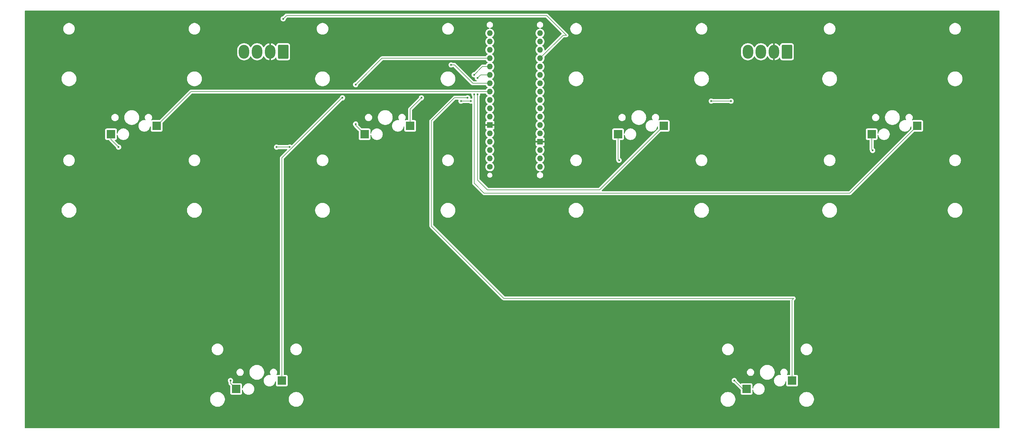
<source format=gbr>
%TF.GenerationSoftware,KiCad,Pcbnew,8.0.8*%
%TF.CreationDate,2025-02-25T20:31:50-05:00*%
%TF.ProjectId,keyboard,6b657962-6f61-4726-942e-6b696361645f,rev?*%
%TF.SameCoordinates,Original*%
%TF.FileFunction,Copper,L2,Bot*%
%TF.FilePolarity,Positive*%
%FSLAX46Y46*%
G04 Gerber Fmt 4.6, Leading zero omitted, Abs format (unit mm)*
G04 Created by KiCad (PCBNEW 8.0.8) date 2025-02-25 20:31:50*
%MOMM*%
%LPD*%
G01*
G04 APERTURE LIST*
G04 Aperture macros list*
%AMRoundRect*
0 Rectangle with rounded corners*
0 $1 Rounding radius*
0 $2 $3 $4 $5 $6 $7 $8 $9 X,Y pos of 4 corners*
0 Add a 4 corners polygon primitive as box body*
4,1,4,$2,$3,$4,$5,$6,$7,$8,$9,$2,$3,0*
0 Add four circle primitives for the rounded corners*
1,1,$1+$1,$2,$3*
1,1,$1+$1,$4,$5*
1,1,$1+$1,$6,$7*
1,1,$1+$1,$8,$9*
0 Add four rect primitives between the rounded corners*
20,1,$1+$1,$2,$3,$4,$5,0*
20,1,$1+$1,$4,$5,$6,$7,0*
20,1,$1+$1,$6,$7,$8,$9,0*
20,1,$1+$1,$8,$9,$2,$3,0*%
G04 Aperture macros list end*
%TA.AperFunction,SMDPad,CuDef*%
%ADD10R,2.550000X2.500000*%
%TD*%
%TA.AperFunction,ComponentPad*%
%ADD11RoundRect,0.250000X1.330000X1.850000X-1.330000X1.850000X-1.330000X-1.850000X1.330000X-1.850000X0*%
%TD*%
%TA.AperFunction,ComponentPad*%
%ADD12O,3.160000X4.200000*%
%TD*%
%TA.AperFunction,ComponentPad*%
%ADD13O,1.727200X1.727200*%
%TD*%
%TA.AperFunction,ComponentPad*%
%ADD14R,1.727200X1.727200*%
%TD*%
%TA.AperFunction,ComponentPad*%
%ADD15C,1.727200*%
%TD*%
%TA.AperFunction,ViaPad*%
%ADD16C,0.600000*%
%TD*%
%TA.AperFunction,Conductor*%
%ADD17C,0.200000*%
%TD*%
G04 APERTURE END LIST*
D10*
%TO.P,K4,1*%
%TO.N,/SW_POW*%
X314710000Y-125080000D03*
%TO.P,K4,2*%
%TO.N,/SW_D*%
X328560000Y-122540000D03*
%TD*%
%TO.P,K1,1*%
%TO.N,/SW_POW*%
X83710000Y-125080000D03*
%TO.P,K1,2*%
%TO.N,/SW_A*%
X97560000Y-122540000D03*
%TD*%
%TO.P,K6,1*%
%TO.N,/SW_POW*%
X276710000Y-202580000D03*
%TO.P,K6,2*%
%TO.N,/SW_R*%
X290560000Y-200040000D03*
%TD*%
%TO.P,K5,1*%
%TO.N,/SW_POW*%
X121710000Y-202580000D03*
%TO.P,K5,2*%
%TO.N,/SW_L*%
X135560000Y-200040000D03*
%TD*%
%TO.P,K3,1*%
%TO.N,/SW_POW*%
X237710000Y-125080000D03*
%TO.P,K3,2*%
%TO.N,/SW_C*%
X251560000Y-122540000D03*
%TD*%
%TO.P,K2,1*%
%TO.N,/SW_POW*%
X160710000Y-125080000D03*
%TO.P,K2,2*%
%TO.N,/SW_B*%
X174560000Y-122540000D03*
%TD*%
D11*
%TO.P,ENC_R1,1,Pin_1*%
%TO.N,/5V*%
X289000000Y-100000000D03*
D12*
%TO.P,ENC_R1,2,Pin_2*%
%TO.N,GND*%
X285040000Y-100000000D03*
%TO.P,ENC_R1,3,Pin_3*%
%TO.N,/ENC_R_A*%
X281080000Y-100000000D03*
%TO.P,ENC_R1,4,Pin_4*%
%TO.N,/ENC_R_B*%
X277120000Y-100000000D03*
%TD*%
D11*
%TO.P,ENC_L1,1,Pin_1*%
%TO.N,/5V*%
X136000000Y-100000000D03*
D12*
%TO.P,ENC_L1,2,Pin_2*%
%TO.N,GND*%
X132040000Y-100000000D03*
%TO.P,ENC_L1,3,Pin_3*%
%TO.N,/ENC_L_A*%
X128080000Y-100000000D03*
%TO.P,ENC_L1,4,Pin_4*%
%TO.N,/ENC_L_B*%
X124120000Y-100000000D03*
%TD*%
D13*
%TO.P,A1,*%
%TO.N,*%
X214000000Y-117220000D03*
X214000000Y-119760000D03*
%TO.P,A1,3V3,3.3V*%
%TO.N,unconnected-(A1-3.3V-Pad3V3)*%
X214000000Y-96900000D03*
%TO.P,A1,5V,5V*%
%TO.N,/5V*%
X214000000Y-122300000D03*
%TO.P,A1,A0,A0*%
%TO.N,/ENC_L_A*%
X214000000Y-101980000D03*
%TO.P,A1,A1,A1*%
%TO.N,/ENC_L_B*%
X214000000Y-104520000D03*
%TO.P,A1,A2,A2*%
%TO.N,/ENC_R_A*%
X214000000Y-107060000D03*
%TO.P,A1,A3,A3*%
%TO.N,/ENC_R_B*%
X214000000Y-109600000D03*
%TO.P,A1,A4,A4*%
%TO.N,unconnected-(A1-PadA4)*%
X214000000Y-112140000D03*
%TO.P,A1,A5,A5*%
%TO.N,unconnected-(A1-PadA5)*%
X214000000Y-114680000D03*
%TO.P,A1,AREF,AREF*%
%TO.N,unconnected-(A1-PadAREF)*%
X214000000Y-99440000D03*
%TO.P,A1,D0,D0/RX*%
%TO.N,unconnected-(A1-D0{slash}RX-PadD0)*%
X198760000Y-127380000D03*
%TO.P,A1,D1,D1/TX*%
%TO.N,unconnected-(A1-D1{slash}TX-PadD1)*%
X198760000Y-129920000D03*
%TO.P,A1,D2,D2/SDA*%
%TO.N,unconnected-(A1-D2{slash}SDA-PadD2)*%
X198760000Y-119760000D03*
%TO.P,A1,D3,D3/SCL*%
%TO.N,unconnected-(A1-D3{slash}SCL-PadD3)*%
X198760000Y-117220000D03*
%TO.P,A1,D4,D4*%
%TO.N,/SW_POW*%
X198760000Y-114680000D03*
%TO.P,A1,D5,D5*%
%TO.N,/SW_A*%
X198760000Y-112140000D03*
%TO.P,A1,D6,D6*%
%TO.N,/SW_B*%
X198760000Y-109600000D03*
%TO.P,A1,D7,D7_INT4*%
%TO.N,/SW_C*%
X198760000Y-107060000D03*
%TO.P,A1,D8,D8*%
%TO.N,/SW_D*%
X198760000Y-104520000D03*
%TO.P,A1,D9,D9*%
%TO.N,/SW_L*%
X198760000Y-101980000D03*
%TO.P,A1,D10,D10*%
%TO.N,/SW_R*%
X198760000Y-99440000D03*
%TO.P,A1,D11,D11*%
%TO.N,unconnected-(A1-PadD11)*%
X198760000Y-96900000D03*
%TO.P,A1,D12,D12*%
%TO.N,unconnected-(A1-PadD12)*%
X198760000Y-94360000D03*
%TO.P,A1,D13,D13*%
%TO.N,unconnected-(A1-PadD13)*%
X214000000Y-94360000D03*
D14*
%TO.P,A1,GND1,GND*%
%TO.N,GND*%
X214000000Y-127380000D03*
%TO.P,A1,GND2,GND*%
X198760000Y-122300000D03*
D13*
%TO.P,A1,MISO,SPI_MISO*%
%TO.N,unconnected-(A1-SPI_MISO-PadMISO)*%
X214000000Y-132460000D03*
D15*
%TO.P,A1,MOSI,SPI_MOSI*%
%TO.N,unconnected-(A1-SPI_MOSI-PadMOSI)*%
X198760000Y-135000000D03*
D13*
%TO.P,A1,RST1,RESET*%
%TO.N,unconnected-(A1-RESET-PadRST1)*%
X214000000Y-124840000D03*
%TO.P,A1,RST2,RESET*%
%TO.N,unconnected-(A1-RESET-PadRST2)*%
X198760000Y-124840000D03*
%TO.P,A1,SCK,SPI_SCK*%
%TO.N,unconnected-(A1-SPI_SCK-PadSCK)*%
X214000000Y-135000000D03*
%TO.P,A1,SS,SPI_CS*%
%TO.N,unconnected-(A1-SPI_CS-PadSS)*%
X198760000Y-132460000D03*
%TO.P,A1,VIN,VIN*%
%TO.N,unconnected-(A1-PadVIN)*%
X214000000Y-129920000D03*
%TD*%
D16*
%TO.N,/SW_R*%
X192000000Y-114000000D03*
%TO.N,/SW_L*%
X158000000Y-110000000D03*
X154000000Y-114000000D03*
%TO.N,/SW_D*%
X194000000Y-107000000D03*
X194000000Y-113000000D03*
%TO.N,/SW_C*%
X195000000Y-108000000D03*
X195000000Y-113000000D03*
%TO.N,/SW_B*%
X187000000Y-104000000D03*
X178000000Y-114000000D03*
%TO.N,/SW_POW*%
X238000000Y-133000000D03*
X315000000Y-130000000D03*
X273000000Y-200000000D03*
X120000000Y-200000000D03*
X138000000Y-129000000D03*
X134000000Y-129000000D03*
X86000000Y-129000000D03*
X193000000Y-115000000D03*
X190000000Y-115000000D03*
X158000000Y-122000000D03*
%TO.N,/5V*%
X266000000Y-115000000D03*
X272000000Y-115000000D03*
%TO.N,GND*%
X227000000Y-129000000D03*
%TO.N,/ENC_L_A*%
X136000000Y-90000000D03*
%TD*%
D17*
%TO.N,/SW_R*%
X188000000Y-114000000D02*
X192000000Y-114000000D01*
X181000000Y-121000000D02*
X188000000Y-114000000D01*
X291000000Y-175000000D02*
X203000000Y-175000000D01*
X181000000Y-153000000D02*
X181000000Y-121000000D01*
X290560000Y-175440000D02*
X291000000Y-175000000D01*
X203000000Y-175000000D02*
X181000000Y-153000000D01*
X290560000Y-200040000D02*
X290560000Y-175440000D01*
%TO.N,/SW_L*%
X166020000Y-101980000D02*
X198760000Y-101980000D01*
X158000000Y-110000000D02*
X166020000Y-101980000D01*
X153848529Y-114000000D02*
X154000000Y-114000000D01*
X135560000Y-132288529D02*
X153848529Y-114000000D01*
X135560000Y-200040000D02*
X135560000Y-132288529D01*
%TO.N,/SW_D*%
X196480000Y-104520000D02*
X198760000Y-104520000D01*
X194000000Y-107000000D02*
X196480000Y-104520000D01*
X194000000Y-140000000D02*
X194000000Y-113000000D01*
X197000000Y-143000000D02*
X194000000Y-140000000D01*
X308100000Y-143000000D02*
X197000000Y-143000000D01*
X328560000Y-122540000D02*
X308100000Y-143000000D01*
%TO.N,/SW_C*%
X195940000Y-107060000D02*
X198760000Y-107060000D01*
X195000000Y-108000000D02*
X195940000Y-107060000D01*
X195000000Y-139000000D02*
X195000000Y-113000000D01*
X198000000Y-142000000D02*
X195000000Y-139000000D01*
X232100000Y-142000000D02*
X198000000Y-142000000D01*
X251560000Y-122540000D02*
X232100000Y-142000000D01*
%TO.N,/SW_B*%
X193600000Y-109600000D02*
X198760000Y-109600000D01*
X187000000Y-104000000D02*
X188000000Y-104000000D01*
X188000000Y-104000000D02*
X193600000Y-109600000D01*
X174560000Y-117440000D02*
X178000000Y-114000000D01*
X174560000Y-122540000D02*
X174560000Y-117440000D01*
%TO.N,/SW_A*%
X97560000Y-122540000D02*
X107960000Y-112140000D01*
X107960000Y-112140000D02*
X198760000Y-112140000D01*
%TO.N,/SW_POW*%
X237710000Y-132710000D02*
X238000000Y-133000000D01*
X237710000Y-125080000D02*
X237710000Y-132710000D01*
X314710000Y-129710000D02*
X315000000Y-130000000D01*
X314710000Y-125080000D02*
X314710000Y-129710000D01*
X275580000Y-202580000D02*
X273000000Y-200000000D01*
X276710000Y-202580000D02*
X275580000Y-202580000D01*
X120000000Y-200870000D02*
X120000000Y-200000000D01*
X121710000Y-202580000D02*
X120000000Y-200870000D01*
X134000000Y-129000000D02*
X138000000Y-129000000D01*
X83710000Y-126710000D02*
X86000000Y-129000000D01*
X83710000Y-125080000D02*
X83710000Y-126710000D01*
X190000000Y-115000000D02*
X193000000Y-115000000D01*
X158000000Y-122370000D02*
X158000000Y-122000000D01*
X160710000Y-125080000D02*
X158000000Y-122370000D01*
%TO.N,/5V*%
X272000000Y-115000000D02*
X266000000Y-115000000D01*
%TO.N,GND*%
X224380000Y-127380000D02*
X214000000Y-127380000D01*
X227000000Y-129000000D02*
X226000000Y-129000000D01*
X226000000Y-129000000D02*
X224380000Y-127380000D01*
%TO.N,/ENC_L_A*%
X220980000Y-95000000D02*
X214000000Y-101980000D01*
X222000000Y-95000000D02*
X220980000Y-95000000D01*
X216000000Y-89000000D02*
X222000000Y-95000000D01*
X137000000Y-89000000D02*
X216000000Y-89000000D01*
X136000000Y-90000000D02*
X137000000Y-89000000D01*
%TD*%
%TA.AperFunction,Conductor*%
%TO.N,GND*%
G36*
X353442539Y-87520185D02*
G01*
X353488294Y-87572989D01*
X353499500Y-87624500D01*
X353499500Y-214375500D01*
X353479815Y-214442539D01*
X353427011Y-214488294D01*
X353375500Y-214499500D01*
X57624500Y-214499500D01*
X57557461Y-214479815D01*
X57511706Y-214427011D01*
X57500500Y-214375500D01*
X57500500Y-205577900D01*
X113817600Y-205577900D01*
X113817600Y-205872099D01*
X113817601Y-205872116D01*
X113856001Y-206163796D01*
X113932152Y-206447994D01*
X114044734Y-206719794D01*
X114044742Y-206719810D01*
X114191840Y-206974589D01*
X114191851Y-206974605D01*
X114370948Y-207208009D01*
X114370954Y-207208016D01*
X114578983Y-207416045D01*
X114578989Y-207416050D01*
X114812403Y-207595155D01*
X114812410Y-207595159D01*
X115067189Y-207742257D01*
X115067205Y-207742265D01*
X115339005Y-207854847D01*
X115339007Y-207854847D01*
X115339013Y-207854850D01*
X115623200Y-207930998D01*
X115914894Y-207969400D01*
X115914901Y-207969400D01*
X116209099Y-207969400D01*
X116209106Y-207969400D01*
X116500800Y-207930998D01*
X116784987Y-207854850D01*
X116858318Y-207824475D01*
X117056794Y-207742265D01*
X117056797Y-207742263D01*
X117056803Y-207742261D01*
X117311597Y-207595155D01*
X117545011Y-207416050D01*
X117753050Y-207208011D01*
X117932155Y-206974597D01*
X118079261Y-206719803D01*
X118191850Y-206447987D01*
X118267998Y-206163800D01*
X118306400Y-205872106D01*
X118306400Y-205577900D01*
X137693600Y-205577900D01*
X137693600Y-205872099D01*
X137693601Y-205872116D01*
X137732001Y-206163796D01*
X137808152Y-206447994D01*
X137920734Y-206719794D01*
X137920742Y-206719810D01*
X138067840Y-206974589D01*
X138067851Y-206974605D01*
X138246948Y-207208009D01*
X138246954Y-207208016D01*
X138454983Y-207416045D01*
X138454989Y-207416050D01*
X138688403Y-207595155D01*
X138688410Y-207595159D01*
X138943189Y-207742257D01*
X138943205Y-207742265D01*
X139215005Y-207854847D01*
X139215007Y-207854847D01*
X139215013Y-207854850D01*
X139499200Y-207930998D01*
X139790894Y-207969400D01*
X139790901Y-207969400D01*
X140085099Y-207969400D01*
X140085106Y-207969400D01*
X140376800Y-207930998D01*
X140660987Y-207854850D01*
X140734318Y-207824475D01*
X140932794Y-207742265D01*
X140932797Y-207742263D01*
X140932803Y-207742261D01*
X141187597Y-207595155D01*
X141421011Y-207416050D01*
X141629050Y-207208011D01*
X141808155Y-206974597D01*
X141955261Y-206719803D01*
X142067850Y-206447987D01*
X142143998Y-206163800D01*
X142182400Y-205872106D01*
X142182400Y-205577900D01*
X268817600Y-205577900D01*
X268817600Y-205872099D01*
X268817601Y-205872116D01*
X268856001Y-206163796D01*
X268932152Y-206447994D01*
X269044734Y-206719794D01*
X269044742Y-206719810D01*
X269191840Y-206974589D01*
X269191851Y-206974605D01*
X269370948Y-207208009D01*
X269370954Y-207208016D01*
X269578983Y-207416045D01*
X269578989Y-207416050D01*
X269812403Y-207595155D01*
X269812410Y-207595159D01*
X270067189Y-207742257D01*
X270067205Y-207742265D01*
X270339005Y-207854847D01*
X270339007Y-207854847D01*
X270339013Y-207854850D01*
X270623200Y-207930998D01*
X270914894Y-207969400D01*
X270914901Y-207969400D01*
X271209099Y-207969400D01*
X271209106Y-207969400D01*
X271500800Y-207930998D01*
X271784987Y-207854850D01*
X271858318Y-207824475D01*
X272056794Y-207742265D01*
X272056797Y-207742263D01*
X272056803Y-207742261D01*
X272311597Y-207595155D01*
X272545011Y-207416050D01*
X272753050Y-207208011D01*
X272932155Y-206974597D01*
X273079261Y-206719803D01*
X273191850Y-206447987D01*
X273267998Y-206163800D01*
X273306400Y-205872106D01*
X273306400Y-205577900D01*
X292693600Y-205577900D01*
X292693600Y-205872099D01*
X292693601Y-205872116D01*
X292732001Y-206163796D01*
X292808152Y-206447994D01*
X292920734Y-206719794D01*
X292920742Y-206719810D01*
X293067840Y-206974589D01*
X293067851Y-206974605D01*
X293246948Y-207208009D01*
X293246954Y-207208016D01*
X293454983Y-207416045D01*
X293454989Y-207416050D01*
X293688403Y-207595155D01*
X293688410Y-207595159D01*
X293943189Y-207742257D01*
X293943205Y-207742265D01*
X294215005Y-207854847D01*
X294215007Y-207854847D01*
X294215013Y-207854850D01*
X294499200Y-207930998D01*
X294790894Y-207969400D01*
X294790901Y-207969400D01*
X295085099Y-207969400D01*
X295085106Y-207969400D01*
X295376800Y-207930998D01*
X295660987Y-207854850D01*
X295734318Y-207824475D01*
X295932794Y-207742265D01*
X295932797Y-207742263D01*
X295932803Y-207742261D01*
X296187597Y-207595155D01*
X296421011Y-207416050D01*
X296629050Y-207208011D01*
X296808155Y-206974597D01*
X296955261Y-206719803D01*
X297067850Y-206447987D01*
X297143998Y-206163800D01*
X297182400Y-205872106D01*
X297182400Y-205577894D01*
X297143998Y-205286200D01*
X297067850Y-205002013D01*
X297067847Y-205002005D01*
X296955265Y-204730205D01*
X296955257Y-204730189D01*
X296808159Y-204475410D01*
X296808155Y-204475403D01*
X296696966Y-204330499D01*
X296629051Y-204241990D01*
X296629045Y-204241983D01*
X296421016Y-204033954D01*
X296421009Y-204033948D01*
X296187605Y-203854851D01*
X296187603Y-203854849D01*
X296187597Y-203854845D01*
X296187592Y-203854842D01*
X296187589Y-203854840D01*
X295932810Y-203707742D01*
X295932794Y-203707734D01*
X295660994Y-203595152D01*
X295509697Y-203554612D01*
X295376800Y-203519002D01*
X295376799Y-203519001D01*
X295376796Y-203519001D01*
X295085116Y-203480601D01*
X295085111Y-203480600D01*
X295085106Y-203480600D01*
X294790894Y-203480600D01*
X294790888Y-203480600D01*
X294790883Y-203480601D01*
X294499203Y-203519001D01*
X294215005Y-203595152D01*
X293943205Y-203707734D01*
X293943189Y-203707742D01*
X293688410Y-203854840D01*
X293688394Y-203854851D01*
X293454990Y-204033948D01*
X293454983Y-204033954D01*
X293246954Y-204241983D01*
X293246948Y-204241990D01*
X293067851Y-204475394D01*
X293067840Y-204475410D01*
X292920742Y-204730189D01*
X292920734Y-204730205D01*
X292808152Y-205002005D01*
X292732001Y-205286203D01*
X292693601Y-205577883D01*
X292693600Y-205577900D01*
X273306400Y-205577900D01*
X273306400Y-205577894D01*
X273267998Y-205286200D01*
X273191850Y-205002013D01*
X273191847Y-205002005D01*
X273079265Y-204730205D01*
X273079257Y-204730189D01*
X272932159Y-204475410D01*
X272932155Y-204475403D01*
X272820966Y-204330499D01*
X272753051Y-204241990D01*
X272753045Y-204241983D01*
X272545016Y-204033954D01*
X272545009Y-204033948D01*
X272311605Y-203854851D01*
X272311603Y-203854849D01*
X272311597Y-203854845D01*
X272311592Y-203854842D01*
X272311589Y-203854840D01*
X272056810Y-203707742D01*
X272056794Y-203707734D01*
X271784994Y-203595152D01*
X271633697Y-203554612D01*
X271500800Y-203519002D01*
X271500799Y-203519001D01*
X271500796Y-203519001D01*
X271209116Y-203480601D01*
X271209111Y-203480600D01*
X271209106Y-203480600D01*
X270914894Y-203480600D01*
X270914888Y-203480600D01*
X270914883Y-203480601D01*
X270623203Y-203519001D01*
X270339005Y-203595152D01*
X270067205Y-203707734D01*
X270067189Y-203707742D01*
X269812410Y-203854840D01*
X269812394Y-203854851D01*
X269578990Y-204033948D01*
X269578983Y-204033954D01*
X269370954Y-204241983D01*
X269370948Y-204241990D01*
X269191851Y-204475394D01*
X269191840Y-204475410D01*
X269044742Y-204730189D01*
X269044734Y-204730205D01*
X268932152Y-205002005D01*
X268856001Y-205286203D01*
X268817601Y-205577883D01*
X268817600Y-205577900D01*
X142182400Y-205577900D01*
X142182400Y-205577894D01*
X142143998Y-205286200D01*
X142067850Y-205002013D01*
X142067847Y-205002005D01*
X141955265Y-204730205D01*
X141955257Y-204730189D01*
X141808159Y-204475410D01*
X141808155Y-204475403D01*
X141696966Y-204330499D01*
X141629051Y-204241990D01*
X141629045Y-204241983D01*
X141421016Y-204033954D01*
X141421009Y-204033948D01*
X141187605Y-203854851D01*
X141187603Y-203854849D01*
X141187597Y-203854845D01*
X141187592Y-203854842D01*
X141187589Y-203854840D01*
X140932810Y-203707742D01*
X140932794Y-203707734D01*
X140660994Y-203595152D01*
X140509697Y-203554612D01*
X140376800Y-203519002D01*
X140376799Y-203519001D01*
X140376796Y-203519001D01*
X140085116Y-203480601D01*
X140085111Y-203480600D01*
X140085106Y-203480600D01*
X139790894Y-203480600D01*
X139790888Y-203480600D01*
X139790883Y-203480601D01*
X139499203Y-203519001D01*
X139215005Y-203595152D01*
X138943205Y-203707734D01*
X138943189Y-203707742D01*
X138688410Y-203854840D01*
X138688394Y-203854851D01*
X138454990Y-204033948D01*
X138454983Y-204033954D01*
X138246954Y-204241983D01*
X138246948Y-204241990D01*
X138067851Y-204475394D01*
X138067840Y-204475410D01*
X137920742Y-204730189D01*
X137920734Y-204730205D01*
X137808152Y-205002005D01*
X137732001Y-205286203D01*
X137693601Y-205577883D01*
X137693600Y-205577900D01*
X118306400Y-205577900D01*
X118306400Y-205577894D01*
X118267998Y-205286200D01*
X118191850Y-205002013D01*
X118191847Y-205002005D01*
X118079265Y-204730205D01*
X118079257Y-204730189D01*
X117932159Y-204475410D01*
X117932155Y-204475403D01*
X117820966Y-204330499D01*
X117753051Y-204241990D01*
X117753045Y-204241983D01*
X117545016Y-204033954D01*
X117545009Y-204033948D01*
X117311605Y-203854851D01*
X117311603Y-203854849D01*
X117311597Y-203854845D01*
X117311592Y-203854842D01*
X117311589Y-203854840D01*
X117056810Y-203707742D01*
X117056794Y-203707734D01*
X116784994Y-203595152D01*
X116633697Y-203554612D01*
X116500800Y-203519002D01*
X116500799Y-203519001D01*
X116500796Y-203519001D01*
X116209116Y-203480601D01*
X116209111Y-203480600D01*
X116209106Y-203480600D01*
X115914894Y-203480600D01*
X115914888Y-203480600D01*
X115914883Y-203480601D01*
X115623203Y-203519001D01*
X115339005Y-203595152D01*
X115067205Y-203707734D01*
X115067189Y-203707742D01*
X114812410Y-203854840D01*
X114812394Y-203854851D01*
X114578990Y-204033948D01*
X114578983Y-204033954D01*
X114370954Y-204241983D01*
X114370948Y-204241990D01*
X114191851Y-204475394D01*
X114191840Y-204475410D01*
X114044742Y-204730189D01*
X114044734Y-204730205D01*
X113932152Y-205002005D01*
X113856001Y-205286203D01*
X113817601Y-205577883D01*
X113817600Y-205577900D01*
X57500500Y-205577900D01*
X57500500Y-199999996D01*
X119194435Y-199999996D01*
X119194435Y-200000003D01*
X119214630Y-200179249D01*
X119214631Y-200179254D01*
X119274211Y-200349523D01*
X119370185Y-200502263D01*
X119372445Y-200505097D01*
X119373334Y-200507275D01*
X119373889Y-200508158D01*
X119373734Y-200508255D01*
X119398855Y-200569783D01*
X119399500Y-200582412D01*
X119399500Y-200783330D01*
X119399499Y-200783348D01*
X119399499Y-200949054D01*
X119399498Y-200949054D01*
X119436639Y-201087664D01*
X119440423Y-201101785D01*
X119451743Y-201121392D01*
X119469358Y-201151900D01*
X119469359Y-201151904D01*
X119469360Y-201151904D01*
X119519479Y-201238714D01*
X119519481Y-201238717D01*
X119638349Y-201357585D01*
X119638355Y-201357590D01*
X119898181Y-201617416D01*
X119931666Y-201678739D01*
X119934500Y-201705097D01*
X119934500Y-203877870D01*
X119934501Y-203877876D01*
X119940908Y-203937483D01*
X119991202Y-204072328D01*
X119991206Y-204072335D01*
X120077452Y-204187544D01*
X120077455Y-204187547D01*
X120192664Y-204273793D01*
X120192671Y-204273797D01*
X120327517Y-204324091D01*
X120327516Y-204324091D01*
X120334444Y-204324835D01*
X120387127Y-204330500D01*
X123032872Y-204330499D01*
X123092483Y-204324091D01*
X123227331Y-204273796D01*
X123342546Y-204187546D01*
X123428796Y-204072331D01*
X123479091Y-203937483D01*
X123485500Y-203877873D01*
X123485499Y-202885148D01*
X123505183Y-202818112D01*
X123557987Y-202772357D01*
X123627146Y-202762413D01*
X123690702Y-202791438D01*
X123728476Y-202850216D01*
X123732438Y-202868964D01*
X123739452Y-202922238D01*
X123739453Y-202922240D01*
X123798842Y-203143887D01*
X123886650Y-203355876D01*
X123886657Y-203355890D01*
X124001392Y-203554617D01*
X124141081Y-203736661D01*
X124141089Y-203736670D01*
X124303330Y-203898911D01*
X124303338Y-203898918D01*
X124485382Y-204038607D01*
X124485385Y-204038608D01*
X124485388Y-204038611D01*
X124684112Y-204153344D01*
X124684117Y-204153346D01*
X124684123Y-204153349D01*
X124766678Y-204187544D01*
X124896113Y-204241158D01*
X125117762Y-204300548D01*
X125334312Y-204329057D01*
X125345250Y-204330498D01*
X125345266Y-204330500D01*
X125345273Y-204330500D01*
X125574727Y-204330500D01*
X125574734Y-204330500D01*
X125802238Y-204300548D01*
X126023887Y-204241158D01*
X126235888Y-204153344D01*
X126434612Y-204038611D01*
X126616661Y-203898919D01*
X126616665Y-203898914D01*
X126616670Y-203898911D01*
X126778911Y-203736670D01*
X126778914Y-203736665D01*
X126778919Y-203736661D01*
X126918611Y-203554612D01*
X127033344Y-203355888D01*
X127121158Y-203143887D01*
X127180548Y-202922238D01*
X127210500Y-202694734D01*
X127210500Y-202465266D01*
X127180548Y-202237762D01*
X127121158Y-202016113D01*
X127033344Y-201804112D01*
X126918611Y-201605388D01*
X126918608Y-201605385D01*
X126918607Y-201605382D01*
X126778918Y-201423338D01*
X126778911Y-201423330D01*
X126616670Y-201261089D01*
X126616661Y-201261081D01*
X126434617Y-201121392D01*
X126376210Y-201087671D01*
X126235888Y-201006656D01*
X126235876Y-201006650D01*
X126023887Y-200918842D01*
X125802238Y-200859452D01*
X125764215Y-200854446D01*
X125574741Y-200829500D01*
X125574734Y-200829500D01*
X125345266Y-200829500D01*
X125345258Y-200829500D01*
X125128715Y-200858009D01*
X125117762Y-200859452D01*
X125024076Y-200884554D01*
X124896112Y-200918842D01*
X124684123Y-201006650D01*
X124684109Y-201006657D01*
X124485382Y-201121392D01*
X124303338Y-201261081D01*
X124141081Y-201423338D01*
X124001392Y-201605382D01*
X123886657Y-201804109D01*
X123886650Y-201804123D01*
X123798842Y-202016112D01*
X123739453Y-202237759D01*
X123739451Y-202237769D01*
X123732438Y-202291036D01*
X123704171Y-202354932D01*
X123645846Y-202393402D01*
X123575981Y-202394233D01*
X123516758Y-202357160D01*
X123486980Y-202293954D01*
X123485499Y-202274849D01*
X123485499Y-201282129D01*
X123485498Y-201282123D01*
X123483236Y-201261081D01*
X123479091Y-201222517D01*
X123469447Y-201196661D01*
X123428797Y-201087671D01*
X123428793Y-201087664D01*
X123342547Y-200972455D01*
X123342544Y-200972452D01*
X123227335Y-200886206D01*
X123227328Y-200886202D01*
X123092482Y-200835908D01*
X123092483Y-200835908D01*
X123032883Y-200829501D01*
X123032881Y-200829500D01*
X123032873Y-200829500D01*
X123032865Y-200829500D01*
X120860097Y-200829500D01*
X120793058Y-200809815D01*
X120772416Y-200793181D01*
X120642368Y-200663133D01*
X120608883Y-200601810D01*
X120613867Y-200532118D01*
X120627093Y-200508775D01*
X120626111Y-200508158D01*
X120705232Y-200382238D01*
X120725789Y-200349522D01*
X120785368Y-200179255D01*
X120805565Y-200000000D01*
X120797143Y-199925258D01*
X130059500Y-199925258D01*
X130059500Y-200154741D01*
X130068961Y-200226597D01*
X130089452Y-200382238D01*
X130089453Y-200382240D01*
X130148842Y-200603887D01*
X130236650Y-200815876D01*
X130236657Y-200815890D01*
X130248215Y-200835909D01*
X130345357Y-201004165D01*
X130351392Y-201014617D01*
X130491081Y-201196661D01*
X130491089Y-201196670D01*
X130653330Y-201358911D01*
X130653338Y-201358918D01*
X130835382Y-201498607D01*
X130835385Y-201498608D01*
X130835388Y-201498611D01*
X131034112Y-201613344D01*
X131034117Y-201613346D01*
X131034123Y-201613349D01*
X131116678Y-201647544D01*
X131246113Y-201701158D01*
X131467762Y-201760548D01*
X131684312Y-201789057D01*
X131695250Y-201790498D01*
X131695266Y-201790500D01*
X131695273Y-201790500D01*
X131924727Y-201790500D01*
X131924734Y-201790500D01*
X132152238Y-201760548D01*
X132373887Y-201701158D01*
X132585888Y-201613344D01*
X132784612Y-201498611D01*
X132966661Y-201358919D01*
X132966665Y-201358914D01*
X132966670Y-201358911D01*
X133128911Y-201196670D01*
X133128914Y-201196665D01*
X133128919Y-201196661D01*
X133268611Y-201014612D01*
X133383344Y-200815888D01*
X133471158Y-200603887D01*
X133530548Y-200382238D01*
X133537561Y-200328964D01*
X133565827Y-200265069D01*
X133624151Y-200226597D01*
X133694016Y-200225765D01*
X133753239Y-200262837D01*
X133783019Y-200326043D01*
X133784500Y-200345150D01*
X133784500Y-201337870D01*
X133784501Y-201337876D01*
X133790908Y-201397483D01*
X133841202Y-201532328D01*
X133841206Y-201532335D01*
X133927452Y-201647544D01*
X133927455Y-201647547D01*
X134042664Y-201733793D01*
X134042671Y-201733797D01*
X134177517Y-201784091D01*
X134177516Y-201784091D01*
X134184444Y-201784835D01*
X134237127Y-201790500D01*
X136882872Y-201790499D01*
X136942483Y-201784091D01*
X137077331Y-201733796D01*
X137192546Y-201647546D01*
X137278796Y-201532331D01*
X137329091Y-201397483D01*
X137335500Y-201337873D01*
X137335499Y-199999996D01*
X272194435Y-199999996D01*
X272194435Y-200000003D01*
X272214630Y-200179249D01*
X272214631Y-200179254D01*
X272274211Y-200349523D01*
X272294769Y-200382240D01*
X272370184Y-200502262D01*
X272497738Y-200629816D01*
X272650478Y-200725789D01*
X272820745Y-200785368D01*
X272907669Y-200795161D01*
X272972080Y-200822226D01*
X272981465Y-200830700D01*
X274898181Y-202747416D01*
X274931666Y-202808739D01*
X274934500Y-202835097D01*
X274934500Y-203877870D01*
X274934501Y-203877876D01*
X274940908Y-203937483D01*
X274991202Y-204072328D01*
X274991206Y-204072335D01*
X275077452Y-204187544D01*
X275077455Y-204187547D01*
X275192664Y-204273793D01*
X275192671Y-204273797D01*
X275327517Y-204324091D01*
X275327516Y-204324091D01*
X275334444Y-204324835D01*
X275387127Y-204330500D01*
X278032872Y-204330499D01*
X278092483Y-204324091D01*
X278227331Y-204273796D01*
X278342546Y-204187546D01*
X278428796Y-204072331D01*
X278479091Y-203937483D01*
X278485500Y-203877873D01*
X278485499Y-202885148D01*
X278505183Y-202818112D01*
X278557987Y-202772357D01*
X278627146Y-202762413D01*
X278690702Y-202791438D01*
X278728476Y-202850216D01*
X278732438Y-202868964D01*
X278739452Y-202922238D01*
X278739453Y-202922240D01*
X278798842Y-203143887D01*
X278886650Y-203355876D01*
X278886657Y-203355890D01*
X279001392Y-203554617D01*
X279141081Y-203736661D01*
X279141089Y-203736670D01*
X279303330Y-203898911D01*
X279303338Y-203898918D01*
X279485382Y-204038607D01*
X279485385Y-204038608D01*
X279485388Y-204038611D01*
X279684112Y-204153344D01*
X279684117Y-204153346D01*
X279684123Y-204153349D01*
X279766678Y-204187544D01*
X279896113Y-204241158D01*
X280117762Y-204300548D01*
X280334312Y-204329057D01*
X280345250Y-204330498D01*
X280345266Y-204330500D01*
X280345273Y-204330500D01*
X280574727Y-204330500D01*
X280574734Y-204330500D01*
X280802238Y-204300548D01*
X281023887Y-204241158D01*
X281235888Y-204153344D01*
X281434612Y-204038611D01*
X281616661Y-203898919D01*
X281616665Y-203898914D01*
X281616670Y-203898911D01*
X281778911Y-203736670D01*
X281778914Y-203736665D01*
X281778919Y-203736661D01*
X281918611Y-203554612D01*
X282033344Y-203355888D01*
X282121158Y-203143887D01*
X282180548Y-202922238D01*
X282210500Y-202694734D01*
X282210500Y-202465266D01*
X282180548Y-202237762D01*
X282121158Y-202016113D01*
X282033344Y-201804112D01*
X281918611Y-201605388D01*
X281918608Y-201605385D01*
X281918607Y-201605382D01*
X281778918Y-201423338D01*
X281778911Y-201423330D01*
X281616670Y-201261089D01*
X281616661Y-201261081D01*
X281434617Y-201121392D01*
X281376210Y-201087671D01*
X281235888Y-201006656D01*
X281235876Y-201006650D01*
X281023887Y-200918842D01*
X280802238Y-200859452D01*
X280764215Y-200854446D01*
X280574741Y-200829500D01*
X280574734Y-200829500D01*
X280345266Y-200829500D01*
X280345258Y-200829500D01*
X280128715Y-200858009D01*
X280117762Y-200859452D01*
X280024076Y-200884554D01*
X279896112Y-200918842D01*
X279684123Y-201006650D01*
X279684109Y-201006657D01*
X279485382Y-201121392D01*
X279303338Y-201261081D01*
X279141081Y-201423338D01*
X279001392Y-201605382D01*
X278886657Y-201804109D01*
X278886650Y-201804123D01*
X278798842Y-202016112D01*
X278739453Y-202237759D01*
X278739451Y-202237769D01*
X278732438Y-202291036D01*
X278704171Y-202354932D01*
X278645846Y-202393402D01*
X278575981Y-202394233D01*
X278516758Y-202357160D01*
X278486980Y-202293954D01*
X278485499Y-202274849D01*
X278485499Y-201282129D01*
X278485498Y-201282123D01*
X278483236Y-201261081D01*
X278479091Y-201222517D01*
X278469447Y-201196661D01*
X278428797Y-201087671D01*
X278428793Y-201087664D01*
X278342547Y-200972455D01*
X278342544Y-200972452D01*
X278227335Y-200886206D01*
X278227328Y-200886202D01*
X278092482Y-200835908D01*
X278092483Y-200835908D01*
X278032883Y-200829501D01*
X278032881Y-200829500D01*
X278032873Y-200829500D01*
X278032864Y-200829500D01*
X275387129Y-200829500D01*
X275387123Y-200829501D01*
X275327516Y-200835908D01*
X275192671Y-200886202D01*
X275192664Y-200886206D01*
X275077455Y-200972452D01*
X275077453Y-200972454D01*
X275053714Y-201004165D01*
X274997779Y-201046035D01*
X274928088Y-201051017D01*
X274866768Y-201017533D01*
X273830700Y-199981465D01*
X273797215Y-199920142D01*
X273795163Y-199907686D01*
X273785368Y-199820745D01*
X273725789Y-199650478D01*
X273629816Y-199497738D01*
X273502262Y-199370184D01*
X273502205Y-199370148D01*
X273349523Y-199274211D01*
X273179254Y-199214631D01*
X273179249Y-199214630D01*
X273000004Y-199194435D01*
X272999996Y-199194435D01*
X272820750Y-199214630D01*
X272820745Y-199214631D01*
X272650476Y-199274211D01*
X272497737Y-199370184D01*
X272370184Y-199497737D01*
X272274211Y-199650476D01*
X272214631Y-199820745D01*
X272214630Y-199820750D01*
X272194435Y-199999996D01*
X137335499Y-199999996D01*
X137335499Y-198742128D01*
X137329091Y-198682517D01*
X137298954Y-198601716D01*
X137278797Y-198547671D01*
X137278793Y-198547664D01*
X137192547Y-198432455D01*
X137192544Y-198432452D01*
X137077335Y-198346206D01*
X137077328Y-198346202D01*
X136942482Y-198295908D01*
X136942483Y-198295908D01*
X136882883Y-198289501D01*
X136882881Y-198289500D01*
X136882873Y-198289500D01*
X136882865Y-198289500D01*
X136284500Y-198289500D01*
X136217461Y-198269815D01*
X136171706Y-198217011D01*
X136160500Y-198165500D01*
X136160500Y-197413312D01*
X276818600Y-197413312D01*
X276818600Y-197586687D01*
X276845720Y-197757913D01*
X276899290Y-197922788D01*
X276899291Y-197922791D01*
X276977998Y-198077260D01*
X277079899Y-198217514D01*
X277202486Y-198340101D01*
X277342740Y-198442002D01*
X277391126Y-198466656D01*
X277497208Y-198520708D01*
X277497211Y-198520709D01*
X277579648Y-198547494D01*
X277662088Y-198574280D01*
X277738472Y-198586378D01*
X277833313Y-198601400D01*
X277833318Y-198601400D01*
X278006687Y-198601400D01*
X278089695Y-198588252D01*
X278177912Y-198574280D01*
X278342791Y-198520708D01*
X278497260Y-198442002D01*
X278637514Y-198340101D01*
X278760101Y-198217514D01*
X278862002Y-198077260D01*
X278940708Y-197922791D01*
X278994280Y-197757912D01*
X279011831Y-197647099D01*
X279021400Y-197586687D01*
X279021400Y-197413312D01*
X279011831Y-197352900D01*
X280755600Y-197352900D01*
X280755600Y-197647099D01*
X280755601Y-197647116D01*
X280770187Y-197757912D01*
X280794002Y-197938800D01*
X280851519Y-198153457D01*
X280870152Y-198222994D01*
X280982734Y-198494794D01*
X280982742Y-198494810D01*
X281129840Y-198749589D01*
X281129851Y-198749605D01*
X281308948Y-198983009D01*
X281308954Y-198983016D01*
X281516983Y-199191045D01*
X281516990Y-199191051D01*
X281625366Y-199274211D01*
X281750403Y-199370155D01*
X281750410Y-199370159D01*
X282005189Y-199517257D01*
X282005205Y-199517265D01*
X282277005Y-199629847D01*
X282277007Y-199629847D01*
X282277013Y-199629850D01*
X282561200Y-199705998D01*
X282852894Y-199744400D01*
X282852901Y-199744400D01*
X283147099Y-199744400D01*
X283147106Y-199744400D01*
X283438800Y-199705998D01*
X283722987Y-199629850D01*
X283796318Y-199599475D01*
X283994794Y-199517265D01*
X283994797Y-199517263D01*
X283994803Y-199517261D01*
X284249597Y-199370155D01*
X284483011Y-199191050D01*
X284691050Y-198983011D01*
X284870155Y-198749597D01*
X285017261Y-198494803D01*
X285028920Y-198466657D01*
X285110453Y-198269815D01*
X285129850Y-198222987D01*
X285205998Y-197938800D01*
X285244400Y-197647106D01*
X285244400Y-197352894D01*
X285205998Y-197061200D01*
X285129850Y-196777013D01*
X285081341Y-196659901D01*
X285017265Y-196505205D01*
X285017257Y-196505189D01*
X284870159Y-196250410D01*
X284870155Y-196250403D01*
X284691050Y-196016989D01*
X284691045Y-196016983D01*
X284483016Y-195808954D01*
X284483009Y-195808948D01*
X284249605Y-195629851D01*
X284249603Y-195629849D01*
X284249597Y-195629845D01*
X284249592Y-195629842D01*
X284249589Y-195629840D01*
X283994810Y-195482742D01*
X283994794Y-195482734D01*
X283722994Y-195370152D01*
X283438796Y-195294001D01*
X283147116Y-195255601D01*
X283147111Y-195255600D01*
X283147106Y-195255600D01*
X282852894Y-195255600D01*
X282852888Y-195255600D01*
X282852883Y-195255601D01*
X282561203Y-195294001D01*
X282277005Y-195370152D01*
X282005205Y-195482734D01*
X282005189Y-195482742D01*
X281750410Y-195629840D01*
X281750394Y-195629851D01*
X281516990Y-195808948D01*
X281516983Y-195808954D01*
X281308954Y-196016983D01*
X281308948Y-196016990D01*
X281129851Y-196250394D01*
X281129840Y-196250410D01*
X280982742Y-196505189D01*
X280982734Y-196505205D01*
X280870152Y-196777005D01*
X280794001Y-197061203D01*
X280755601Y-197352883D01*
X280755600Y-197352900D01*
X279011831Y-197352900D01*
X279005622Y-197313702D01*
X278994280Y-197242088D01*
X278940708Y-197077209D01*
X278940708Y-197077208D01*
X278862001Y-196922739D01*
X278760101Y-196782486D01*
X278637514Y-196659899D01*
X278497260Y-196557998D01*
X278342791Y-196479291D01*
X278342788Y-196479290D01*
X278177913Y-196425720D01*
X278006687Y-196398600D01*
X278006682Y-196398600D01*
X277833318Y-196398600D01*
X277833313Y-196398600D01*
X277662086Y-196425720D01*
X277497211Y-196479290D01*
X277497208Y-196479291D01*
X277342739Y-196557998D01*
X277262719Y-196616136D01*
X277202486Y-196659899D01*
X277202484Y-196659901D01*
X277202483Y-196659901D01*
X277079901Y-196782483D01*
X277079901Y-196782484D01*
X277079899Y-196782486D01*
X277036136Y-196842719D01*
X276977998Y-196922739D01*
X276899291Y-197077208D01*
X276899290Y-197077211D01*
X276845720Y-197242086D01*
X276818600Y-197413312D01*
X136160500Y-197413312D01*
X136160500Y-190398685D01*
X138163500Y-190398685D01*
X138163500Y-190631314D01*
X138187115Y-190810680D01*
X138193863Y-190861930D01*
X138223965Y-190974274D01*
X138254068Y-191086620D01*
X138343083Y-191301521D01*
X138343088Y-191301532D01*
X138459387Y-191502966D01*
X138459398Y-191502982D01*
X138600996Y-191687517D01*
X138601002Y-191687524D01*
X138765475Y-191851997D01*
X138765481Y-191852002D01*
X138950026Y-191993608D01*
X138950033Y-191993612D01*
X139151467Y-192109911D01*
X139151472Y-192109913D01*
X139151475Y-192109915D01*
X139258928Y-192154423D01*
X139366379Y-192198931D01*
X139366380Y-192198931D01*
X139366382Y-192198932D01*
X139591070Y-192259137D01*
X139821693Y-192289500D01*
X139821700Y-192289500D01*
X140054300Y-192289500D01*
X140054307Y-192289500D01*
X140284930Y-192259137D01*
X140509618Y-192198932D01*
X140724525Y-192109915D01*
X140925974Y-191993608D01*
X141110519Y-191852002D01*
X141275002Y-191687519D01*
X141416608Y-191502974D01*
X141532915Y-191301525D01*
X141621932Y-191086618D01*
X141682137Y-190861930D01*
X141712500Y-190631307D01*
X141712500Y-190398693D01*
X141712499Y-190398685D01*
X269287500Y-190398685D01*
X269287500Y-190631314D01*
X269311115Y-190810680D01*
X269317863Y-190861930D01*
X269347965Y-190974274D01*
X269378068Y-191086620D01*
X269467083Y-191301521D01*
X269467088Y-191301532D01*
X269583387Y-191502966D01*
X269583398Y-191502982D01*
X269724996Y-191687517D01*
X269725002Y-191687524D01*
X269889475Y-191851997D01*
X269889481Y-191852002D01*
X270074026Y-191993608D01*
X270074033Y-191993612D01*
X270275467Y-192109911D01*
X270275472Y-192109913D01*
X270275475Y-192109915D01*
X270382928Y-192154423D01*
X270490379Y-192198931D01*
X270490380Y-192198931D01*
X270490382Y-192198932D01*
X270715070Y-192259137D01*
X270945693Y-192289500D01*
X270945700Y-192289500D01*
X271178300Y-192289500D01*
X271178307Y-192289500D01*
X271408930Y-192259137D01*
X271633618Y-192198932D01*
X271848525Y-192109915D01*
X272049974Y-191993608D01*
X272234519Y-191852002D01*
X272399002Y-191687519D01*
X272540608Y-191502974D01*
X272656915Y-191301525D01*
X272745932Y-191086618D01*
X272806137Y-190861930D01*
X272836500Y-190631307D01*
X272836500Y-190398693D01*
X272806137Y-190168070D01*
X272745932Y-189943382D01*
X272656915Y-189728475D01*
X272656913Y-189728472D01*
X272656911Y-189728467D01*
X272540612Y-189527033D01*
X272540608Y-189527026D01*
X272399002Y-189342481D01*
X272398997Y-189342475D01*
X272234524Y-189178002D01*
X272234517Y-189177996D01*
X272049982Y-189036398D01*
X272049980Y-189036396D01*
X272049974Y-189036392D01*
X272049969Y-189036389D01*
X272049966Y-189036387D01*
X271848532Y-188920088D01*
X271848521Y-188920083D01*
X271633620Y-188831068D01*
X271521274Y-188800965D01*
X271408930Y-188770863D01*
X271357680Y-188764115D01*
X271178314Y-188740500D01*
X271178307Y-188740500D01*
X270945693Y-188740500D01*
X270945685Y-188740500D01*
X270740694Y-188767489D01*
X270715070Y-188770863D01*
X270658898Y-188785914D01*
X270490379Y-188831068D01*
X270275478Y-188920083D01*
X270275467Y-188920088D01*
X270074033Y-189036387D01*
X270074017Y-189036398D01*
X269889482Y-189177996D01*
X269889475Y-189178002D01*
X269725002Y-189342475D01*
X269724996Y-189342482D01*
X269583398Y-189527017D01*
X269583387Y-189527033D01*
X269467088Y-189728467D01*
X269467083Y-189728478D01*
X269378068Y-189943379D01*
X269317863Y-190168071D01*
X269287500Y-190398685D01*
X141712499Y-190398685D01*
X141682137Y-190168070D01*
X141621932Y-189943382D01*
X141532915Y-189728475D01*
X141532913Y-189728472D01*
X141532911Y-189728467D01*
X141416612Y-189527033D01*
X141416608Y-189527026D01*
X141275002Y-189342481D01*
X141274997Y-189342475D01*
X141110524Y-189178002D01*
X141110517Y-189177996D01*
X140925982Y-189036398D01*
X140925980Y-189036396D01*
X140925974Y-189036392D01*
X140925969Y-189036389D01*
X140925966Y-189036387D01*
X140724532Y-188920088D01*
X140724521Y-188920083D01*
X140509620Y-188831068D01*
X140397274Y-188800965D01*
X140284930Y-188770863D01*
X140233680Y-188764115D01*
X140054314Y-188740500D01*
X140054307Y-188740500D01*
X139821693Y-188740500D01*
X139821685Y-188740500D01*
X139616694Y-188767489D01*
X139591070Y-188770863D01*
X139534898Y-188785914D01*
X139366379Y-188831068D01*
X139151478Y-188920083D01*
X139151467Y-188920088D01*
X138950033Y-189036387D01*
X138950017Y-189036398D01*
X138765482Y-189177996D01*
X138765475Y-189178002D01*
X138601002Y-189342475D01*
X138600996Y-189342482D01*
X138459398Y-189527017D01*
X138459387Y-189527033D01*
X138343088Y-189728467D01*
X138343083Y-189728478D01*
X138254068Y-189943379D01*
X138193863Y-190168071D01*
X138163500Y-190398685D01*
X136160500Y-190398685D01*
X136160500Y-148077900D01*
X145705600Y-148077900D01*
X145705600Y-148372099D01*
X145705601Y-148372116D01*
X145744001Y-148663796D01*
X145820152Y-148947994D01*
X145932734Y-149219794D01*
X145932742Y-149219810D01*
X146079840Y-149474589D01*
X146079851Y-149474605D01*
X146258948Y-149708009D01*
X146258954Y-149708016D01*
X146466983Y-149916045D01*
X146466989Y-149916050D01*
X146700403Y-150095155D01*
X146700410Y-150095159D01*
X146955189Y-150242257D01*
X146955205Y-150242265D01*
X147227005Y-150354847D01*
X147227007Y-150354847D01*
X147227013Y-150354850D01*
X147511200Y-150430998D01*
X147802894Y-150469400D01*
X147802901Y-150469400D01*
X148097099Y-150469400D01*
X148097106Y-150469400D01*
X148388800Y-150430998D01*
X148672987Y-150354850D01*
X148746318Y-150324475D01*
X148944794Y-150242265D01*
X148944797Y-150242263D01*
X148944803Y-150242261D01*
X149199597Y-150095155D01*
X149433011Y-149916050D01*
X149641050Y-149708011D01*
X149820155Y-149474597D01*
X149967261Y-149219803D01*
X150079850Y-148947987D01*
X150155998Y-148663800D01*
X150194400Y-148372106D01*
X150194400Y-148077894D01*
X150155998Y-147786200D01*
X150079850Y-147502013D01*
X150079847Y-147502005D01*
X149967265Y-147230205D01*
X149967257Y-147230189D01*
X149820159Y-146975410D01*
X149820155Y-146975403D01*
X149641050Y-146741989D01*
X149641045Y-146741983D01*
X149433016Y-146533954D01*
X149433009Y-146533948D01*
X149199605Y-146354851D01*
X149199603Y-146354849D01*
X149199597Y-146354845D01*
X149199592Y-146354842D01*
X149199589Y-146354840D01*
X148944810Y-146207742D01*
X148944794Y-146207734D01*
X148672994Y-146095152D01*
X148388796Y-146019001D01*
X148097116Y-145980601D01*
X148097111Y-145980600D01*
X148097106Y-145980600D01*
X147802894Y-145980600D01*
X147802888Y-145980600D01*
X147802883Y-145980601D01*
X147511203Y-146019001D01*
X147227005Y-146095152D01*
X146955205Y-146207734D01*
X146955189Y-146207742D01*
X146700410Y-146354840D01*
X146700394Y-146354851D01*
X146466990Y-146533948D01*
X146466983Y-146533954D01*
X146258954Y-146741983D01*
X146258948Y-146741990D01*
X146079851Y-146975394D01*
X146079840Y-146975410D01*
X145932742Y-147230189D01*
X145932734Y-147230205D01*
X145820152Y-147502005D01*
X145744001Y-147786203D01*
X145705601Y-148077883D01*
X145705600Y-148077900D01*
X136160500Y-148077900D01*
X136160500Y-132898685D01*
X146175500Y-132898685D01*
X146175500Y-133131314D01*
X146197804Y-133300716D01*
X146205863Y-133361930D01*
X146234026Y-133467036D01*
X146266068Y-133586620D01*
X146355083Y-133801521D01*
X146355088Y-133801532D01*
X146471387Y-134002966D01*
X146471398Y-134002982D01*
X146612996Y-134187517D01*
X146613002Y-134187524D01*
X146777475Y-134351997D01*
X146777481Y-134352002D01*
X146962026Y-134493608D01*
X146962033Y-134493612D01*
X147163467Y-134609911D01*
X147163472Y-134609913D01*
X147163475Y-134609915D01*
X147270928Y-134654423D01*
X147378379Y-134698931D01*
X147378380Y-134698931D01*
X147378382Y-134698932D01*
X147603070Y-134759137D01*
X147833693Y-134789500D01*
X147833700Y-134789500D01*
X148066300Y-134789500D01*
X148066307Y-134789500D01*
X148296930Y-134759137D01*
X148521618Y-134698932D01*
X148736525Y-134609915D01*
X148937974Y-134493608D01*
X149122519Y-134352002D01*
X149287002Y-134187519D01*
X149428608Y-134002974D01*
X149537607Y-133814181D01*
X149544911Y-133801532D01*
X149544911Y-133801531D01*
X149544915Y-133801525D01*
X149633932Y-133586618D01*
X149694137Y-133361930D01*
X149724500Y-133131307D01*
X149724500Y-132898693D01*
X149694137Y-132668070D01*
X149633932Y-132443382D01*
X149544915Y-132228475D01*
X149544913Y-132228472D01*
X149544911Y-132228467D01*
X149428612Y-132027033D01*
X149428608Y-132027026D01*
X149287002Y-131842481D01*
X149286997Y-131842475D01*
X149122524Y-131678002D01*
X149122517Y-131677996D01*
X148937982Y-131536398D01*
X148937980Y-131536396D01*
X148937974Y-131536392D01*
X148937969Y-131536389D01*
X148937966Y-131536387D01*
X148736532Y-131420088D01*
X148736521Y-131420083D01*
X148521620Y-131331068D01*
X148402144Y-131299055D01*
X148296930Y-131270863D01*
X148244323Y-131263937D01*
X148066314Y-131240500D01*
X148066307Y-131240500D01*
X147833693Y-131240500D01*
X147833685Y-131240500D01*
X147628694Y-131267489D01*
X147603070Y-131270863D01*
X147546898Y-131285914D01*
X147378379Y-131331068D01*
X147163478Y-131420083D01*
X147163467Y-131420088D01*
X146962033Y-131536387D01*
X146962017Y-131536398D01*
X146777482Y-131677996D01*
X146777475Y-131678002D01*
X146613002Y-131842475D01*
X146612996Y-131842482D01*
X146471398Y-132027017D01*
X146471387Y-132027033D01*
X146355088Y-132228467D01*
X146355083Y-132228478D01*
X146266068Y-132443379D01*
X146251503Y-132497738D01*
X146205863Y-132668070D01*
X146202489Y-132693694D01*
X146175500Y-132898685D01*
X136160500Y-132898685D01*
X136160500Y-132588626D01*
X136180185Y-132521587D01*
X136196819Y-132500945D01*
X145018709Y-123679055D01*
X146697768Y-121999996D01*
X157194435Y-121999996D01*
X157194435Y-122000003D01*
X157214630Y-122179249D01*
X157214631Y-122179254D01*
X157274211Y-122349523D01*
X157370184Y-122502262D01*
X157406209Y-122538287D01*
X157438302Y-122593872D01*
X157440420Y-122601778D01*
X157440422Y-122601782D01*
X157440423Y-122601785D01*
X157446275Y-122611920D01*
X157446724Y-122612697D01*
X157446725Y-122612700D01*
X157519477Y-122738712D01*
X157519481Y-122738717D01*
X157638349Y-122857585D01*
X157638355Y-122857590D01*
X158898181Y-124117416D01*
X158931666Y-124178739D01*
X158934500Y-124205097D01*
X158934500Y-126377870D01*
X158934501Y-126377876D01*
X158940908Y-126437483D01*
X158991202Y-126572328D01*
X158991206Y-126572335D01*
X159077452Y-126687544D01*
X159077455Y-126687547D01*
X159192664Y-126773793D01*
X159192671Y-126773797D01*
X159327517Y-126824091D01*
X159327516Y-126824091D01*
X159334444Y-126824835D01*
X159387127Y-126830500D01*
X162032872Y-126830499D01*
X162092483Y-126824091D01*
X162227331Y-126773796D01*
X162342546Y-126687546D01*
X162428796Y-126572331D01*
X162479091Y-126437483D01*
X162485500Y-126377873D01*
X162485499Y-125385148D01*
X162505183Y-125318112D01*
X162557987Y-125272357D01*
X162627146Y-125262413D01*
X162690702Y-125291438D01*
X162728476Y-125350216D01*
X162732438Y-125368964D01*
X162739452Y-125422238D01*
X162798842Y-125643887D01*
X162886650Y-125855876D01*
X162886657Y-125855890D01*
X163001392Y-126054617D01*
X163141081Y-126236661D01*
X163141089Y-126236670D01*
X163303330Y-126398911D01*
X163303338Y-126398918D01*
X163485382Y-126538607D01*
X163485385Y-126538608D01*
X163485388Y-126538611D01*
X163684112Y-126653344D01*
X163684117Y-126653346D01*
X163684123Y-126653349D01*
X163766678Y-126687544D01*
X163896113Y-126741158D01*
X164117762Y-126800548D01*
X164334312Y-126829057D01*
X164345250Y-126830498D01*
X164345266Y-126830500D01*
X164345273Y-126830500D01*
X164574727Y-126830500D01*
X164574734Y-126830500D01*
X164802238Y-126800548D01*
X165023887Y-126741158D01*
X165235888Y-126653344D01*
X165434612Y-126538611D01*
X165616661Y-126398919D01*
X165616665Y-126398914D01*
X165616670Y-126398911D01*
X165778911Y-126236670D01*
X165778914Y-126236665D01*
X165778919Y-126236661D01*
X165918611Y-126054612D01*
X166033344Y-125855888D01*
X166121158Y-125643887D01*
X166180548Y-125422238D01*
X166210500Y-125194734D01*
X166210500Y-124965266D01*
X166180548Y-124737762D01*
X166121158Y-124516113D01*
X166033344Y-124304112D01*
X165918611Y-124105388D01*
X165918608Y-124105385D01*
X165918607Y-124105382D01*
X165778918Y-123923338D01*
X165778911Y-123923330D01*
X165616670Y-123761089D01*
X165616661Y-123761081D01*
X165434617Y-123621392D01*
X165409611Y-123606955D01*
X165235888Y-123506656D01*
X165235876Y-123506650D01*
X165023887Y-123418842D01*
X164802238Y-123359452D01*
X164764215Y-123354446D01*
X164574741Y-123329500D01*
X164574734Y-123329500D01*
X164345266Y-123329500D01*
X164345258Y-123329500D01*
X164128715Y-123358009D01*
X164117762Y-123359452D01*
X164024076Y-123384554D01*
X163896112Y-123418842D01*
X163684123Y-123506650D01*
X163684109Y-123506657D01*
X163485382Y-123621392D01*
X163303338Y-123761081D01*
X163141081Y-123923338D01*
X163001392Y-124105382D01*
X162886657Y-124304109D01*
X162886650Y-124304123D01*
X162798842Y-124516112D01*
X162739453Y-124737759D01*
X162739451Y-124737769D01*
X162732438Y-124791036D01*
X162704171Y-124854932D01*
X162645846Y-124893402D01*
X162575981Y-124894233D01*
X162516758Y-124857160D01*
X162486980Y-124793954D01*
X162485499Y-124774849D01*
X162485499Y-123782129D01*
X162485498Y-123782123D01*
X162485497Y-123782116D01*
X162479091Y-123722517D01*
X162477385Y-123717944D01*
X162428797Y-123587671D01*
X162428793Y-123587664D01*
X162342547Y-123472455D01*
X162342544Y-123472452D01*
X162227335Y-123386206D01*
X162227328Y-123386202D01*
X162092482Y-123335908D01*
X162092483Y-123335908D01*
X162032883Y-123329501D01*
X162032881Y-123329500D01*
X162032873Y-123329500D01*
X162032865Y-123329500D01*
X159860098Y-123329500D01*
X159793059Y-123309815D01*
X159772417Y-123293181D01*
X159305279Y-122826043D01*
X158904493Y-122425258D01*
X169059500Y-122425258D01*
X169059500Y-122654741D01*
X169075120Y-122773381D01*
X169089452Y-122882238D01*
X169148842Y-123103887D01*
X169236650Y-123315876D01*
X169236657Y-123315890D01*
X169248215Y-123335909D01*
X169332526Y-123481941D01*
X169351392Y-123514617D01*
X169491081Y-123696661D01*
X169491089Y-123696670D01*
X169653330Y-123858911D01*
X169653338Y-123858918D01*
X169835382Y-123998607D01*
X169835385Y-123998608D01*
X169835388Y-123998611D01*
X170034112Y-124113344D01*
X170034117Y-124113346D01*
X170034123Y-124113349D01*
X170116678Y-124147544D01*
X170246113Y-124201158D01*
X170467762Y-124260548D01*
X170684312Y-124289057D01*
X170695250Y-124290498D01*
X170695266Y-124290500D01*
X170695273Y-124290500D01*
X170924727Y-124290500D01*
X170924734Y-124290500D01*
X171152238Y-124260548D01*
X171373887Y-124201158D01*
X171585888Y-124113344D01*
X171784612Y-123998611D01*
X171966661Y-123858919D01*
X171966665Y-123858914D01*
X171966670Y-123858911D01*
X172128911Y-123696670D01*
X172128914Y-123696665D01*
X172128919Y-123696661D01*
X172268611Y-123514612D01*
X172383344Y-123315888D01*
X172471158Y-123103887D01*
X172530548Y-122882238D01*
X172537561Y-122828964D01*
X172565827Y-122765069D01*
X172624151Y-122726597D01*
X172694016Y-122725765D01*
X172753239Y-122762837D01*
X172783019Y-122826043D01*
X172784500Y-122845150D01*
X172784500Y-123837870D01*
X172784501Y-123837876D01*
X172790908Y-123897483D01*
X172841202Y-124032328D01*
X172841206Y-124032335D01*
X172927452Y-124147544D01*
X172927455Y-124147547D01*
X173042664Y-124233793D01*
X173042671Y-124233797D01*
X173177517Y-124284091D01*
X173177516Y-124284091D01*
X173184444Y-124284835D01*
X173237127Y-124290500D01*
X175882872Y-124290499D01*
X175942483Y-124284091D01*
X176077331Y-124233796D01*
X176192546Y-124147546D01*
X176278796Y-124032331D01*
X176329091Y-123897483D01*
X176335500Y-123837873D01*
X176335499Y-121242128D01*
X176329091Y-121182517D01*
X176318494Y-121154106D01*
X176278797Y-121047671D01*
X176278793Y-121047664D01*
X176192547Y-120932455D01*
X176192544Y-120932452D01*
X176077335Y-120846206D01*
X176077328Y-120846202D01*
X175942482Y-120795908D01*
X175942483Y-120795908D01*
X175882883Y-120789501D01*
X175882881Y-120789500D01*
X175882873Y-120789500D01*
X175882865Y-120789500D01*
X175284500Y-120789500D01*
X175217461Y-120769815D01*
X175171706Y-120717011D01*
X175160500Y-120665500D01*
X175160500Y-117740097D01*
X175180185Y-117673058D01*
X175196819Y-117652416D01*
X176469963Y-116379272D01*
X178018536Y-114830698D01*
X178079857Y-114797215D01*
X178092310Y-114795163D01*
X178179255Y-114785368D01*
X178349522Y-114725789D01*
X178502262Y-114629816D01*
X178629816Y-114502262D01*
X178725789Y-114349522D01*
X178785368Y-114179255D01*
X178797149Y-114074699D01*
X178805565Y-114000003D01*
X178805565Y-113999996D01*
X178785369Y-113820750D01*
X178785368Y-113820745D01*
X178725788Y-113650476D01*
X178652668Y-113534107D01*
X178629816Y-113497738D01*
X178502262Y-113370184D01*
X178469379Y-113349522D01*
X178349523Y-113274211D01*
X178179254Y-113214631D01*
X178179249Y-113214630D01*
X178000004Y-113194435D01*
X177999996Y-113194435D01*
X177820750Y-113214630D01*
X177820745Y-113214631D01*
X177650476Y-113274211D01*
X177497737Y-113370184D01*
X177370184Y-113497737D01*
X177274210Y-113650478D01*
X177214630Y-113820750D01*
X177204837Y-113907667D01*
X177177770Y-113972081D01*
X177169298Y-113981464D01*
X174191286Y-116959478D01*
X174079481Y-117071282D01*
X174079479Y-117071284D01*
X174059438Y-117105997D01*
X174050967Y-117120671D01*
X174000423Y-117208215D01*
X173959499Y-117360943D01*
X173959499Y-117360945D01*
X173959499Y-117529046D01*
X173959500Y-117529059D01*
X173959500Y-120665500D01*
X173939815Y-120732539D01*
X173887011Y-120778294D01*
X173835500Y-120789500D01*
X173237129Y-120789500D01*
X173237123Y-120789501D01*
X173177515Y-120795909D01*
X173131761Y-120812974D01*
X173062070Y-120817958D01*
X173000747Y-120784472D01*
X172967263Y-120723149D01*
X172972248Y-120653457D01*
X172988112Y-120623906D01*
X173021999Y-120577264D01*
X173021998Y-120577264D01*
X173022002Y-120577260D01*
X173100708Y-120422791D01*
X173154280Y-120257912D01*
X173171831Y-120147099D01*
X173181400Y-120086687D01*
X173181400Y-119913312D01*
X173165622Y-119813702D01*
X173154280Y-119742088D01*
X173100708Y-119577209D01*
X173100708Y-119577208D01*
X173022001Y-119422739D01*
X172920101Y-119282486D01*
X172797514Y-119159899D01*
X172657260Y-119057998D01*
X172502791Y-118979291D01*
X172502788Y-118979290D01*
X172337913Y-118925720D01*
X172166687Y-118898600D01*
X172166682Y-118898600D01*
X171993318Y-118898600D01*
X171993313Y-118898600D01*
X171822086Y-118925720D01*
X171657211Y-118979290D01*
X171657208Y-118979291D01*
X171502739Y-119057998D01*
X171433185Y-119108533D01*
X171362486Y-119159899D01*
X171362484Y-119159901D01*
X171362483Y-119159901D01*
X171239901Y-119282483D01*
X171239901Y-119282484D01*
X171239899Y-119282486D01*
X171215870Y-119315559D01*
X171137998Y-119422739D01*
X171059291Y-119577208D01*
X171059290Y-119577211D01*
X171005720Y-119742086D01*
X170978600Y-119913312D01*
X170978600Y-120086687D01*
X171005720Y-120257913D01*
X171059290Y-120422788D01*
X171059291Y-120422791D01*
X171137998Y-120577260D01*
X171161420Y-120609497D01*
X171184900Y-120675303D01*
X171169075Y-120743357D01*
X171118970Y-120792052D01*
X171050492Y-120805928D01*
X171044917Y-120805322D01*
X170924744Y-120789501D01*
X170924739Y-120789500D01*
X170924734Y-120789500D01*
X170695266Y-120789500D01*
X170695258Y-120789500D01*
X170479110Y-120817958D01*
X170467762Y-120819452D01*
X170390709Y-120840098D01*
X170246112Y-120878842D01*
X170034123Y-120966650D01*
X170034109Y-120966657D01*
X169835382Y-121081392D01*
X169653338Y-121221081D01*
X169491081Y-121383338D01*
X169351392Y-121565382D01*
X169236657Y-121764109D01*
X169236650Y-121764123D01*
X169148842Y-121976112D01*
X169137815Y-122017265D01*
X169094413Y-122179249D01*
X169089453Y-122197759D01*
X169089451Y-122197770D01*
X169059500Y-122425258D01*
X158904493Y-122425258D01*
X158807572Y-122328337D01*
X158774088Y-122267015D01*
X158778213Y-122199701D01*
X158778889Y-122197770D01*
X158785368Y-122179255D01*
X158790935Y-122129847D01*
X158805565Y-122000003D01*
X158805565Y-121999996D01*
X158785369Y-121820750D01*
X158785368Y-121820745D01*
X158725788Y-121650476D01*
X158672323Y-121565388D01*
X158629816Y-121497738D01*
X158502262Y-121370184D01*
X158349523Y-121274211D01*
X158179254Y-121214631D01*
X158179249Y-121214630D01*
X158000004Y-121194435D01*
X157999996Y-121194435D01*
X157820750Y-121214630D01*
X157820745Y-121214631D01*
X157650476Y-121274211D01*
X157497737Y-121370184D01*
X157370184Y-121497737D01*
X157274211Y-121650476D01*
X157214631Y-121820745D01*
X157214630Y-121820750D01*
X157194435Y-121999996D01*
X146697768Y-121999996D01*
X148784452Y-119913312D01*
X160818600Y-119913312D01*
X160818600Y-120086687D01*
X160845720Y-120257913D01*
X160899290Y-120422788D01*
X160899291Y-120422791D01*
X160977998Y-120577260D01*
X161079899Y-120717514D01*
X161202486Y-120840101D01*
X161342740Y-120942002D01*
X161391126Y-120966656D01*
X161497208Y-121020708D01*
X161497211Y-121020709D01*
X161551604Y-121038382D01*
X161662088Y-121074280D01*
X161738472Y-121086378D01*
X161833313Y-121101400D01*
X161833318Y-121101400D01*
X162006687Y-121101400D01*
X162089695Y-121088252D01*
X162177912Y-121074280D01*
X162342791Y-121020708D01*
X162497260Y-120942002D01*
X162637514Y-120840101D01*
X162760101Y-120717514D01*
X162862002Y-120577260D01*
X162940708Y-120422791D01*
X162994280Y-120257912D01*
X163011831Y-120147099D01*
X163021400Y-120086687D01*
X163021400Y-119913312D01*
X163011831Y-119852900D01*
X164755600Y-119852900D01*
X164755600Y-120147099D01*
X164755601Y-120147116D01*
X164770187Y-120257912D01*
X164794002Y-120438800D01*
X164851519Y-120653457D01*
X164870152Y-120722994D01*
X164982734Y-120994794D01*
X164982742Y-120994810D01*
X165129840Y-121249589D01*
X165129851Y-121249605D01*
X165308948Y-121483009D01*
X165308954Y-121483016D01*
X165516983Y-121691045D01*
X165516990Y-121691051D01*
X165648549Y-121792000D01*
X165750403Y-121870155D01*
X165750410Y-121870159D01*
X166005189Y-122017257D01*
X166005205Y-122017265D01*
X166277005Y-122129847D01*
X166277007Y-122129847D01*
X166277013Y-122129850D01*
X166561200Y-122205998D01*
X166852894Y-122244400D01*
X166852901Y-122244400D01*
X167147099Y-122244400D01*
X167147106Y-122244400D01*
X167438800Y-122205998D01*
X167722987Y-122129850D01*
X167856115Y-122074707D01*
X167994794Y-122017265D01*
X167994797Y-122017263D01*
X167994803Y-122017261D01*
X168249597Y-121870155D01*
X168483011Y-121691050D01*
X168691050Y-121483011D01*
X168870155Y-121249597D01*
X169017261Y-120994803D01*
X169027467Y-120970165D01*
X169118672Y-120749974D01*
X169129850Y-120722987D01*
X169205998Y-120438800D01*
X169244400Y-120147106D01*
X169244400Y-119852894D01*
X169205998Y-119561200D01*
X169129850Y-119277013D01*
X169081341Y-119159901D01*
X169017265Y-119005205D01*
X169017257Y-119005189D01*
X168870159Y-118750410D01*
X168870155Y-118750403D01*
X168754022Y-118599055D01*
X168691051Y-118516990D01*
X168691045Y-118516983D01*
X168483016Y-118308954D01*
X168483009Y-118308948D01*
X168249605Y-118129851D01*
X168249603Y-118129849D01*
X168249597Y-118129845D01*
X168249592Y-118129842D01*
X168249589Y-118129840D01*
X167994810Y-117982742D01*
X167994794Y-117982734D01*
X167722994Y-117870152D01*
X167438796Y-117794001D01*
X167147116Y-117755601D01*
X167147111Y-117755600D01*
X167147106Y-117755600D01*
X166852894Y-117755600D01*
X166852888Y-117755600D01*
X166852883Y-117755601D01*
X166561203Y-117794001D01*
X166277005Y-117870152D01*
X166005205Y-117982734D01*
X166005189Y-117982742D01*
X165750410Y-118129840D01*
X165750394Y-118129851D01*
X165516990Y-118308948D01*
X165516983Y-118308954D01*
X165308954Y-118516983D01*
X165308948Y-118516990D01*
X165129851Y-118750394D01*
X165129840Y-118750410D01*
X164982742Y-119005189D01*
X164982734Y-119005205D01*
X164870152Y-119277005D01*
X164794001Y-119561203D01*
X164755601Y-119852883D01*
X164755600Y-119852900D01*
X163011831Y-119852900D01*
X163005622Y-119813702D01*
X162994280Y-119742088D01*
X162940708Y-119577209D01*
X162940708Y-119577208D01*
X162862001Y-119422739D01*
X162760101Y-119282486D01*
X162637514Y-119159899D01*
X162497260Y-119057998D01*
X162342791Y-118979291D01*
X162342788Y-118979290D01*
X162177913Y-118925720D01*
X162006687Y-118898600D01*
X162006682Y-118898600D01*
X161833318Y-118898600D01*
X161833313Y-118898600D01*
X161662086Y-118925720D01*
X161497211Y-118979290D01*
X161497208Y-118979291D01*
X161342739Y-119057998D01*
X161273185Y-119108533D01*
X161202486Y-119159899D01*
X161202484Y-119159901D01*
X161202483Y-119159901D01*
X161079901Y-119282483D01*
X161079901Y-119282484D01*
X161079899Y-119282486D01*
X161055870Y-119315559D01*
X160977998Y-119422739D01*
X160899291Y-119577208D01*
X160899290Y-119577211D01*
X160845720Y-119742086D01*
X160818600Y-119913312D01*
X148784452Y-119913312D01*
X153860892Y-114836871D01*
X153922213Y-114803388D01*
X153962453Y-114801334D01*
X154000000Y-114805565D01*
X154000000Y-114805564D01*
X154000001Y-114805565D01*
X154000003Y-114805565D01*
X154179249Y-114785369D01*
X154179252Y-114785368D01*
X154179255Y-114785368D01*
X154349522Y-114725789D01*
X154502262Y-114629816D01*
X154629816Y-114502262D01*
X154725789Y-114349522D01*
X154785368Y-114179255D01*
X154797149Y-114074699D01*
X154805565Y-114000003D01*
X154805565Y-113999996D01*
X154785369Y-113820750D01*
X154785368Y-113820745D01*
X154725788Y-113650476D01*
X154652668Y-113534107D01*
X154629816Y-113497738D01*
X154502262Y-113370184D01*
X154469379Y-113349522D01*
X154349523Y-113274211D01*
X154179254Y-113214631D01*
X154179249Y-113214630D01*
X154000004Y-113194435D01*
X153999996Y-113194435D01*
X153820750Y-113214630D01*
X153820745Y-113214631D01*
X153650476Y-113274211D01*
X153497737Y-113370184D01*
X153370184Y-113497737D01*
X153274212Y-113650475D01*
X153274211Y-113650476D01*
X153243401Y-113738525D01*
X153214041Y-113785250D01*
X138650084Y-128349207D01*
X138588761Y-128382692D01*
X138519069Y-128377708D01*
X138496431Y-128366520D01*
X138349523Y-128274211D01*
X138179254Y-128214631D01*
X138179249Y-128214630D01*
X138000004Y-128194435D01*
X137999996Y-128194435D01*
X137820750Y-128214630D01*
X137820745Y-128214631D01*
X137650476Y-128274211D01*
X137497736Y-128370185D01*
X137494903Y-128372445D01*
X137492724Y-128373334D01*
X137491842Y-128373889D01*
X137491744Y-128373734D01*
X137430217Y-128398855D01*
X137417588Y-128399500D01*
X134582412Y-128399500D01*
X134515373Y-128379815D01*
X134505097Y-128372445D01*
X134502263Y-128370185D01*
X134502262Y-128370184D01*
X134445496Y-128334515D01*
X134349523Y-128274211D01*
X134179254Y-128214631D01*
X134179249Y-128214630D01*
X134000004Y-128194435D01*
X133999996Y-128194435D01*
X133820750Y-128214630D01*
X133820745Y-128214631D01*
X133650476Y-128274211D01*
X133497737Y-128370184D01*
X133370184Y-128497737D01*
X133274211Y-128650476D01*
X133214631Y-128820745D01*
X133214630Y-128820750D01*
X133194435Y-128999996D01*
X133194435Y-129000003D01*
X133214630Y-129179249D01*
X133214631Y-129179254D01*
X133274211Y-129349523D01*
X133353405Y-129475559D01*
X133370184Y-129502262D01*
X133497738Y-129629816D01*
X133650478Y-129725789D01*
X133820745Y-129785368D01*
X133820750Y-129785369D01*
X133999996Y-129805565D01*
X134000000Y-129805565D01*
X134000004Y-129805565D01*
X134179249Y-129785369D01*
X134179252Y-129785368D01*
X134179255Y-129785368D01*
X134349522Y-129725789D01*
X134502262Y-129629816D01*
X134502267Y-129629810D01*
X134505097Y-129627555D01*
X134507275Y-129626665D01*
X134508158Y-129626111D01*
X134508255Y-129626265D01*
X134569783Y-129601145D01*
X134582412Y-129600500D01*
X137099432Y-129600500D01*
X137166471Y-129620185D01*
X137212226Y-129672989D01*
X137222170Y-129742147D01*
X137193145Y-129805703D01*
X137187114Y-129812179D01*
X136072257Y-130927036D01*
X135191286Y-131808007D01*
X135079481Y-131919811D01*
X135079479Y-131919813D01*
X135054123Y-131963732D01*
X135043406Y-131982296D01*
X135000423Y-132056744D01*
X134959499Y-132209472D01*
X134959499Y-132209474D01*
X134959499Y-132377575D01*
X134959500Y-132377588D01*
X134959500Y-198165500D01*
X134939815Y-198232539D01*
X134887011Y-198278294D01*
X134835500Y-198289500D01*
X134237129Y-198289500D01*
X134237123Y-198289501D01*
X134177515Y-198295909D01*
X134131761Y-198312974D01*
X134062070Y-198317958D01*
X134000747Y-198284472D01*
X133967263Y-198223149D01*
X133972248Y-198153457D01*
X133988112Y-198123906D01*
X134021999Y-198077264D01*
X134021998Y-198077264D01*
X134022002Y-198077260D01*
X134100708Y-197922791D01*
X134154280Y-197757912D01*
X134171831Y-197647099D01*
X134181400Y-197586687D01*
X134181400Y-197413312D01*
X134165622Y-197313702D01*
X134154280Y-197242088D01*
X134100708Y-197077209D01*
X134100708Y-197077208D01*
X134022001Y-196922739D01*
X133920101Y-196782486D01*
X133797514Y-196659899D01*
X133657260Y-196557998D01*
X133502791Y-196479291D01*
X133502788Y-196479290D01*
X133337913Y-196425720D01*
X133166687Y-196398600D01*
X133166682Y-196398600D01*
X132993318Y-196398600D01*
X132993313Y-196398600D01*
X132822086Y-196425720D01*
X132657211Y-196479290D01*
X132657208Y-196479291D01*
X132502739Y-196557998D01*
X132422719Y-196616136D01*
X132362486Y-196659899D01*
X132362484Y-196659901D01*
X132362483Y-196659901D01*
X132239901Y-196782483D01*
X132239901Y-196782484D01*
X132239899Y-196782486D01*
X132196136Y-196842719D01*
X132137998Y-196922739D01*
X132059291Y-197077208D01*
X132059290Y-197077211D01*
X132005720Y-197242086D01*
X131978600Y-197413312D01*
X131978600Y-197586687D01*
X132005720Y-197757913D01*
X132059290Y-197922788D01*
X132059291Y-197922791D01*
X132137998Y-198077260D01*
X132161420Y-198109497D01*
X132184900Y-198175303D01*
X132169075Y-198243357D01*
X132118970Y-198292052D01*
X132050492Y-198305928D01*
X132044917Y-198305322D01*
X131924744Y-198289501D01*
X131924739Y-198289500D01*
X131924734Y-198289500D01*
X131695266Y-198289500D01*
X131695258Y-198289500D01*
X131479110Y-198317958D01*
X131467762Y-198319452D01*
X131390709Y-198340098D01*
X131246112Y-198378842D01*
X131034123Y-198466650D01*
X131034109Y-198466657D01*
X130835382Y-198581392D01*
X130653338Y-198721081D01*
X130491081Y-198883338D01*
X130351392Y-199065382D01*
X130236657Y-199264109D01*
X130236650Y-199264123D01*
X130148842Y-199476112D01*
X130089453Y-199697759D01*
X130089451Y-199697770D01*
X130059500Y-199925258D01*
X120797143Y-199925258D01*
X120796567Y-199920142D01*
X120785369Y-199820750D01*
X120785368Y-199820745D01*
X120725788Y-199650476D01*
X120686582Y-199588080D01*
X120629816Y-199497738D01*
X120502262Y-199370184D01*
X120502205Y-199370148D01*
X120349523Y-199274211D01*
X120179254Y-199214631D01*
X120179249Y-199214630D01*
X120000004Y-199194435D01*
X119999996Y-199194435D01*
X119820750Y-199214630D01*
X119820745Y-199214631D01*
X119650476Y-199274211D01*
X119497737Y-199370184D01*
X119370184Y-199497737D01*
X119274211Y-199650476D01*
X119214631Y-199820745D01*
X119214630Y-199820750D01*
X119194435Y-199999996D01*
X57500500Y-199999996D01*
X57500500Y-197413312D01*
X121818600Y-197413312D01*
X121818600Y-197586687D01*
X121845720Y-197757913D01*
X121899290Y-197922788D01*
X121899291Y-197922791D01*
X121977998Y-198077260D01*
X122079899Y-198217514D01*
X122202486Y-198340101D01*
X122342740Y-198442002D01*
X122391126Y-198466656D01*
X122497208Y-198520708D01*
X122497211Y-198520709D01*
X122579648Y-198547494D01*
X122662088Y-198574280D01*
X122738472Y-198586378D01*
X122833313Y-198601400D01*
X122833318Y-198601400D01*
X123006687Y-198601400D01*
X123089695Y-198588252D01*
X123177912Y-198574280D01*
X123342791Y-198520708D01*
X123497260Y-198442002D01*
X123637514Y-198340101D01*
X123760101Y-198217514D01*
X123862002Y-198077260D01*
X123940708Y-197922791D01*
X123994280Y-197757912D01*
X124011831Y-197647099D01*
X124021400Y-197586687D01*
X124021400Y-197413312D01*
X124011831Y-197352900D01*
X125755600Y-197352900D01*
X125755600Y-197647099D01*
X125755601Y-197647116D01*
X125770187Y-197757912D01*
X125794002Y-197938800D01*
X125851519Y-198153457D01*
X125870152Y-198222994D01*
X125982734Y-198494794D01*
X125982742Y-198494810D01*
X126129840Y-198749589D01*
X126129851Y-198749605D01*
X126308948Y-198983009D01*
X126308954Y-198983016D01*
X126516983Y-199191045D01*
X126516990Y-199191051D01*
X126625366Y-199274211D01*
X126750403Y-199370155D01*
X126750410Y-199370159D01*
X127005189Y-199517257D01*
X127005205Y-199517265D01*
X127277005Y-199629847D01*
X127277007Y-199629847D01*
X127277013Y-199629850D01*
X127561200Y-199705998D01*
X127852894Y-199744400D01*
X127852901Y-199744400D01*
X128147099Y-199744400D01*
X128147106Y-199744400D01*
X128438800Y-199705998D01*
X128722987Y-199629850D01*
X128796318Y-199599475D01*
X128994794Y-199517265D01*
X128994797Y-199517263D01*
X128994803Y-199517261D01*
X129249597Y-199370155D01*
X129483011Y-199191050D01*
X129691050Y-198983011D01*
X129870155Y-198749597D01*
X130017261Y-198494803D01*
X130028920Y-198466657D01*
X130110453Y-198269815D01*
X130129850Y-198222987D01*
X130205998Y-197938800D01*
X130244400Y-197647106D01*
X130244400Y-197352894D01*
X130205998Y-197061200D01*
X130129850Y-196777013D01*
X130081341Y-196659901D01*
X130017265Y-196505205D01*
X130017257Y-196505189D01*
X129870159Y-196250410D01*
X129870155Y-196250403D01*
X129691050Y-196016989D01*
X129691045Y-196016983D01*
X129483016Y-195808954D01*
X129483009Y-195808948D01*
X129249605Y-195629851D01*
X129249603Y-195629849D01*
X129249597Y-195629845D01*
X129249592Y-195629842D01*
X129249589Y-195629840D01*
X128994810Y-195482742D01*
X128994794Y-195482734D01*
X128722994Y-195370152D01*
X128438796Y-195294001D01*
X128147116Y-195255601D01*
X128147111Y-195255600D01*
X128147106Y-195255600D01*
X127852894Y-195255600D01*
X127852888Y-195255600D01*
X127852883Y-195255601D01*
X127561203Y-195294001D01*
X127277005Y-195370152D01*
X127005205Y-195482734D01*
X127005189Y-195482742D01*
X126750410Y-195629840D01*
X126750394Y-195629851D01*
X126516990Y-195808948D01*
X126516983Y-195808954D01*
X126308954Y-196016983D01*
X126308948Y-196016990D01*
X126129851Y-196250394D01*
X126129840Y-196250410D01*
X125982742Y-196505189D01*
X125982734Y-196505205D01*
X125870152Y-196777005D01*
X125794001Y-197061203D01*
X125755601Y-197352883D01*
X125755600Y-197352900D01*
X124011831Y-197352900D01*
X124005622Y-197313702D01*
X123994280Y-197242088D01*
X123940708Y-197077209D01*
X123940708Y-197077208D01*
X123862001Y-196922739D01*
X123760101Y-196782486D01*
X123637514Y-196659899D01*
X123497260Y-196557998D01*
X123342791Y-196479291D01*
X123342788Y-196479290D01*
X123177913Y-196425720D01*
X123006687Y-196398600D01*
X123006682Y-196398600D01*
X122833318Y-196398600D01*
X122833313Y-196398600D01*
X122662086Y-196425720D01*
X122497211Y-196479290D01*
X122497208Y-196479291D01*
X122342739Y-196557998D01*
X122262719Y-196616136D01*
X122202486Y-196659899D01*
X122202484Y-196659901D01*
X122202483Y-196659901D01*
X122079901Y-196782483D01*
X122079901Y-196782484D01*
X122079899Y-196782486D01*
X122036136Y-196842719D01*
X121977998Y-196922739D01*
X121899291Y-197077208D01*
X121899290Y-197077211D01*
X121845720Y-197242086D01*
X121818600Y-197413312D01*
X57500500Y-197413312D01*
X57500500Y-190398685D01*
X114287500Y-190398685D01*
X114287500Y-190631314D01*
X114311115Y-190810680D01*
X114317863Y-190861930D01*
X114347965Y-190974274D01*
X114378068Y-191086620D01*
X114467083Y-191301521D01*
X114467088Y-191301532D01*
X114583387Y-191502966D01*
X114583398Y-191502982D01*
X114724996Y-191687517D01*
X114725002Y-191687524D01*
X114889475Y-191851997D01*
X114889481Y-191852002D01*
X115074026Y-191993608D01*
X115074033Y-191993612D01*
X115275467Y-192109911D01*
X115275472Y-192109913D01*
X115275475Y-192109915D01*
X115382928Y-192154423D01*
X115490379Y-192198931D01*
X115490380Y-192198931D01*
X115490382Y-192198932D01*
X115715070Y-192259137D01*
X115945693Y-192289500D01*
X115945700Y-192289500D01*
X116178300Y-192289500D01*
X116178307Y-192289500D01*
X116408930Y-192259137D01*
X116633618Y-192198932D01*
X116848525Y-192109915D01*
X117049974Y-191993608D01*
X117234519Y-191852002D01*
X117399002Y-191687519D01*
X117540608Y-191502974D01*
X117656915Y-191301525D01*
X117745932Y-191086618D01*
X117806137Y-190861930D01*
X117836500Y-190631307D01*
X117836500Y-190398693D01*
X117806137Y-190168070D01*
X117745932Y-189943382D01*
X117656915Y-189728475D01*
X117656913Y-189728472D01*
X117656911Y-189728467D01*
X117540612Y-189527033D01*
X117540608Y-189527026D01*
X117399002Y-189342481D01*
X117398997Y-189342475D01*
X117234524Y-189178002D01*
X117234517Y-189177996D01*
X117049982Y-189036398D01*
X117049980Y-189036396D01*
X117049974Y-189036392D01*
X117049969Y-189036389D01*
X117049966Y-189036387D01*
X116848532Y-188920088D01*
X116848521Y-188920083D01*
X116633620Y-188831068D01*
X116521274Y-188800965D01*
X116408930Y-188770863D01*
X116357680Y-188764115D01*
X116178314Y-188740500D01*
X116178307Y-188740500D01*
X115945693Y-188740500D01*
X115945685Y-188740500D01*
X115740694Y-188767489D01*
X115715070Y-188770863D01*
X115658898Y-188785914D01*
X115490379Y-188831068D01*
X115275478Y-188920083D01*
X115275467Y-188920088D01*
X115074033Y-189036387D01*
X115074017Y-189036398D01*
X114889482Y-189177996D01*
X114889475Y-189178002D01*
X114725002Y-189342475D01*
X114724996Y-189342482D01*
X114583398Y-189527017D01*
X114583387Y-189527033D01*
X114467088Y-189728467D01*
X114467083Y-189728478D01*
X114378068Y-189943379D01*
X114317863Y-190168071D01*
X114287500Y-190398685D01*
X57500500Y-190398685D01*
X57500500Y-148077900D01*
X68705600Y-148077900D01*
X68705600Y-148372099D01*
X68705601Y-148372116D01*
X68744001Y-148663796D01*
X68820152Y-148947994D01*
X68932734Y-149219794D01*
X68932742Y-149219810D01*
X69079840Y-149474589D01*
X69079851Y-149474605D01*
X69258948Y-149708009D01*
X69258954Y-149708016D01*
X69466983Y-149916045D01*
X69466989Y-149916050D01*
X69700403Y-150095155D01*
X69700410Y-150095159D01*
X69955189Y-150242257D01*
X69955205Y-150242265D01*
X70227005Y-150354847D01*
X70227007Y-150354847D01*
X70227013Y-150354850D01*
X70511200Y-150430998D01*
X70802894Y-150469400D01*
X70802901Y-150469400D01*
X71097099Y-150469400D01*
X71097106Y-150469400D01*
X71388800Y-150430998D01*
X71672987Y-150354850D01*
X71746318Y-150324475D01*
X71944794Y-150242265D01*
X71944797Y-150242263D01*
X71944803Y-150242261D01*
X72199597Y-150095155D01*
X72433011Y-149916050D01*
X72641050Y-149708011D01*
X72820155Y-149474597D01*
X72967261Y-149219803D01*
X73079850Y-148947987D01*
X73155998Y-148663800D01*
X73194400Y-148372106D01*
X73194400Y-148077900D01*
X106805600Y-148077900D01*
X106805600Y-148372099D01*
X106805601Y-148372116D01*
X106844001Y-148663796D01*
X106920152Y-148947994D01*
X107032734Y-149219794D01*
X107032742Y-149219810D01*
X107179840Y-149474589D01*
X107179851Y-149474605D01*
X107358948Y-149708009D01*
X107358954Y-149708016D01*
X107566983Y-149916045D01*
X107566989Y-149916050D01*
X107800403Y-150095155D01*
X107800410Y-150095159D01*
X108055189Y-150242257D01*
X108055205Y-150242265D01*
X108327005Y-150354847D01*
X108327007Y-150354847D01*
X108327013Y-150354850D01*
X108611200Y-150430998D01*
X108902894Y-150469400D01*
X108902901Y-150469400D01*
X109197099Y-150469400D01*
X109197106Y-150469400D01*
X109488800Y-150430998D01*
X109772987Y-150354850D01*
X109846318Y-150324475D01*
X110044794Y-150242265D01*
X110044797Y-150242263D01*
X110044803Y-150242261D01*
X110299597Y-150095155D01*
X110533011Y-149916050D01*
X110741050Y-149708011D01*
X110920155Y-149474597D01*
X111067261Y-149219803D01*
X111179850Y-148947987D01*
X111255998Y-148663800D01*
X111294400Y-148372106D01*
X111294400Y-148077894D01*
X111255998Y-147786200D01*
X111179850Y-147502013D01*
X111179847Y-147502005D01*
X111067265Y-147230205D01*
X111067257Y-147230189D01*
X110920159Y-146975410D01*
X110920155Y-146975403D01*
X110741050Y-146741989D01*
X110741045Y-146741983D01*
X110533016Y-146533954D01*
X110533009Y-146533948D01*
X110299605Y-146354851D01*
X110299603Y-146354849D01*
X110299597Y-146354845D01*
X110299592Y-146354842D01*
X110299589Y-146354840D01*
X110044810Y-146207742D01*
X110044794Y-146207734D01*
X109772994Y-146095152D01*
X109488796Y-146019001D01*
X109197116Y-145980601D01*
X109197111Y-145980600D01*
X109197106Y-145980600D01*
X108902894Y-145980600D01*
X108902888Y-145980600D01*
X108902883Y-145980601D01*
X108611203Y-146019001D01*
X108327005Y-146095152D01*
X108055205Y-146207734D01*
X108055189Y-146207742D01*
X107800410Y-146354840D01*
X107800394Y-146354851D01*
X107566990Y-146533948D01*
X107566983Y-146533954D01*
X107358954Y-146741983D01*
X107358948Y-146741990D01*
X107179851Y-146975394D01*
X107179840Y-146975410D01*
X107032742Y-147230189D01*
X107032734Y-147230205D01*
X106920152Y-147502005D01*
X106844001Y-147786203D01*
X106805601Y-148077883D01*
X106805600Y-148077900D01*
X73194400Y-148077900D01*
X73194400Y-148077894D01*
X73155998Y-147786200D01*
X73079850Y-147502013D01*
X73079847Y-147502005D01*
X72967265Y-147230205D01*
X72967257Y-147230189D01*
X72820159Y-146975410D01*
X72820155Y-146975403D01*
X72641050Y-146741989D01*
X72641045Y-146741983D01*
X72433016Y-146533954D01*
X72433009Y-146533948D01*
X72199605Y-146354851D01*
X72199603Y-146354849D01*
X72199597Y-146354845D01*
X72199592Y-146354842D01*
X72199589Y-146354840D01*
X71944810Y-146207742D01*
X71944794Y-146207734D01*
X71672994Y-146095152D01*
X71388796Y-146019001D01*
X71097116Y-145980601D01*
X71097111Y-145980600D01*
X71097106Y-145980600D01*
X70802894Y-145980600D01*
X70802888Y-145980600D01*
X70802883Y-145980601D01*
X70511203Y-146019001D01*
X70227005Y-146095152D01*
X69955205Y-146207734D01*
X69955189Y-146207742D01*
X69700410Y-146354840D01*
X69700394Y-146354851D01*
X69466990Y-146533948D01*
X69466983Y-146533954D01*
X69258954Y-146741983D01*
X69258948Y-146741990D01*
X69079851Y-146975394D01*
X69079840Y-146975410D01*
X68932742Y-147230189D01*
X68932734Y-147230205D01*
X68820152Y-147502005D01*
X68744001Y-147786203D01*
X68705601Y-148077883D01*
X68705600Y-148077900D01*
X57500500Y-148077900D01*
X57500500Y-132898685D01*
X69175500Y-132898685D01*
X69175500Y-133131314D01*
X69197804Y-133300716D01*
X69205863Y-133361930D01*
X69234026Y-133467036D01*
X69266068Y-133586620D01*
X69355083Y-133801521D01*
X69355088Y-133801532D01*
X69471387Y-134002966D01*
X69471398Y-134002982D01*
X69612996Y-134187517D01*
X69613002Y-134187524D01*
X69777475Y-134351997D01*
X69777481Y-134352002D01*
X69962026Y-134493608D01*
X69962033Y-134493612D01*
X70163467Y-134609911D01*
X70163472Y-134609913D01*
X70163475Y-134609915D01*
X70270928Y-134654423D01*
X70378379Y-134698931D01*
X70378380Y-134698931D01*
X70378382Y-134698932D01*
X70603070Y-134759137D01*
X70833693Y-134789500D01*
X70833700Y-134789500D01*
X71066300Y-134789500D01*
X71066307Y-134789500D01*
X71296930Y-134759137D01*
X71521618Y-134698932D01*
X71736525Y-134609915D01*
X71937974Y-134493608D01*
X72122519Y-134352002D01*
X72287002Y-134187519D01*
X72428608Y-134002974D01*
X72537607Y-133814181D01*
X72544911Y-133801532D01*
X72544911Y-133801531D01*
X72544915Y-133801525D01*
X72633932Y-133586618D01*
X72694137Y-133361930D01*
X72724500Y-133131307D01*
X72724500Y-132898693D01*
X72724499Y-132898685D01*
X107275500Y-132898685D01*
X107275500Y-133131314D01*
X107297804Y-133300716D01*
X107305863Y-133361930D01*
X107334026Y-133467036D01*
X107366068Y-133586620D01*
X107455083Y-133801521D01*
X107455088Y-133801532D01*
X107571387Y-134002966D01*
X107571398Y-134002982D01*
X107712996Y-134187517D01*
X107713002Y-134187524D01*
X107877475Y-134351997D01*
X107877481Y-134352002D01*
X108062026Y-134493608D01*
X108062033Y-134493612D01*
X108263467Y-134609911D01*
X108263472Y-134609913D01*
X108263475Y-134609915D01*
X108370928Y-134654423D01*
X108478379Y-134698931D01*
X108478380Y-134698931D01*
X108478382Y-134698932D01*
X108703070Y-134759137D01*
X108933693Y-134789500D01*
X108933700Y-134789500D01*
X109166300Y-134789500D01*
X109166307Y-134789500D01*
X109396930Y-134759137D01*
X109621618Y-134698932D01*
X109836525Y-134609915D01*
X110037974Y-134493608D01*
X110222519Y-134352002D01*
X110387002Y-134187519D01*
X110528608Y-134002974D01*
X110637607Y-133814181D01*
X110644911Y-133801532D01*
X110644911Y-133801531D01*
X110644915Y-133801525D01*
X110733932Y-133586618D01*
X110794137Y-133361930D01*
X110824500Y-133131307D01*
X110824500Y-132898693D01*
X110794137Y-132668070D01*
X110733932Y-132443382D01*
X110644915Y-132228475D01*
X110644913Y-132228472D01*
X110644911Y-132228467D01*
X110528612Y-132027033D01*
X110528608Y-132027026D01*
X110387002Y-131842481D01*
X110386997Y-131842475D01*
X110222524Y-131678002D01*
X110222517Y-131677996D01*
X110037982Y-131536398D01*
X110037980Y-131536396D01*
X110037974Y-131536392D01*
X110037969Y-131536389D01*
X110037966Y-131536387D01*
X109836532Y-131420088D01*
X109836521Y-131420083D01*
X109621620Y-131331068D01*
X109502144Y-131299055D01*
X109396930Y-131270863D01*
X109344323Y-131263937D01*
X109166314Y-131240500D01*
X109166307Y-131240500D01*
X108933693Y-131240500D01*
X108933685Y-131240500D01*
X108728694Y-131267489D01*
X108703070Y-131270863D01*
X108646898Y-131285914D01*
X108478379Y-131331068D01*
X108263478Y-131420083D01*
X108263467Y-131420088D01*
X108062033Y-131536387D01*
X108062017Y-131536398D01*
X107877482Y-131677996D01*
X107877475Y-131678002D01*
X107713002Y-131842475D01*
X107712996Y-131842482D01*
X107571398Y-132027017D01*
X107571387Y-132027033D01*
X107455088Y-132228467D01*
X107455083Y-132228478D01*
X107366068Y-132443379D01*
X107351503Y-132497738D01*
X107305863Y-132668070D01*
X107302489Y-132693694D01*
X107275500Y-132898685D01*
X72724499Y-132898685D01*
X72694137Y-132668070D01*
X72633932Y-132443382D01*
X72544915Y-132228475D01*
X72544913Y-132228472D01*
X72544911Y-132228467D01*
X72428612Y-132027033D01*
X72428608Y-132027026D01*
X72287002Y-131842481D01*
X72286997Y-131842475D01*
X72122524Y-131678002D01*
X72122517Y-131677996D01*
X71937982Y-131536398D01*
X71937980Y-131536396D01*
X71937974Y-131536392D01*
X71937969Y-131536389D01*
X71937966Y-131536387D01*
X71736532Y-131420088D01*
X71736521Y-131420083D01*
X71521620Y-131331068D01*
X71402144Y-131299055D01*
X71296930Y-131270863D01*
X71244323Y-131263937D01*
X71066314Y-131240500D01*
X71066307Y-131240500D01*
X70833693Y-131240500D01*
X70833685Y-131240500D01*
X70628694Y-131267489D01*
X70603070Y-131270863D01*
X70546898Y-131285914D01*
X70378379Y-131331068D01*
X70163478Y-131420083D01*
X70163467Y-131420088D01*
X69962033Y-131536387D01*
X69962017Y-131536398D01*
X69777482Y-131677996D01*
X69777475Y-131678002D01*
X69613002Y-131842475D01*
X69612996Y-131842482D01*
X69471398Y-132027017D01*
X69471387Y-132027033D01*
X69355088Y-132228467D01*
X69355083Y-132228478D01*
X69266068Y-132443379D01*
X69251503Y-132497738D01*
X69205863Y-132668070D01*
X69202489Y-132693694D01*
X69175500Y-132898685D01*
X57500500Y-132898685D01*
X57500500Y-123782135D01*
X81934500Y-123782135D01*
X81934500Y-126377870D01*
X81934501Y-126377876D01*
X81940908Y-126437483D01*
X81991202Y-126572328D01*
X81991206Y-126572335D01*
X82077452Y-126687544D01*
X82077455Y-126687547D01*
X82192664Y-126773793D01*
X82192671Y-126773797D01*
X82237618Y-126790561D01*
X82327517Y-126824091D01*
X82387127Y-126830500D01*
X83025455Y-126830499D01*
X83092494Y-126850183D01*
X83138249Y-126902987D01*
X83145229Y-126922403D01*
X83150422Y-126941783D01*
X83179358Y-126991900D01*
X83179359Y-126991904D01*
X83179360Y-126991904D01*
X83223339Y-127068080D01*
X83229479Y-127078714D01*
X83229481Y-127078717D01*
X83348349Y-127197585D01*
X83348355Y-127197590D01*
X85169298Y-129018533D01*
X85202783Y-129079856D01*
X85204837Y-129092330D01*
X85214630Y-129179249D01*
X85274210Y-129349521D01*
X85353405Y-129475559D01*
X85370184Y-129502262D01*
X85497738Y-129629816D01*
X85650478Y-129725789D01*
X85820745Y-129785368D01*
X85820750Y-129785369D01*
X85999996Y-129805565D01*
X86000000Y-129805565D01*
X86000004Y-129805565D01*
X86179249Y-129785369D01*
X86179252Y-129785368D01*
X86179255Y-129785368D01*
X86349522Y-129725789D01*
X86502262Y-129629816D01*
X86629816Y-129502262D01*
X86725789Y-129349522D01*
X86785368Y-129179255D01*
X86795162Y-129092330D01*
X86805565Y-129000003D01*
X86805565Y-128999996D01*
X86785369Y-128820750D01*
X86785368Y-128820745D01*
X86763782Y-128759055D01*
X86725789Y-128650478D01*
X86715113Y-128633488D01*
X86686582Y-128588080D01*
X86629816Y-128497738D01*
X86502262Y-128370184D01*
X86496431Y-128366520D01*
X86349521Y-128274210D01*
X86201849Y-128222538D01*
X86179255Y-128214632D01*
X86179254Y-128214631D01*
X86179249Y-128214630D01*
X86092330Y-128204837D01*
X86027916Y-128177770D01*
X86018533Y-128169298D01*
X84891415Y-127042180D01*
X84857930Y-126980857D01*
X84862914Y-126911165D01*
X84904786Y-126855232D01*
X84970250Y-126830815D01*
X84979096Y-126830499D01*
X85032871Y-126830499D01*
X85032872Y-126830499D01*
X85092483Y-126824091D01*
X85227331Y-126773796D01*
X85342546Y-126687546D01*
X85428796Y-126572331D01*
X85479091Y-126437483D01*
X85485500Y-126377873D01*
X85485499Y-125385148D01*
X85505183Y-125318112D01*
X85557987Y-125272357D01*
X85627146Y-125262413D01*
X85690702Y-125291438D01*
X85728476Y-125350216D01*
X85732438Y-125368964D01*
X85739452Y-125422238D01*
X85798842Y-125643887D01*
X85886650Y-125855876D01*
X85886657Y-125855890D01*
X86001392Y-126054617D01*
X86141081Y-126236661D01*
X86141089Y-126236670D01*
X86303330Y-126398911D01*
X86303338Y-126398918D01*
X86485382Y-126538607D01*
X86485385Y-126538608D01*
X86485388Y-126538611D01*
X86684112Y-126653344D01*
X86684117Y-126653346D01*
X86684123Y-126653349D01*
X86766678Y-126687544D01*
X86896113Y-126741158D01*
X87117762Y-126800548D01*
X87334312Y-126829057D01*
X87345250Y-126830498D01*
X87345266Y-126830500D01*
X87345273Y-126830500D01*
X87574727Y-126830500D01*
X87574734Y-126830500D01*
X87802238Y-126800548D01*
X88023887Y-126741158D01*
X88235888Y-126653344D01*
X88434612Y-126538611D01*
X88616661Y-126398919D01*
X88616665Y-126398914D01*
X88616670Y-126398911D01*
X88778911Y-126236670D01*
X88778914Y-126236665D01*
X88778919Y-126236661D01*
X88918611Y-126054612D01*
X89033344Y-125855888D01*
X89121158Y-125643887D01*
X89180548Y-125422238D01*
X89210500Y-125194734D01*
X89210500Y-124965266D01*
X89180548Y-124737762D01*
X89121158Y-124516113D01*
X89033344Y-124304112D01*
X88918611Y-124105388D01*
X88918608Y-124105385D01*
X88918607Y-124105382D01*
X88778918Y-123923338D01*
X88778911Y-123923330D01*
X88616670Y-123761089D01*
X88616661Y-123761081D01*
X88434617Y-123621392D01*
X88409611Y-123606955D01*
X88235888Y-123506656D01*
X88235876Y-123506650D01*
X88023887Y-123418842D01*
X87802238Y-123359452D01*
X87764215Y-123354446D01*
X87574741Y-123329500D01*
X87574734Y-123329500D01*
X87345266Y-123329500D01*
X87345258Y-123329500D01*
X87128715Y-123358009D01*
X87117762Y-123359452D01*
X87024076Y-123384554D01*
X86896112Y-123418842D01*
X86684123Y-123506650D01*
X86684109Y-123506657D01*
X86485382Y-123621392D01*
X86303338Y-123761081D01*
X86141081Y-123923338D01*
X86001392Y-124105382D01*
X85886657Y-124304109D01*
X85886650Y-124304123D01*
X85798842Y-124516112D01*
X85739453Y-124737759D01*
X85739451Y-124737769D01*
X85732438Y-124791036D01*
X85704171Y-124854932D01*
X85645846Y-124893402D01*
X85575981Y-124894233D01*
X85516758Y-124857160D01*
X85486980Y-124793954D01*
X85485499Y-124774849D01*
X85485499Y-123782129D01*
X85485498Y-123782123D01*
X85485497Y-123782116D01*
X85479091Y-123722517D01*
X85477385Y-123717944D01*
X85428797Y-123587671D01*
X85428793Y-123587664D01*
X85342547Y-123472455D01*
X85342544Y-123472452D01*
X85227335Y-123386206D01*
X85227328Y-123386202D01*
X85092482Y-123335908D01*
X85092483Y-123335908D01*
X85032883Y-123329501D01*
X85032881Y-123329500D01*
X85032873Y-123329500D01*
X85032864Y-123329500D01*
X82387129Y-123329500D01*
X82387123Y-123329501D01*
X82327516Y-123335908D01*
X82192671Y-123386202D01*
X82192664Y-123386206D01*
X82077455Y-123472452D01*
X82077452Y-123472455D01*
X81991206Y-123587664D01*
X81991202Y-123587671D01*
X81940908Y-123722517D01*
X81934501Y-123782116D01*
X81934501Y-123782123D01*
X81934500Y-123782135D01*
X57500500Y-123782135D01*
X57500500Y-122425258D01*
X92059500Y-122425258D01*
X92059500Y-122654741D01*
X92075120Y-122773381D01*
X92089452Y-122882238D01*
X92148842Y-123103887D01*
X92236650Y-123315876D01*
X92236657Y-123315890D01*
X92248215Y-123335909D01*
X92332526Y-123481941D01*
X92351392Y-123514617D01*
X92491081Y-123696661D01*
X92491089Y-123696670D01*
X92653330Y-123858911D01*
X92653338Y-123858918D01*
X92835382Y-123998607D01*
X92835385Y-123998608D01*
X92835388Y-123998611D01*
X93034112Y-124113344D01*
X93034117Y-124113346D01*
X93034123Y-124113349D01*
X93116678Y-124147544D01*
X93246113Y-124201158D01*
X93467762Y-124260548D01*
X93684312Y-124289057D01*
X93695250Y-124290498D01*
X93695266Y-124290500D01*
X93695273Y-124290500D01*
X93924727Y-124290500D01*
X93924734Y-124290500D01*
X94152238Y-124260548D01*
X94373887Y-124201158D01*
X94585888Y-124113344D01*
X94784612Y-123998611D01*
X94966661Y-123858919D01*
X94966665Y-123858914D01*
X94966670Y-123858911D01*
X95128911Y-123696670D01*
X95128914Y-123696665D01*
X95128919Y-123696661D01*
X95268611Y-123514612D01*
X95383344Y-123315888D01*
X95471158Y-123103887D01*
X95530548Y-122882238D01*
X95537561Y-122828964D01*
X95565827Y-122765069D01*
X95624151Y-122726597D01*
X95694016Y-122725765D01*
X95753239Y-122762837D01*
X95783019Y-122826043D01*
X95784500Y-122845150D01*
X95784500Y-123837870D01*
X95784501Y-123837876D01*
X95790908Y-123897483D01*
X95841202Y-124032328D01*
X95841206Y-124032335D01*
X95927452Y-124147544D01*
X95927455Y-124147547D01*
X96042664Y-124233793D01*
X96042671Y-124233797D01*
X96177517Y-124284091D01*
X96177516Y-124284091D01*
X96184444Y-124284835D01*
X96237127Y-124290500D01*
X98882872Y-124290499D01*
X98942483Y-124284091D01*
X99077331Y-124233796D01*
X99192546Y-124147546D01*
X99278796Y-124032331D01*
X99329091Y-123897483D01*
X99335500Y-123837873D01*
X99335499Y-121665095D01*
X99355184Y-121598057D01*
X99371813Y-121577420D01*
X108172416Y-112776819D01*
X108233739Y-112743334D01*
X108260097Y-112740500D01*
X193084917Y-112740500D01*
X193151956Y-112760185D01*
X193197711Y-112812989D01*
X193208137Y-112878383D01*
X193194435Y-112999996D01*
X193194435Y-113000003D01*
X193214630Y-113179249D01*
X193214631Y-113179254D01*
X193274211Y-113349523D01*
X193322587Y-113426512D01*
X193367341Y-113497738D01*
X193370185Y-113502263D01*
X193372445Y-113505097D01*
X193373334Y-113507275D01*
X193373889Y-113508158D01*
X193373734Y-113508255D01*
X193398855Y-113569783D01*
X193399500Y-113582412D01*
X193399500Y-114116936D01*
X193379815Y-114183975D01*
X193327011Y-114229730D01*
X193257853Y-114239674D01*
X193234547Y-114233978D01*
X193179260Y-114214633D01*
X193179249Y-114214630D01*
X193000004Y-114194435D01*
X192999996Y-114194435D01*
X192935388Y-114201714D01*
X192866566Y-114189659D01*
X192815187Y-114142310D01*
X192797563Y-114074699D01*
X192798285Y-114064610D01*
X192805565Y-114000002D01*
X192805565Y-113999996D01*
X192785369Y-113820750D01*
X192785368Y-113820745D01*
X192725788Y-113650476D01*
X192652668Y-113534107D01*
X192629816Y-113497738D01*
X192502262Y-113370184D01*
X192469379Y-113349522D01*
X192349523Y-113274211D01*
X192179254Y-113214631D01*
X192179249Y-113214630D01*
X192000004Y-113194435D01*
X191999996Y-113194435D01*
X191820750Y-113214630D01*
X191820745Y-113214631D01*
X191650476Y-113274211D01*
X191497736Y-113370185D01*
X191494903Y-113372445D01*
X191492724Y-113373334D01*
X191491842Y-113373889D01*
X191491744Y-113373734D01*
X191430217Y-113398855D01*
X191417588Y-113399500D01*
X188086669Y-113399500D01*
X188086653Y-113399499D01*
X188079057Y-113399499D01*
X187920943Y-113399499D01*
X187820131Y-113426512D01*
X187768210Y-113440424D01*
X187768209Y-113440425D01*
X187733066Y-113460716D01*
X187733064Y-113460717D01*
X187631290Y-113519475D01*
X187631282Y-113519481D01*
X180519481Y-120631282D01*
X180519479Y-120631285D01*
X180494066Y-120675303D01*
X180469696Y-120717514D01*
X180440423Y-120768215D01*
X180399499Y-120920943D01*
X180399499Y-120920945D01*
X180399499Y-121089046D01*
X180399500Y-121089059D01*
X180399500Y-152913330D01*
X180399499Y-152913348D01*
X180399499Y-153079054D01*
X180399498Y-153079054D01*
X180440423Y-153231785D01*
X180469358Y-153281900D01*
X180469359Y-153281904D01*
X180469360Y-153281904D01*
X180519479Y-153368714D01*
X180519481Y-153368717D01*
X180638349Y-153487585D01*
X180638355Y-153487590D01*
X202515139Y-175364374D01*
X202515149Y-175364385D01*
X202519479Y-175368715D01*
X202519480Y-175368716D01*
X202631284Y-175480520D01*
X202631286Y-175480521D01*
X202631290Y-175480524D01*
X202768209Y-175559573D01*
X202768216Y-175559577D01*
X202880019Y-175589534D01*
X202920942Y-175600500D01*
X202920943Y-175600500D01*
X289835500Y-175600500D01*
X289902539Y-175620185D01*
X289948294Y-175672989D01*
X289959500Y-175724500D01*
X289959500Y-198165500D01*
X289939815Y-198232539D01*
X289887011Y-198278294D01*
X289835500Y-198289500D01*
X289237129Y-198289500D01*
X289237123Y-198289501D01*
X289177515Y-198295909D01*
X289131761Y-198312974D01*
X289062070Y-198317958D01*
X289000747Y-198284472D01*
X288967263Y-198223149D01*
X288972248Y-198153457D01*
X288988112Y-198123906D01*
X289021999Y-198077264D01*
X289021998Y-198077264D01*
X289022002Y-198077260D01*
X289100708Y-197922791D01*
X289154280Y-197757912D01*
X289171831Y-197647099D01*
X289181400Y-197586687D01*
X289181400Y-197413312D01*
X289165622Y-197313702D01*
X289154280Y-197242088D01*
X289100708Y-197077209D01*
X289100708Y-197077208D01*
X289022001Y-196922739D01*
X288920101Y-196782486D01*
X288797514Y-196659899D01*
X288657260Y-196557998D01*
X288502791Y-196479291D01*
X288502788Y-196479290D01*
X288337913Y-196425720D01*
X288166687Y-196398600D01*
X288166682Y-196398600D01*
X287993318Y-196398600D01*
X287993313Y-196398600D01*
X287822086Y-196425720D01*
X287657211Y-196479290D01*
X287657208Y-196479291D01*
X287502739Y-196557998D01*
X287422719Y-196616136D01*
X287362486Y-196659899D01*
X287362484Y-196659901D01*
X287362483Y-196659901D01*
X287239901Y-196782483D01*
X287239901Y-196782484D01*
X287239899Y-196782486D01*
X287196136Y-196842719D01*
X287137998Y-196922739D01*
X287059291Y-197077208D01*
X287059290Y-197077211D01*
X287005720Y-197242086D01*
X286978600Y-197413312D01*
X286978600Y-197586687D01*
X287005720Y-197757913D01*
X287059290Y-197922788D01*
X287059291Y-197922791D01*
X287137998Y-198077260D01*
X287161420Y-198109497D01*
X287184900Y-198175303D01*
X287169075Y-198243357D01*
X287118970Y-198292052D01*
X287050492Y-198305928D01*
X287044917Y-198305322D01*
X286924744Y-198289501D01*
X286924739Y-198289500D01*
X286924734Y-198289500D01*
X286695266Y-198289500D01*
X286695258Y-198289500D01*
X286479110Y-198317958D01*
X286467762Y-198319452D01*
X286390709Y-198340098D01*
X286246112Y-198378842D01*
X286034123Y-198466650D01*
X286034109Y-198466657D01*
X285835382Y-198581392D01*
X285653338Y-198721081D01*
X285491081Y-198883338D01*
X285351392Y-199065382D01*
X285236657Y-199264109D01*
X285236650Y-199264123D01*
X285148842Y-199476112D01*
X285089453Y-199697759D01*
X285089451Y-199697770D01*
X285059500Y-199925258D01*
X285059500Y-200154741D01*
X285068961Y-200226597D01*
X285089452Y-200382238D01*
X285089453Y-200382240D01*
X285148842Y-200603887D01*
X285236650Y-200815876D01*
X285236657Y-200815890D01*
X285248215Y-200835909D01*
X285345357Y-201004165D01*
X285351392Y-201014617D01*
X285491081Y-201196661D01*
X285491089Y-201196670D01*
X285653330Y-201358911D01*
X285653338Y-201358918D01*
X285835382Y-201498607D01*
X285835385Y-201498608D01*
X285835388Y-201498611D01*
X286034112Y-201613344D01*
X286034117Y-201613346D01*
X286034123Y-201613349D01*
X286116678Y-201647544D01*
X286246113Y-201701158D01*
X286467762Y-201760548D01*
X286684312Y-201789057D01*
X286695250Y-201790498D01*
X286695266Y-201790500D01*
X286695273Y-201790500D01*
X286924727Y-201790500D01*
X286924734Y-201790500D01*
X287152238Y-201760548D01*
X287373887Y-201701158D01*
X287585888Y-201613344D01*
X287784612Y-201498611D01*
X287966661Y-201358919D01*
X287966665Y-201358914D01*
X287966670Y-201358911D01*
X288128911Y-201196670D01*
X288128914Y-201196665D01*
X288128919Y-201196661D01*
X288268611Y-201014612D01*
X288383344Y-200815888D01*
X288471158Y-200603887D01*
X288530548Y-200382238D01*
X288537561Y-200328964D01*
X288565827Y-200265069D01*
X288624151Y-200226597D01*
X288694016Y-200225765D01*
X288753239Y-200262837D01*
X288783019Y-200326043D01*
X288784500Y-200345150D01*
X288784500Y-201337870D01*
X288784501Y-201337876D01*
X288790908Y-201397483D01*
X288841202Y-201532328D01*
X288841206Y-201532335D01*
X288927452Y-201647544D01*
X288927455Y-201647547D01*
X289042664Y-201733793D01*
X289042671Y-201733797D01*
X289177517Y-201784091D01*
X289177516Y-201784091D01*
X289184444Y-201784835D01*
X289237127Y-201790500D01*
X291882872Y-201790499D01*
X291942483Y-201784091D01*
X292077331Y-201733796D01*
X292192546Y-201647546D01*
X292278796Y-201532331D01*
X292329091Y-201397483D01*
X292335500Y-201337873D01*
X292335499Y-198742128D01*
X292329091Y-198682517D01*
X292298954Y-198601716D01*
X292278797Y-198547671D01*
X292278793Y-198547664D01*
X292192547Y-198432455D01*
X292192544Y-198432452D01*
X292077335Y-198346206D01*
X292077328Y-198346202D01*
X291942482Y-198295908D01*
X291942483Y-198295908D01*
X291882883Y-198289501D01*
X291882881Y-198289500D01*
X291882873Y-198289500D01*
X291882865Y-198289500D01*
X291284500Y-198289500D01*
X291217461Y-198269815D01*
X291171706Y-198217011D01*
X291160500Y-198165500D01*
X291160500Y-190398685D01*
X293163500Y-190398685D01*
X293163500Y-190631314D01*
X293187115Y-190810680D01*
X293193863Y-190861930D01*
X293223965Y-190974274D01*
X293254068Y-191086620D01*
X293343083Y-191301521D01*
X293343088Y-191301532D01*
X293459387Y-191502966D01*
X293459398Y-191502982D01*
X293600996Y-191687517D01*
X293601002Y-191687524D01*
X293765475Y-191851997D01*
X293765481Y-191852002D01*
X293950026Y-191993608D01*
X293950033Y-191993612D01*
X294151467Y-192109911D01*
X294151472Y-192109913D01*
X294151475Y-192109915D01*
X294258928Y-192154423D01*
X294366379Y-192198931D01*
X294366380Y-192198931D01*
X294366382Y-192198932D01*
X294591070Y-192259137D01*
X294821693Y-192289500D01*
X294821700Y-192289500D01*
X295054300Y-192289500D01*
X295054307Y-192289500D01*
X295284930Y-192259137D01*
X295509618Y-192198932D01*
X295724525Y-192109915D01*
X295925974Y-191993608D01*
X296110519Y-191852002D01*
X296275002Y-191687519D01*
X296416608Y-191502974D01*
X296532915Y-191301525D01*
X296621932Y-191086618D01*
X296682137Y-190861930D01*
X296712500Y-190631307D01*
X296712500Y-190398693D01*
X296682137Y-190168070D01*
X296621932Y-189943382D01*
X296532915Y-189728475D01*
X296532913Y-189728472D01*
X296532911Y-189728467D01*
X296416612Y-189527033D01*
X296416608Y-189527026D01*
X296275002Y-189342481D01*
X296274997Y-189342475D01*
X296110524Y-189178002D01*
X296110517Y-189177996D01*
X295925982Y-189036398D01*
X295925980Y-189036396D01*
X295925974Y-189036392D01*
X295925969Y-189036389D01*
X295925966Y-189036387D01*
X295724532Y-188920088D01*
X295724521Y-188920083D01*
X295509620Y-188831068D01*
X295397274Y-188800965D01*
X295284930Y-188770863D01*
X295233680Y-188764115D01*
X295054314Y-188740500D01*
X295054307Y-188740500D01*
X294821693Y-188740500D01*
X294821685Y-188740500D01*
X294616694Y-188767489D01*
X294591070Y-188770863D01*
X294534898Y-188785914D01*
X294366379Y-188831068D01*
X294151478Y-188920083D01*
X294151467Y-188920088D01*
X293950033Y-189036387D01*
X293950017Y-189036398D01*
X293765482Y-189177996D01*
X293765475Y-189178002D01*
X293601002Y-189342475D01*
X293600996Y-189342482D01*
X293459398Y-189527017D01*
X293459387Y-189527033D01*
X293343088Y-189728467D01*
X293343083Y-189728478D01*
X293254068Y-189943379D01*
X293193863Y-190168071D01*
X293163500Y-190398685D01*
X291160500Y-190398685D01*
X291160500Y-175740096D01*
X291180185Y-175673057D01*
X291196810Y-175652424D01*
X291368713Y-175480521D01*
X291368716Y-175480520D01*
X291480520Y-175368716D01*
X291530639Y-175281904D01*
X291559577Y-175231785D01*
X291600501Y-175079057D01*
X291600501Y-174920943D01*
X291559577Y-174768215D01*
X291530639Y-174718095D01*
X291480520Y-174631284D01*
X291368716Y-174519480D01*
X291281904Y-174469360D01*
X291281904Y-174469359D01*
X291281900Y-174469358D01*
X291231785Y-174440423D01*
X291079057Y-174399499D01*
X290920943Y-174399499D01*
X290913347Y-174399499D01*
X290913331Y-174399500D01*
X203300097Y-174399500D01*
X203233058Y-174379815D01*
X203212416Y-174363181D01*
X181636819Y-152787584D01*
X181603334Y-152726261D01*
X181600500Y-152699903D01*
X181600500Y-148077900D01*
X183805600Y-148077900D01*
X183805600Y-148372099D01*
X183805601Y-148372116D01*
X183844001Y-148663796D01*
X183920152Y-148947994D01*
X184032734Y-149219794D01*
X184032742Y-149219810D01*
X184179840Y-149474589D01*
X184179851Y-149474605D01*
X184358948Y-149708009D01*
X184358954Y-149708016D01*
X184566983Y-149916045D01*
X184566989Y-149916050D01*
X184800403Y-150095155D01*
X184800410Y-150095159D01*
X185055189Y-150242257D01*
X185055205Y-150242265D01*
X185327005Y-150354847D01*
X185327007Y-150354847D01*
X185327013Y-150354850D01*
X185611200Y-150430998D01*
X185902894Y-150469400D01*
X185902901Y-150469400D01*
X186197099Y-150469400D01*
X186197106Y-150469400D01*
X186488800Y-150430998D01*
X186772987Y-150354850D01*
X186846318Y-150324475D01*
X187044794Y-150242265D01*
X187044797Y-150242263D01*
X187044803Y-150242261D01*
X187299597Y-150095155D01*
X187533011Y-149916050D01*
X187741050Y-149708011D01*
X187920155Y-149474597D01*
X188067261Y-149219803D01*
X188179850Y-148947987D01*
X188255998Y-148663800D01*
X188294400Y-148372106D01*
X188294400Y-148077900D01*
X222705600Y-148077900D01*
X222705600Y-148372099D01*
X222705601Y-148372116D01*
X222744001Y-148663796D01*
X222820152Y-148947994D01*
X222932734Y-149219794D01*
X222932742Y-149219810D01*
X223079840Y-149474589D01*
X223079851Y-149474605D01*
X223258948Y-149708009D01*
X223258954Y-149708016D01*
X223466983Y-149916045D01*
X223466989Y-149916050D01*
X223700403Y-150095155D01*
X223700410Y-150095159D01*
X223955189Y-150242257D01*
X223955205Y-150242265D01*
X224227005Y-150354847D01*
X224227007Y-150354847D01*
X224227013Y-150354850D01*
X224511200Y-150430998D01*
X224802894Y-150469400D01*
X224802901Y-150469400D01*
X225097099Y-150469400D01*
X225097106Y-150469400D01*
X225388800Y-150430998D01*
X225672987Y-150354850D01*
X225746318Y-150324475D01*
X225944794Y-150242265D01*
X225944797Y-150242263D01*
X225944803Y-150242261D01*
X226199597Y-150095155D01*
X226433011Y-149916050D01*
X226641050Y-149708011D01*
X226820155Y-149474597D01*
X226967261Y-149219803D01*
X227079850Y-148947987D01*
X227155998Y-148663800D01*
X227194400Y-148372106D01*
X227194400Y-148077900D01*
X260805600Y-148077900D01*
X260805600Y-148372099D01*
X260805601Y-148372116D01*
X260844001Y-148663796D01*
X260920152Y-148947994D01*
X261032734Y-149219794D01*
X261032742Y-149219810D01*
X261179840Y-149474589D01*
X261179851Y-149474605D01*
X261358948Y-149708009D01*
X261358954Y-149708016D01*
X261566983Y-149916045D01*
X261566989Y-149916050D01*
X261800403Y-150095155D01*
X261800410Y-150095159D01*
X262055189Y-150242257D01*
X262055205Y-150242265D01*
X262327005Y-150354847D01*
X262327007Y-150354847D01*
X262327013Y-150354850D01*
X262611200Y-150430998D01*
X262902894Y-150469400D01*
X262902901Y-150469400D01*
X263197099Y-150469400D01*
X263197106Y-150469400D01*
X263488800Y-150430998D01*
X263772987Y-150354850D01*
X263846318Y-150324475D01*
X264044794Y-150242265D01*
X264044797Y-150242263D01*
X264044803Y-150242261D01*
X264299597Y-150095155D01*
X264533011Y-149916050D01*
X264741050Y-149708011D01*
X264920155Y-149474597D01*
X265067261Y-149219803D01*
X265179850Y-148947987D01*
X265255998Y-148663800D01*
X265294400Y-148372106D01*
X265294400Y-148077900D01*
X299705600Y-148077900D01*
X299705600Y-148372099D01*
X299705601Y-148372116D01*
X299744001Y-148663796D01*
X299820152Y-148947994D01*
X299932734Y-149219794D01*
X299932742Y-149219810D01*
X300079840Y-149474589D01*
X300079851Y-149474605D01*
X300258948Y-149708009D01*
X300258954Y-149708016D01*
X300466983Y-149916045D01*
X300466989Y-149916050D01*
X300700403Y-150095155D01*
X300700410Y-150095159D01*
X300955189Y-150242257D01*
X300955205Y-150242265D01*
X301227005Y-150354847D01*
X301227007Y-150354847D01*
X301227013Y-150354850D01*
X301511200Y-150430998D01*
X301802894Y-150469400D01*
X301802901Y-150469400D01*
X302097099Y-150469400D01*
X302097106Y-150469400D01*
X302388800Y-150430998D01*
X302672987Y-150354850D01*
X302746318Y-150324475D01*
X302944794Y-150242265D01*
X302944797Y-150242263D01*
X302944803Y-150242261D01*
X303199597Y-150095155D01*
X303433011Y-149916050D01*
X303641050Y-149708011D01*
X303820155Y-149474597D01*
X303967261Y-149219803D01*
X304079850Y-148947987D01*
X304155998Y-148663800D01*
X304194400Y-148372106D01*
X304194400Y-148077900D01*
X337805600Y-148077900D01*
X337805600Y-148372099D01*
X337805601Y-148372116D01*
X337844001Y-148663796D01*
X337920152Y-148947994D01*
X338032734Y-149219794D01*
X338032742Y-149219810D01*
X338179840Y-149474589D01*
X338179851Y-149474605D01*
X338358948Y-149708009D01*
X338358954Y-149708016D01*
X338566983Y-149916045D01*
X338566989Y-149916050D01*
X338800403Y-150095155D01*
X338800410Y-150095159D01*
X339055189Y-150242257D01*
X339055205Y-150242265D01*
X339327005Y-150354847D01*
X339327007Y-150354847D01*
X339327013Y-150354850D01*
X339611200Y-150430998D01*
X339902894Y-150469400D01*
X339902901Y-150469400D01*
X340197099Y-150469400D01*
X340197106Y-150469400D01*
X340488800Y-150430998D01*
X340772987Y-150354850D01*
X340846318Y-150324475D01*
X341044794Y-150242265D01*
X341044797Y-150242263D01*
X341044803Y-150242261D01*
X341299597Y-150095155D01*
X341533011Y-149916050D01*
X341741050Y-149708011D01*
X341920155Y-149474597D01*
X342067261Y-149219803D01*
X342179850Y-148947987D01*
X342255998Y-148663800D01*
X342294400Y-148372106D01*
X342294400Y-148077894D01*
X342255998Y-147786200D01*
X342179850Y-147502013D01*
X342179847Y-147502005D01*
X342067265Y-147230205D01*
X342067257Y-147230189D01*
X341920159Y-146975410D01*
X341920155Y-146975403D01*
X341741050Y-146741989D01*
X341741045Y-146741983D01*
X341533016Y-146533954D01*
X341533009Y-146533948D01*
X341299605Y-146354851D01*
X341299603Y-146354849D01*
X341299597Y-146354845D01*
X341299592Y-146354842D01*
X341299589Y-146354840D01*
X341044810Y-146207742D01*
X341044794Y-146207734D01*
X340772994Y-146095152D01*
X340488796Y-146019001D01*
X340197116Y-145980601D01*
X340197111Y-145980600D01*
X340197106Y-145980600D01*
X339902894Y-145980600D01*
X339902888Y-145980600D01*
X339902883Y-145980601D01*
X339611203Y-146019001D01*
X339327005Y-146095152D01*
X339055205Y-146207734D01*
X339055189Y-146207742D01*
X338800410Y-146354840D01*
X338800394Y-146354851D01*
X338566990Y-146533948D01*
X338566983Y-146533954D01*
X338358954Y-146741983D01*
X338358948Y-146741990D01*
X338179851Y-146975394D01*
X338179840Y-146975410D01*
X338032742Y-147230189D01*
X338032734Y-147230205D01*
X337920152Y-147502005D01*
X337844001Y-147786203D01*
X337805601Y-148077883D01*
X337805600Y-148077900D01*
X304194400Y-148077900D01*
X304194400Y-148077894D01*
X304155998Y-147786200D01*
X304079850Y-147502013D01*
X304079847Y-147502005D01*
X303967265Y-147230205D01*
X303967257Y-147230189D01*
X303820159Y-146975410D01*
X303820155Y-146975403D01*
X303641050Y-146741989D01*
X303641045Y-146741983D01*
X303433016Y-146533954D01*
X303433009Y-146533948D01*
X303199605Y-146354851D01*
X303199603Y-146354849D01*
X303199597Y-146354845D01*
X303199592Y-146354842D01*
X303199589Y-146354840D01*
X302944810Y-146207742D01*
X302944794Y-146207734D01*
X302672994Y-146095152D01*
X302388796Y-146019001D01*
X302097116Y-145980601D01*
X302097111Y-145980600D01*
X302097106Y-145980600D01*
X301802894Y-145980600D01*
X301802888Y-145980600D01*
X301802883Y-145980601D01*
X301511203Y-146019001D01*
X301227005Y-146095152D01*
X300955205Y-146207734D01*
X300955189Y-146207742D01*
X300700410Y-146354840D01*
X300700394Y-146354851D01*
X300466990Y-146533948D01*
X300466983Y-146533954D01*
X300258954Y-146741983D01*
X300258948Y-146741990D01*
X300079851Y-146975394D01*
X300079840Y-146975410D01*
X299932742Y-147230189D01*
X299932734Y-147230205D01*
X299820152Y-147502005D01*
X299744001Y-147786203D01*
X299705601Y-148077883D01*
X299705600Y-148077900D01*
X265294400Y-148077900D01*
X265294400Y-148077894D01*
X265255998Y-147786200D01*
X265179850Y-147502013D01*
X265179847Y-147502005D01*
X265067265Y-147230205D01*
X265067257Y-147230189D01*
X264920159Y-146975410D01*
X264920155Y-146975403D01*
X264741050Y-146741989D01*
X264741045Y-146741983D01*
X264533016Y-146533954D01*
X264533009Y-146533948D01*
X264299605Y-146354851D01*
X264299603Y-146354849D01*
X264299597Y-146354845D01*
X264299592Y-146354842D01*
X264299589Y-146354840D01*
X264044810Y-146207742D01*
X264044794Y-146207734D01*
X263772994Y-146095152D01*
X263488796Y-146019001D01*
X263197116Y-145980601D01*
X263197111Y-145980600D01*
X263197106Y-145980600D01*
X262902894Y-145980600D01*
X262902888Y-145980600D01*
X262902883Y-145980601D01*
X262611203Y-146019001D01*
X262327005Y-146095152D01*
X262055205Y-146207734D01*
X262055189Y-146207742D01*
X261800410Y-146354840D01*
X261800394Y-146354851D01*
X261566990Y-146533948D01*
X261566983Y-146533954D01*
X261358954Y-146741983D01*
X261358948Y-146741990D01*
X261179851Y-146975394D01*
X261179840Y-146975410D01*
X261032742Y-147230189D01*
X261032734Y-147230205D01*
X260920152Y-147502005D01*
X260844001Y-147786203D01*
X260805601Y-148077883D01*
X260805600Y-148077900D01*
X227194400Y-148077900D01*
X227194400Y-148077894D01*
X227155998Y-147786200D01*
X227079850Y-147502013D01*
X227079847Y-147502005D01*
X226967265Y-147230205D01*
X226967257Y-147230189D01*
X226820159Y-146975410D01*
X226820155Y-146975403D01*
X226641050Y-146741989D01*
X226641045Y-146741983D01*
X226433016Y-146533954D01*
X226433009Y-146533948D01*
X226199605Y-146354851D01*
X226199603Y-146354849D01*
X226199597Y-146354845D01*
X226199592Y-146354842D01*
X226199589Y-146354840D01*
X225944810Y-146207742D01*
X225944794Y-146207734D01*
X225672994Y-146095152D01*
X225388796Y-146019001D01*
X225097116Y-145980601D01*
X225097111Y-145980600D01*
X225097106Y-145980600D01*
X224802894Y-145980600D01*
X224802888Y-145980600D01*
X224802883Y-145980601D01*
X224511203Y-146019001D01*
X224227005Y-146095152D01*
X223955205Y-146207734D01*
X223955189Y-146207742D01*
X223700410Y-146354840D01*
X223700394Y-146354851D01*
X223466990Y-146533948D01*
X223466983Y-146533954D01*
X223258954Y-146741983D01*
X223258948Y-146741990D01*
X223079851Y-146975394D01*
X223079840Y-146975410D01*
X222932742Y-147230189D01*
X222932734Y-147230205D01*
X222820152Y-147502005D01*
X222744001Y-147786203D01*
X222705601Y-148077883D01*
X222705600Y-148077900D01*
X188294400Y-148077900D01*
X188294400Y-148077894D01*
X188255998Y-147786200D01*
X188179850Y-147502013D01*
X188179847Y-147502005D01*
X188067265Y-147230205D01*
X188067257Y-147230189D01*
X187920159Y-146975410D01*
X187920155Y-146975403D01*
X187741050Y-146741989D01*
X187741045Y-146741983D01*
X187533016Y-146533954D01*
X187533009Y-146533948D01*
X187299605Y-146354851D01*
X187299603Y-146354849D01*
X187299597Y-146354845D01*
X187299592Y-146354842D01*
X187299589Y-146354840D01*
X187044810Y-146207742D01*
X187044794Y-146207734D01*
X186772994Y-146095152D01*
X186488796Y-146019001D01*
X186197116Y-145980601D01*
X186197111Y-145980600D01*
X186197106Y-145980600D01*
X185902894Y-145980600D01*
X185902888Y-145980600D01*
X185902883Y-145980601D01*
X185611203Y-146019001D01*
X185327005Y-146095152D01*
X185055205Y-146207734D01*
X185055189Y-146207742D01*
X184800410Y-146354840D01*
X184800394Y-146354851D01*
X184566990Y-146533948D01*
X184566983Y-146533954D01*
X184358954Y-146741983D01*
X184358948Y-146741990D01*
X184179851Y-146975394D01*
X184179840Y-146975410D01*
X184032742Y-147230189D01*
X184032734Y-147230205D01*
X183920152Y-147502005D01*
X183844001Y-147786203D01*
X183805601Y-148077883D01*
X183805600Y-148077900D01*
X181600500Y-148077900D01*
X181600500Y-132898685D01*
X184275500Y-132898685D01*
X184275500Y-133131314D01*
X184297804Y-133300716D01*
X184305863Y-133361930D01*
X184334026Y-133467036D01*
X184366068Y-133586620D01*
X184455083Y-133801521D01*
X184455088Y-133801532D01*
X184571387Y-134002966D01*
X184571398Y-134002982D01*
X184712996Y-134187517D01*
X184713002Y-134187524D01*
X184877475Y-134351997D01*
X184877481Y-134352002D01*
X185062026Y-134493608D01*
X185062033Y-134493612D01*
X185263467Y-134609911D01*
X185263472Y-134609913D01*
X185263475Y-134609915D01*
X185370928Y-134654423D01*
X185478379Y-134698931D01*
X185478380Y-134698931D01*
X185478382Y-134698932D01*
X185703070Y-134759137D01*
X185933693Y-134789500D01*
X185933700Y-134789500D01*
X186166300Y-134789500D01*
X186166307Y-134789500D01*
X186396930Y-134759137D01*
X186621618Y-134698932D01*
X186836525Y-134609915D01*
X187037974Y-134493608D01*
X187222519Y-134352002D01*
X187387002Y-134187519D01*
X187528608Y-134002974D01*
X187637607Y-133814181D01*
X187644911Y-133801532D01*
X187644911Y-133801531D01*
X187644915Y-133801525D01*
X187733932Y-133586618D01*
X187794137Y-133361930D01*
X187824500Y-133131307D01*
X187824500Y-132898693D01*
X187794137Y-132668070D01*
X187733932Y-132443382D01*
X187644915Y-132228475D01*
X187644913Y-132228472D01*
X187644911Y-132228467D01*
X187528612Y-132027033D01*
X187528608Y-132027026D01*
X187387002Y-131842481D01*
X187386997Y-131842475D01*
X187222524Y-131678002D01*
X187222517Y-131677996D01*
X187037982Y-131536398D01*
X187037980Y-131536396D01*
X187037974Y-131536392D01*
X187037969Y-131536389D01*
X187037966Y-131536387D01*
X186836532Y-131420088D01*
X186836521Y-131420083D01*
X186621620Y-131331068D01*
X186502144Y-131299055D01*
X186396930Y-131270863D01*
X186344323Y-131263937D01*
X186166314Y-131240500D01*
X186166307Y-131240500D01*
X185933693Y-131240500D01*
X185933685Y-131240500D01*
X185728694Y-131267489D01*
X185703070Y-131270863D01*
X185646898Y-131285914D01*
X185478379Y-131331068D01*
X185263478Y-131420083D01*
X185263467Y-131420088D01*
X185062033Y-131536387D01*
X185062017Y-131536398D01*
X184877482Y-131677996D01*
X184877475Y-131678002D01*
X184713002Y-131842475D01*
X184712996Y-131842482D01*
X184571398Y-132027017D01*
X184571387Y-132027033D01*
X184455088Y-132228467D01*
X184455083Y-132228478D01*
X184366068Y-132443379D01*
X184351503Y-132497738D01*
X184305863Y-132668070D01*
X184302489Y-132693694D01*
X184275500Y-132898685D01*
X181600500Y-132898685D01*
X181600500Y-121300097D01*
X181620185Y-121233058D01*
X181636819Y-121212416D01*
X188212416Y-114636819D01*
X188273739Y-114603334D01*
X188300097Y-114600500D01*
X189116937Y-114600500D01*
X189183976Y-114620185D01*
X189229731Y-114672989D01*
X189239675Y-114742147D01*
X189233978Y-114765455D01*
X189214633Y-114820737D01*
X189214630Y-114820750D01*
X189194435Y-114999996D01*
X189194435Y-115000003D01*
X189214630Y-115179249D01*
X189214631Y-115179254D01*
X189274211Y-115349523D01*
X189370184Y-115502262D01*
X189497738Y-115629816D01*
X189650478Y-115725789D01*
X189820742Y-115785367D01*
X189820745Y-115785368D01*
X189820750Y-115785369D01*
X189999996Y-115805565D01*
X190000000Y-115805565D01*
X190000004Y-115805565D01*
X190179249Y-115785369D01*
X190179252Y-115785368D01*
X190179255Y-115785368D01*
X190349522Y-115725789D01*
X190502262Y-115629816D01*
X190502267Y-115629810D01*
X190505097Y-115627555D01*
X190507275Y-115626665D01*
X190508158Y-115626111D01*
X190508255Y-115626265D01*
X190569783Y-115601145D01*
X190582412Y-115600500D01*
X192417588Y-115600500D01*
X192484627Y-115620185D01*
X192494903Y-115627555D01*
X192497736Y-115629814D01*
X192497738Y-115629816D01*
X192650478Y-115725789D01*
X192820742Y-115785367D01*
X192820745Y-115785368D01*
X192820750Y-115785369D01*
X192999996Y-115805565D01*
X193000000Y-115805565D01*
X193000004Y-115805565D01*
X193179249Y-115785369D01*
X193179250Y-115785368D01*
X193179255Y-115785368D01*
X193234545Y-115766020D01*
X193304322Y-115762458D01*
X193364950Y-115797186D01*
X193397178Y-115859179D01*
X193399500Y-115883062D01*
X193399500Y-139913330D01*
X193399499Y-139913348D01*
X193399499Y-140079054D01*
X193399498Y-140079054D01*
X193440423Y-140231785D01*
X193469358Y-140281900D01*
X193469359Y-140281904D01*
X193469360Y-140281904D01*
X193519479Y-140368714D01*
X193519481Y-140368717D01*
X193638349Y-140487585D01*
X193638354Y-140487589D01*
X196631284Y-143480520D01*
X196631286Y-143480521D01*
X196631290Y-143480524D01*
X196768209Y-143559573D01*
X196768216Y-143559577D01*
X196920943Y-143600501D01*
X196920945Y-143600501D01*
X197086654Y-143600501D01*
X197086670Y-143600500D01*
X308013331Y-143600500D01*
X308013347Y-143600501D01*
X308020943Y-143600501D01*
X308179054Y-143600501D01*
X308179057Y-143600501D01*
X308331785Y-143559577D01*
X308381904Y-143530639D01*
X308468716Y-143480520D01*
X308580520Y-143368716D01*
X308580520Y-143368714D01*
X308590728Y-143358507D01*
X308590730Y-143358504D01*
X319050549Y-132898685D01*
X338275500Y-132898685D01*
X338275500Y-133131314D01*
X338297804Y-133300716D01*
X338305863Y-133361930D01*
X338334026Y-133467036D01*
X338366068Y-133586620D01*
X338455083Y-133801521D01*
X338455088Y-133801532D01*
X338571387Y-134002966D01*
X338571398Y-134002982D01*
X338712996Y-134187517D01*
X338713002Y-134187524D01*
X338877475Y-134351997D01*
X338877481Y-134352002D01*
X339062026Y-134493608D01*
X339062033Y-134493612D01*
X339263467Y-134609911D01*
X339263472Y-134609913D01*
X339263475Y-134609915D01*
X339370928Y-134654423D01*
X339478379Y-134698931D01*
X339478380Y-134698931D01*
X339478382Y-134698932D01*
X339703070Y-134759137D01*
X339933693Y-134789500D01*
X339933700Y-134789500D01*
X340166300Y-134789500D01*
X340166307Y-134789500D01*
X340396930Y-134759137D01*
X340621618Y-134698932D01*
X340836525Y-134609915D01*
X341037974Y-134493608D01*
X341222519Y-134352002D01*
X341387002Y-134187519D01*
X341528608Y-134002974D01*
X341637607Y-133814181D01*
X341644911Y-133801532D01*
X341644911Y-133801531D01*
X341644915Y-133801525D01*
X341733932Y-133586618D01*
X341794137Y-133361930D01*
X341824500Y-133131307D01*
X341824500Y-132898693D01*
X341794137Y-132668070D01*
X341733932Y-132443382D01*
X341644915Y-132228475D01*
X341644913Y-132228472D01*
X341644911Y-132228467D01*
X341528612Y-132027033D01*
X341528608Y-132027026D01*
X341387002Y-131842481D01*
X341386997Y-131842475D01*
X341222524Y-131678002D01*
X341222517Y-131677996D01*
X341037982Y-131536398D01*
X341037980Y-131536396D01*
X341037974Y-131536392D01*
X341037969Y-131536389D01*
X341037966Y-131536387D01*
X340836532Y-131420088D01*
X340836521Y-131420083D01*
X340621620Y-131331068D01*
X340502144Y-131299055D01*
X340396930Y-131270863D01*
X340344323Y-131263937D01*
X340166314Y-131240500D01*
X340166307Y-131240500D01*
X339933693Y-131240500D01*
X339933685Y-131240500D01*
X339728694Y-131267489D01*
X339703070Y-131270863D01*
X339646898Y-131285914D01*
X339478379Y-131331068D01*
X339263478Y-131420083D01*
X339263467Y-131420088D01*
X339062033Y-131536387D01*
X339062017Y-131536398D01*
X338877482Y-131677996D01*
X338877475Y-131678002D01*
X338713002Y-131842475D01*
X338712996Y-131842482D01*
X338571398Y-132027017D01*
X338571387Y-132027033D01*
X338455088Y-132228467D01*
X338455083Y-132228478D01*
X338366068Y-132443379D01*
X338351503Y-132497738D01*
X338305863Y-132668070D01*
X338302489Y-132693694D01*
X338275500Y-132898685D01*
X319050549Y-132898685D01*
X327622416Y-124326818D01*
X327683739Y-124293333D01*
X327710097Y-124290499D01*
X329882871Y-124290499D01*
X329882872Y-124290499D01*
X329942483Y-124284091D01*
X330077331Y-124233796D01*
X330192546Y-124147546D01*
X330278796Y-124032331D01*
X330329091Y-123897483D01*
X330335500Y-123837873D01*
X330335499Y-121242128D01*
X330329091Y-121182517D01*
X330318494Y-121154106D01*
X330278797Y-121047671D01*
X330278793Y-121047664D01*
X330192547Y-120932455D01*
X330192544Y-120932452D01*
X330077335Y-120846206D01*
X330077328Y-120846202D01*
X329942482Y-120795908D01*
X329942483Y-120795908D01*
X329882883Y-120789501D01*
X329882881Y-120789500D01*
X329882873Y-120789500D01*
X329882864Y-120789500D01*
X327237129Y-120789500D01*
X327237123Y-120789501D01*
X327177515Y-120795909D01*
X327131761Y-120812974D01*
X327062070Y-120817958D01*
X327000747Y-120784472D01*
X326967263Y-120723149D01*
X326972248Y-120653457D01*
X326988112Y-120623906D01*
X327021999Y-120577264D01*
X327021998Y-120577264D01*
X327022002Y-120577260D01*
X327100708Y-120422791D01*
X327154280Y-120257912D01*
X327171831Y-120147099D01*
X327181400Y-120086687D01*
X327181400Y-119913312D01*
X327165622Y-119813702D01*
X327154280Y-119742088D01*
X327100708Y-119577209D01*
X327100708Y-119577208D01*
X327022001Y-119422739D01*
X326920101Y-119282486D01*
X326797514Y-119159899D01*
X326657260Y-119057998D01*
X326502791Y-118979291D01*
X326502788Y-118979290D01*
X326337913Y-118925720D01*
X326166687Y-118898600D01*
X326166682Y-118898600D01*
X325993318Y-118898600D01*
X325993313Y-118898600D01*
X325822086Y-118925720D01*
X325657211Y-118979290D01*
X325657208Y-118979291D01*
X325502739Y-119057998D01*
X325433185Y-119108533D01*
X325362486Y-119159899D01*
X325362484Y-119159901D01*
X325362483Y-119159901D01*
X325239901Y-119282483D01*
X325239901Y-119282484D01*
X325239899Y-119282486D01*
X325215870Y-119315559D01*
X325137998Y-119422739D01*
X325059291Y-119577208D01*
X325059290Y-119577211D01*
X325005720Y-119742086D01*
X324978600Y-119913312D01*
X324978600Y-120086687D01*
X325005720Y-120257913D01*
X325059290Y-120422788D01*
X325059291Y-120422791D01*
X325137998Y-120577260D01*
X325161420Y-120609497D01*
X325184900Y-120675303D01*
X325169075Y-120743357D01*
X325118970Y-120792052D01*
X325050492Y-120805928D01*
X325044917Y-120805322D01*
X324924744Y-120789501D01*
X324924739Y-120789500D01*
X324924734Y-120789500D01*
X324695266Y-120789500D01*
X324695258Y-120789500D01*
X324479110Y-120817958D01*
X324467762Y-120819452D01*
X324390709Y-120840098D01*
X324246112Y-120878842D01*
X324034123Y-120966650D01*
X324034109Y-120966657D01*
X323835382Y-121081392D01*
X323653338Y-121221081D01*
X323491081Y-121383338D01*
X323351392Y-121565382D01*
X323236657Y-121764109D01*
X323236650Y-121764123D01*
X323148842Y-121976112D01*
X323137815Y-122017265D01*
X323094413Y-122179249D01*
X323089453Y-122197759D01*
X323089451Y-122197770D01*
X323059500Y-122425258D01*
X323059500Y-122654741D01*
X323075120Y-122773381D01*
X323089452Y-122882238D01*
X323148842Y-123103887D01*
X323236650Y-123315876D01*
X323236657Y-123315890D01*
X323248215Y-123335909D01*
X323332526Y-123481941D01*
X323351392Y-123514617D01*
X323491081Y-123696661D01*
X323491089Y-123696670D01*
X323653330Y-123858911D01*
X323653338Y-123858918D01*
X323835382Y-123998607D01*
X323835385Y-123998608D01*
X323835388Y-123998611D01*
X324034112Y-124113344D01*
X324034117Y-124113346D01*
X324034123Y-124113349D01*
X324116678Y-124147544D01*
X324246113Y-124201158D01*
X324467762Y-124260548D01*
X324684312Y-124289057D01*
X324695250Y-124290498D01*
X324695266Y-124290500D01*
X324695273Y-124290500D01*
X324924727Y-124290500D01*
X324924734Y-124290500D01*
X325152238Y-124260548D01*
X325373887Y-124201158D01*
X325585888Y-124113344D01*
X325784612Y-123998611D01*
X325966661Y-123858919D01*
X325966665Y-123858914D01*
X325966670Y-123858911D01*
X326128911Y-123696670D01*
X326128914Y-123696665D01*
X326128919Y-123696661D01*
X326268611Y-123514612D01*
X326383344Y-123315888D01*
X326471158Y-123103887D01*
X326530548Y-122882238D01*
X326537562Y-122828966D01*
X326565828Y-122765072D01*
X326624152Y-122726601D01*
X326694017Y-122725770D01*
X326753240Y-122762842D01*
X326783019Y-122826048D01*
X326784500Y-122845154D01*
X326784500Y-123414902D01*
X326764815Y-123481941D01*
X326748181Y-123502583D01*
X307887584Y-142363181D01*
X307826261Y-142396666D01*
X307799903Y-142399500D01*
X232849096Y-142399500D01*
X232782057Y-142379815D01*
X232736302Y-142327011D01*
X232726358Y-142257853D01*
X232755383Y-142194297D01*
X232761415Y-142187819D01*
X242050549Y-132898685D01*
X261275500Y-132898685D01*
X261275500Y-133131314D01*
X261297804Y-133300716D01*
X261305863Y-133361930D01*
X261334026Y-133467036D01*
X261366068Y-133586620D01*
X261455083Y-133801521D01*
X261455088Y-133801532D01*
X261571387Y-134002966D01*
X261571398Y-134002982D01*
X261712996Y-134187517D01*
X261713002Y-134187524D01*
X261877475Y-134351997D01*
X261877481Y-134352002D01*
X262062026Y-134493608D01*
X262062033Y-134493612D01*
X262263467Y-134609911D01*
X262263472Y-134609913D01*
X262263475Y-134609915D01*
X262370928Y-134654423D01*
X262478379Y-134698931D01*
X262478380Y-134698931D01*
X262478382Y-134698932D01*
X262703070Y-134759137D01*
X262933693Y-134789500D01*
X262933700Y-134789500D01*
X263166300Y-134789500D01*
X263166307Y-134789500D01*
X263396930Y-134759137D01*
X263621618Y-134698932D01*
X263836525Y-134609915D01*
X264037974Y-134493608D01*
X264222519Y-134352002D01*
X264387002Y-134187519D01*
X264528608Y-134002974D01*
X264637607Y-133814181D01*
X264644911Y-133801532D01*
X264644911Y-133801531D01*
X264644915Y-133801525D01*
X264733932Y-133586618D01*
X264794137Y-133361930D01*
X264824500Y-133131307D01*
X264824500Y-132898693D01*
X264824499Y-132898685D01*
X300175500Y-132898685D01*
X300175500Y-133131314D01*
X300197804Y-133300716D01*
X300205863Y-133361930D01*
X300234026Y-133467036D01*
X300266068Y-133586620D01*
X300355083Y-133801521D01*
X300355088Y-133801532D01*
X300471387Y-134002966D01*
X300471398Y-134002982D01*
X300612996Y-134187517D01*
X300613002Y-134187524D01*
X300777475Y-134351997D01*
X300777481Y-134352002D01*
X300962026Y-134493608D01*
X300962033Y-134493612D01*
X301163467Y-134609911D01*
X301163472Y-134609913D01*
X301163475Y-134609915D01*
X301270928Y-134654423D01*
X301378379Y-134698931D01*
X301378380Y-134698931D01*
X301378382Y-134698932D01*
X301603070Y-134759137D01*
X301833693Y-134789500D01*
X301833700Y-134789500D01*
X302066300Y-134789500D01*
X302066307Y-134789500D01*
X302296930Y-134759137D01*
X302521618Y-134698932D01*
X302736525Y-134609915D01*
X302937974Y-134493608D01*
X303122519Y-134352002D01*
X303287002Y-134187519D01*
X303428608Y-134002974D01*
X303537607Y-133814181D01*
X303544911Y-133801532D01*
X303544911Y-133801531D01*
X303544915Y-133801525D01*
X303633932Y-133586618D01*
X303694137Y-133361930D01*
X303724500Y-133131307D01*
X303724500Y-132898693D01*
X303694137Y-132668070D01*
X303633932Y-132443382D01*
X303544915Y-132228475D01*
X303544913Y-132228472D01*
X303544911Y-132228467D01*
X303428612Y-132027033D01*
X303428608Y-132027026D01*
X303287002Y-131842481D01*
X303286997Y-131842475D01*
X303122524Y-131678002D01*
X303122517Y-131677996D01*
X302937982Y-131536398D01*
X302937980Y-131536396D01*
X302937974Y-131536392D01*
X302937969Y-131536389D01*
X302937966Y-131536387D01*
X302736532Y-131420088D01*
X302736521Y-131420083D01*
X302521620Y-131331068D01*
X302402144Y-131299055D01*
X302296930Y-131270863D01*
X302244323Y-131263937D01*
X302066314Y-131240500D01*
X302066307Y-131240500D01*
X301833693Y-131240500D01*
X301833685Y-131240500D01*
X301628694Y-131267489D01*
X301603070Y-131270863D01*
X301546898Y-131285914D01*
X301378379Y-131331068D01*
X301163478Y-131420083D01*
X301163467Y-131420088D01*
X300962033Y-131536387D01*
X300962017Y-131536398D01*
X300777482Y-131677996D01*
X300777475Y-131678002D01*
X300613002Y-131842475D01*
X300612996Y-131842482D01*
X300471398Y-132027017D01*
X300471387Y-132027033D01*
X300355088Y-132228467D01*
X300355083Y-132228478D01*
X300266068Y-132443379D01*
X300251503Y-132497738D01*
X300205863Y-132668070D01*
X300202489Y-132693694D01*
X300175500Y-132898685D01*
X264824499Y-132898685D01*
X264794137Y-132668070D01*
X264733932Y-132443382D01*
X264644915Y-132228475D01*
X264644913Y-132228472D01*
X264644911Y-132228467D01*
X264528612Y-132027033D01*
X264528608Y-132027026D01*
X264387002Y-131842481D01*
X264386997Y-131842475D01*
X264222524Y-131678002D01*
X264222517Y-131677996D01*
X264037982Y-131536398D01*
X264037980Y-131536396D01*
X264037974Y-131536392D01*
X264037969Y-131536389D01*
X264037966Y-131536387D01*
X263836532Y-131420088D01*
X263836521Y-131420083D01*
X263621620Y-131331068D01*
X263502144Y-131299055D01*
X263396930Y-131270863D01*
X263344323Y-131263937D01*
X263166314Y-131240500D01*
X263166307Y-131240500D01*
X262933693Y-131240500D01*
X262933685Y-131240500D01*
X262728694Y-131267489D01*
X262703070Y-131270863D01*
X262646898Y-131285914D01*
X262478379Y-131331068D01*
X262263478Y-131420083D01*
X262263467Y-131420088D01*
X262062033Y-131536387D01*
X262062017Y-131536398D01*
X261877482Y-131677996D01*
X261877475Y-131678002D01*
X261713002Y-131842475D01*
X261712996Y-131842482D01*
X261571398Y-132027017D01*
X261571387Y-132027033D01*
X261455088Y-132228467D01*
X261455083Y-132228478D01*
X261366068Y-132443379D01*
X261351503Y-132497738D01*
X261305863Y-132668070D01*
X261302489Y-132693694D01*
X261275500Y-132898685D01*
X242050549Y-132898685D01*
X250622416Y-124326818D01*
X250683739Y-124293333D01*
X250710097Y-124290499D01*
X252882871Y-124290499D01*
X252882872Y-124290499D01*
X252942483Y-124284091D01*
X253077331Y-124233796D01*
X253192546Y-124147546D01*
X253278796Y-124032331D01*
X253329091Y-123897483D01*
X253335500Y-123837873D01*
X253335500Y-123782135D01*
X312934500Y-123782135D01*
X312934500Y-126377870D01*
X312934501Y-126377876D01*
X312940908Y-126437483D01*
X312991202Y-126572328D01*
X312991206Y-126572335D01*
X313077452Y-126687544D01*
X313077455Y-126687547D01*
X313192664Y-126773793D01*
X313192671Y-126773797D01*
X313237618Y-126790561D01*
X313327517Y-126824091D01*
X313387127Y-126830500D01*
X313985500Y-126830499D01*
X314052539Y-126850183D01*
X314098294Y-126902987D01*
X314109500Y-126954499D01*
X314109500Y-129623330D01*
X314109499Y-129623348D01*
X314109499Y-129789054D01*
X314109498Y-129789054D01*
X314109499Y-129789057D01*
X314150423Y-129941785D01*
X314179358Y-129991901D01*
X314179360Y-129991907D01*
X314179362Y-129991907D01*
X314184023Y-129999981D01*
X314199853Y-130048092D01*
X314214630Y-130179250D01*
X314214631Y-130179254D01*
X314274211Y-130349523D01*
X314283585Y-130364441D01*
X314370184Y-130502262D01*
X314497738Y-130629816D01*
X314650478Y-130725789D01*
X314750325Y-130760727D01*
X314820745Y-130785368D01*
X314820750Y-130785369D01*
X314999996Y-130805565D01*
X315000000Y-130805565D01*
X315000004Y-130805565D01*
X315179249Y-130785369D01*
X315179252Y-130785368D01*
X315179255Y-130785368D01*
X315349522Y-130725789D01*
X315502262Y-130629816D01*
X315629816Y-130502262D01*
X315725789Y-130349522D01*
X315785368Y-130179255D01*
X315789195Y-130145289D01*
X315805565Y-130000003D01*
X315805565Y-129999996D01*
X315785369Y-129820750D01*
X315785368Y-129820745D01*
X315725788Y-129650476D01*
X315686582Y-129588080D01*
X315629816Y-129497738D01*
X315502262Y-129370184D01*
X315368528Y-129286153D01*
X315322237Y-129233818D01*
X315310500Y-129181159D01*
X315310500Y-126954499D01*
X315330185Y-126887460D01*
X315382989Y-126841705D01*
X315434500Y-126830499D01*
X316032871Y-126830499D01*
X316032872Y-126830499D01*
X316092483Y-126824091D01*
X316227331Y-126773796D01*
X316342546Y-126687546D01*
X316428796Y-126572331D01*
X316479091Y-126437483D01*
X316485500Y-126377873D01*
X316485499Y-125385148D01*
X316505183Y-125318112D01*
X316557987Y-125272357D01*
X316627146Y-125262413D01*
X316690702Y-125291438D01*
X316728476Y-125350216D01*
X316732438Y-125368964D01*
X316739452Y-125422238D01*
X316798842Y-125643887D01*
X316886650Y-125855876D01*
X316886657Y-125855890D01*
X317001392Y-126054617D01*
X317141081Y-126236661D01*
X317141089Y-126236670D01*
X317303330Y-126398911D01*
X317303338Y-126398918D01*
X317485382Y-126538607D01*
X317485385Y-126538608D01*
X317485388Y-126538611D01*
X317684112Y-126653344D01*
X317684117Y-126653346D01*
X317684123Y-126653349D01*
X317766678Y-126687544D01*
X317896113Y-126741158D01*
X318117762Y-126800548D01*
X318334312Y-126829057D01*
X318345250Y-126830498D01*
X318345266Y-126830500D01*
X318345273Y-126830500D01*
X318574727Y-126830500D01*
X318574734Y-126830500D01*
X318802238Y-126800548D01*
X319023887Y-126741158D01*
X319235888Y-126653344D01*
X319434612Y-126538611D01*
X319616661Y-126398919D01*
X319616665Y-126398914D01*
X319616670Y-126398911D01*
X319778911Y-126236670D01*
X319778914Y-126236665D01*
X319778919Y-126236661D01*
X319918611Y-126054612D01*
X320033344Y-125855888D01*
X320121158Y-125643887D01*
X320180548Y-125422238D01*
X320210500Y-125194734D01*
X320210500Y-124965266D01*
X320180548Y-124737762D01*
X320121158Y-124516113D01*
X320033344Y-124304112D01*
X319918611Y-124105388D01*
X319918608Y-124105385D01*
X319918607Y-124105382D01*
X319778918Y-123923338D01*
X319778911Y-123923330D01*
X319616670Y-123761089D01*
X319616661Y-123761081D01*
X319434617Y-123621392D01*
X319409611Y-123606955D01*
X319235888Y-123506656D01*
X319235876Y-123506650D01*
X319023887Y-123418842D01*
X318802238Y-123359452D01*
X318764215Y-123354446D01*
X318574741Y-123329500D01*
X318574734Y-123329500D01*
X318345266Y-123329500D01*
X318345258Y-123329500D01*
X318128715Y-123358009D01*
X318117762Y-123359452D01*
X318024076Y-123384554D01*
X317896112Y-123418842D01*
X317684123Y-123506650D01*
X317684109Y-123506657D01*
X317485382Y-123621392D01*
X317303338Y-123761081D01*
X317141081Y-123923338D01*
X317001392Y-124105382D01*
X316886657Y-124304109D01*
X316886650Y-124304123D01*
X316798842Y-124516112D01*
X316739453Y-124737759D01*
X316739451Y-124737769D01*
X316732438Y-124791036D01*
X316704171Y-124854932D01*
X316645846Y-124893402D01*
X316575981Y-124894233D01*
X316516758Y-124857160D01*
X316486980Y-124793954D01*
X316485499Y-124774849D01*
X316485499Y-123782129D01*
X316485498Y-123782123D01*
X316485497Y-123782116D01*
X316479091Y-123722517D01*
X316477385Y-123717944D01*
X316428797Y-123587671D01*
X316428793Y-123587664D01*
X316342547Y-123472455D01*
X316342544Y-123472452D01*
X316227335Y-123386206D01*
X316227328Y-123386202D01*
X316092482Y-123335908D01*
X316092483Y-123335908D01*
X316032883Y-123329501D01*
X316032881Y-123329500D01*
X316032873Y-123329500D01*
X316032864Y-123329500D01*
X313387129Y-123329500D01*
X313387123Y-123329501D01*
X313327516Y-123335908D01*
X313192671Y-123386202D01*
X313192664Y-123386206D01*
X313077455Y-123472452D01*
X313077452Y-123472455D01*
X312991206Y-123587664D01*
X312991202Y-123587671D01*
X312940908Y-123722517D01*
X312934501Y-123782116D01*
X312934501Y-123782123D01*
X312934500Y-123782135D01*
X253335500Y-123782135D01*
X253335499Y-121242128D01*
X253329091Y-121182517D01*
X253318494Y-121154106D01*
X253278797Y-121047671D01*
X253278793Y-121047664D01*
X253192547Y-120932455D01*
X253192544Y-120932452D01*
X253077335Y-120846206D01*
X253077328Y-120846202D01*
X252942482Y-120795908D01*
X252942483Y-120795908D01*
X252882883Y-120789501D01*
X252882881Y-120789500D01*
X252882873Y-120789500D01*
X252882864Y-120789500D01*
X250237129Y-120789500D01*
X250237123Y-120789501D01*
X250177515Y-120795909D01*
X250131761Y-120812974D01*
X250062070Y-120817958D01*
X250000747Y-120784472D01*
X249967263Y-120723149D01*
X249972248Y-120653457D01*
X249988112Y-120623906D01*
X250021999Y-120577264D01*
X250021998Y-120577264D01*
X250022002Y-120577260D01*
X250100708Y-120422791D01*
X250154280Y-120257912D01*
X250171831Y-120147099D01*
X250181400Y-120086687D01*
X250181400Y-119913312D01*
X314818600Y-119913312D01*
X314818600Y-120086687D01*
X314845720Y-120257913D01*
X314899290Y-120422788D01*
X314899291Y-120422791D01*
X314977998Y-120577260D01*
X315079899Y-120717514D01*
X315202486Y-120840101D01*
X315342740Y-120942002D01*
X315391126Y-120966656D01*
X315497208Y-121020708D01*
X315497211Y-121020709D01*
X315551604Y-121038382D01*
X315662088Y-121074280D01*
X315738472Y-121086378D01*
X315833313Y-121101400D01*
X315833318Y-121101400D01*
X316006687Y-121101400D01*
X316089695Y-121088252D01*
X316177912Y-121074280D01*
X316342791Y-121020708D01*
X316497260Y-120942002D01*
X316637514Y-120840101D01*
X316760101Y-120717514D01*
X316862002Y-120577260D01*
X316940708Y-120422791D01*
X316994280Y-120257912D01*
X317011831Y-120147099D01*
X317021400Y-120086687D01*
X317021400Y-119913312D01*
X317011831Y-119852900D01*
X318755600Y-119852900D01*
X318755600Y-120147099D01*
X318755601Y-120147116D01*
X318770187Y-120257912D01*
X318794002Y-120438800D01*
X318851519Y-120653457D01*
X318870152Y-120722994D01*
X318982734Y-120994794D01*
X318982742Y-120994810D01*
X319129840Y-121249589D01*
X319129851Y-121249605D01*
X319308948Y-121483009D01*
X319308954Y-121483016D01*
X319516983Y-121691045D01*
X319516990Y-121691051D01*
X319648549Y-121792000D01*
X319750403Y-121870155D01*
X319750410Y-121870159D01*
X320005189Y-122017257D01*
X320005205Y-122017265D01*
X320277005Y-122129847D01*
X320277007Y-122129847D01*
X320277013Y-122129850D01*
X320561200Y-122205998D01*
X320852894Y-122244400D01*
X320852901Y-122244400D01*
X321147099Y-122244400D01*
X321147106Y-122244400D01*
X321438800Y-122205998D01*
X321722987Y-122129850D01*
X321856115Y-122074707D01*
X321994794Y-122017265D01*
X321994797Y-122017263D01*
X321994803Y-122017261D01*
X322249597Y-121870155D01*
X322483011Y-121691050D01*
X322691050Y-121483011D01*
X322870155Y-121249597D01*
X323017261Y-120994803D01*
X323027467Y-120970165D01*
X323118672Y-120749974D01*
X323129850Y-120722987D01*
X323205998Y-120438800D01*
X323244400Y-120147106D01*
X323244400Y-119852894D01*
X323205998Y-119561200D01*
X323129850Y-119277013D01*
X323081341Y-119159901D01*
X323017265Y-119005205D01*
X323017257Y-119005189D01*
X322870159Y-118750410D01*
X322870155Y-118750403D01*
X322754022Y-118599055D01*
X322691051Y-118516990D01*
X322691045Y-118516983D01*
X322483016Y-118308954D01*
X322483009Y-118308948D01*
X322249605Y-118129851D01*
X322249603Y-118129849D01*
X322249597Y-118129845D01*
X322249592Y-118129842D01*
X322249589Y-118129840D01*
X321994810Y-117982742D01*
X321994794Y-117982734D01*
X321722994Y-117870152D01*
X321438796Y-117794001D01*
X321147116Y-117755601D01*
X321147111Y-117755600D01*
X321147106Y-117755600D01*
X320852894Y-117755600D01*
X320852888Y-117755600D01*
X320852883Y-117755601D01*
X320561203Y-117794001D01*
X320277005Y-117870152D01*
X320005205Y-117982734D01*
X320005189Y-117982742D01*
X319750410Y-118129840D01*
X319750394Y-118129851D01*
X319516990Y-118308948D01*
X319516983Y-118308954D01*
X319308954Y-118516983D01*
X319308948Y-118516990D01*
X319129851Y-118750394D01*
X319129840Y-118750410D01*
X318982742Y-119005189D01*
X318982734Y-119005205D01*
X318870152Y-119277005D01*
X318794001Y-119561203D01*
X318755601Y-119852883D01*
X318755600Y-119852900D01*
X317011831Y-119852900D01*
X317005622Y-119813702D01*
X316994280Y-119742088D01*
X316940708Y-119577209D01*
X316940708Y-119577208D01*
X316862001Y-119422739D01*
X316760101Y-119282486D01*
X316637514Y-119159899D01*
X316497260Y-119057998D01*
X316342791Y-118979291D01*
X316342788Y-118979290D01*
X316177913Y-118925720D01*
X316006687Y-118898600D01*
X316006682Y-118898600D01*
X315833318Y-118898600D01*
X315833313Y-118898600D01*
X315662086Y-118925720D01*
X315497211Y-118979290D01*
X315497208Y-118979291D01*
X315342739Y-119057998D01*
X315273185Y-119108533D01*
X315202486Y-119159899D01*
X315202484Y-119159901D01*
X315202483Y-119159901D01*
X315079901Y-119282483D01*
X315079901Y-119282484D01*
X315079899Y-119282486D01*
X315055870Y-119315559D01*
X314977998Y-119422739D01*
X314899291Y-119577208D01*
X314899290Y-119577211D01*
X314845720Y-119742086D01*
X314818600Y-119913312D01*
X250181400Y-119913312D01*
X250165622Y-119813702D01*
X250154280Y-119742088D01*
X250100708Y-119577209D01*
X250100708Y-119577208D01*
X250022001Y-119422739D01*
X249920101Y-119282486D01*
X249797514Y-119159899D01*
X249657260Y-119057998D01*
X249502791Y-118979291D01*
X249502788Y-118979290D01*
X249337913Y-118925720D01*
X249166687Y-118898600D01*
X249166682Y-118898600D01*
X248993318Y-118898600D01*
X248993313Y-118898600D01*
X248822086Y-118925720D01*
X248657211Y-118979290D01*
X248657208Y-118979291D01*
X248502739Y-119057998D01*
X248433185Y-119108533D01*
X248362486Y-119159899D01*
X248362484Y-119159901D01*
X248362483Y-119159901D01*
X248239901Y-119282483D01*
X248239901Y-119282484D01*
X248239899Y-119282486D01*
X248215870Y-119315559D01*
X248137998Y-119422739D01*
X248059291Y-119577208D01*
X248059290Y-119577211D01*
X248005720Y-119742086D01*
X247978600Y-119913312D01*
X247978600Y-120086687D01*
X248005720Y-120257913D01*
X248059290Y-120422788D01*
X248059291Y-120422791D01*
X248137998Y-120577260D01*
X248161420Y-120609497D01*
X248184900Y-120675303D01*
X248169075Y-120743357D01*
X248118970Y-120792052D01*
X248050492Y-120805928D01*
X248044917Y-120805322D01*
X247924744Y-120789501D01*
X247924739Y-120789500D01*
X247924734Y-120789500D01*
X247695266Y-120789500D01*
X247695258Y-120789500D01*
X247479110Y-120817958D01*
X247467762Y-120819452D01*
X247390709Y-120840098D01*
X247246112Y-120878842D01*
X247034123Y-120966650D01*
X247034109Y-120966657D01*
X246835382Y-121081392D01*
X246653338Y-121221081D01*
X246491081Y-121383338D01*
X246351392Y-121565382D01*
X246236657Y-121764109D01*
X246236650Y-121764123D01*
X246148842Y-121976112D01*
X246137815Y-122017265D01*
X246094413Y-122179249D01*
X246089453Y-122197759D01*
X246089451Y-122197770D01*
X246059500Y-122425258D01*
X246059500Y-122654741D01*
X246075120Y-122773381D01*
X246089452Y-122882238D01*
X246148842Y-123103887D01*
X246236650Y-123315876D01*
X246236657Y-123315890D01*
X246248215Y-123335909D01*
X246332526Y-123481941D01*
X246351392Y-123514617D01*
X246491081Y-123696661D01*
X246491089Y-123696670D01*
X246653330Y-123858911D01*
X246653338Y-123858918D01*
X246835382Y-123998607D01*
X246835385Y-123998608D01*
X246835388Y-123998611D01*
X247034112Y-124113344D01*
X247034117Y-124113346D01*
X247034123Y-124113349D01*
X247116678Y-124147544D01*
X247246113Y-124201158D01*
X247467762Y-124260548D01*
X247684312Y-124289057D01*
X247695250Y-124290498D01*
X247695266Y-124290500D01*
X247695273Y-124290500D01*
X247924727Y-124290500D01*
X247924734Y-124290500D01*
X248152238Y-124260548D01*
X248373887Y-124201158D01*
X248585888Y-124113344D01*
X248784612Y-123998611D01*
X248966661Y-123858919D01*
X248966665Y-123858914D01*
X248966670Y-123858911D01*
X249128911Y-123696670D01*
X249128914Y-123696665D01*
X249128919Y-123696661D01*
X249268611Y-123514612D01*
X249383344Y-123315888D01*
X249471158Y-123103887D01*
X249530548Y-122882238D01*
X249537562Y-122828966D01*
X249565828Y-122765072D01*
X249624152Y-122726601D01*
X249694017Y-122725770D01*
X249753240Y-122762842D01*
X249783019Y-122826048D01*
X249784500Y-122845154D01*
X249784500Y-123414902D01*
X249764815Y-123481941D01*
X249748181Y-123502583D01*
X231887584Y-141363181D01*
X231826261Y-141396666D01*
X231799903Y-141399500D01*
X198300098Y-141399500D01*
X198233059Y-141379815D01*
X198212417Y-141363181D01*
X195636819Y-138787583D01*
X195603334Y-138726260D01*
X195600500Y-138699902D01*
X195600500Y-137614708D01*
X198001499Y-137614708D01*
X198030647Y-137761240D01*
X198030650Y-137761250D01*
X198087822Y-137899277D01*
X198087829Y-137899290D01*
X198170834Y-138023515D01*
X198170837Y-138023519D01*
X198276480Y-138129162D01*
X198276484Y-138129165D01*
X198400709Y-138212170D01*
X198400722Y-138212177D01*
X198538749Y-138269349D01*
X198538754Y-138269351D01*
X198538758Y-138269351D01*
X198538759Y-138269352D01*
X198685291Y-138298500D01*
X198685294Y-138298500D01*
X198834708Y-138298500D01*
X198936262Y-138278299D01*
X198981246Y-138269351D01*
X199119284Y-138212174D01*
X199243516Y-138129165D01*
X199349165Y-138023516D01*
X199432174Y-137899284D01*
X199489351Y-137761246D01*
X199514738Y-137633620D01*
X199518500Y-137614708D01*
X199518500Y-137465291D01*
X199489352Y-137318759D01*
X199489351Y-137318758D01*
X199489351Y-137318754D01*
X199466153Y-137262748D01*
X199432177Y-137180722D01*
X199432170Y-137180709D01*
X199349165Y-137056484D01*
X199349162Y-137056480D01*
X199243519Y-136950837D01*
X199243515Y-136950834D01*
X199119290Y-136867829D01*
X199119277Y-136867822D01*
X198981250Y-136810650D01*
X198981240Y-136810647D01*
X198834708Y-136781500D01*
X198834706Y-136781500D01*
X198685294Y-136781500D01*
X198685292Y-136781500D01*
X198538759Y-136810647D01*
X198538749Y-136810650D01*
X198400722Y-136867822D01*
X198400709Y-136867829D01*
X198276484Y-136950834D01*
X198276480Y-136950837D01*
X198170837Y-137056480D01*
X198170834Y-137056484D01*
X198087829Y-137180709D01*
X198087822Y-137180722D01*
X198030650Y-137318749D01*
X198030647Y-137318759D01*
X198001500Y-137465291D01*
X198001500Y-137465294D01*
X198001500Y-137614706D01*
X198001500Y-137614708D01*
X198001499Y-137614708D01*
X195600500Y-137614708D01*
X195600500Y-113582412D01*
X195620185Y-113515373D01*
X195627555Y-113505097D01*
X195629810Y-113502267D01*
X195629816Y-113502262D01*
X195725789Y-113349522D01*
X195785368Y-113179255D01*
X195788998Y-113147040D01*
X195805565Y-113000003D01*
X195805565Y-112999996D01*
X195791863Y-112878383D01*
X195803918Y-112809561D01*
X195851267Y-112758182D01*
X195915083Y-112740500D01*
X197455795Y-112740500D01*
X197522834Y-112760185D01*
X197559603Y-112796678D01*
X197679842Y-112980716D01*
X197679850Y-112980727D01*
X197832950Y-113147036D01*
X197832954Y-113147040D01*
X198011351Y-113285893D01*
X198039165Y-113300945D01*
X198088755Y-113350165D01*
X198103863Y-113418382D01*
X198079692Y-113483937D01*
X198039165Y-113519054D01*
X198030866Y-113523545D01*
X198011352Y-113534106D01*
X197832955Y-113672959D01*
X197832950Y-113672963D01*
X197679850Y-113839272D01*
X197679842Y-113839283D01*
X197556198Y-114028533D01*
X197465388Y-114235560D01*
X197409892Y-114454710D01*
X197391225Y-114679993D01*
X197391225Y-114680006D01*
X197409892Y-114905289D01*
X197465388Y-115124439D01*
X197556198Y-115331466D01*
X197679842Y-115520716D01*
X197679850Y-115520727D01*
X197780274Y-115629815D01*
X197832954Y-115687040D01*
X198011351Y-115825893D01*
X198039165Y-115840945D01*
X198088755Y-115890165D01*
X198103863Y-115958382D01*
X198079692Y-116023937D01*
X198039165Y-116059055D01*
X198011352Y-116074106D01*
X197832955Y-116212959D01*
X197832950Y-116212963D01*
X197679850Y-116379272D01*
X197679842Y-116379283D01*
X197556198Y-116568533D01*
X197465388Y-116775560D01*
X197409892Y-116994710D01*
X197391225Y-117219993D01*
X197391225Y-117220006D01*
X197409892Y-117445289D01*
X197465388Y-117664439D01*
X197556198Y-117871466D01*
X197679842Y-118060716D01*
X197679850Y-118060727D01*
X197832950Y-118227036D01*
X197832954Y-118227040D01*
X198011351Y-118365893D01*
X198039165Y-118380945D01*
X198088755Y-118430165D01*
X198103863Y-118498382D01*
X198079692Y-118563937D01*
X198039165Y-118599055D01*
X198011352Y-118614106D01*
X197832955Y-118752959D01*
X197832950Y-118752963D01*
X197679850Y-118919272D01*
X197679842Y-118919283D01*
X197556198Y-119108533D01*
X197465388Y-119315560D01*
X197409892Y-119534710D01*
X197391225Y-119759993D01*
X197391225Y-119760006D01*
X197409892Y-119985289D01*
X197465388Y-120204439D01*
X197556198Y-120411466D01*
X197626768Y-120519480D01*
X197679844Y-120600719D01*
X197817245Y-120749976D01*
X197848167Y-120812629D01*
X197840307Y-120882055D01*
X197796160Y-120936211D01*
X197769349Y-120950140D01*
X197654311Y-120993046D01*
X197654306Y-120993049D01*
X197539212Y-121079209D01*
X197539209Y-121079212D01*
X197453049Y-121194306D01*
X197453045Y-121194313D01*
X197402803Y-121329020D01*
X197402801Y-121329027D01*
X197396400Y-121388555D01*
X197396400Y-122050000D01*
X198317749Y-122050000D01*
X198286619Y-122103919D01*
X198252000Y-122233120D01*
X198252000Y-122366880D01*
X198286619Y-122496081D01*
X198317749Y-122550000D01*
X197396400Y-122550000D01*
X197396400Y-123211444D01*
X197402801Y-123270972D01*
X197402803Y-123270979D01*
X197453045Y-123405686D01*
X197453049Y-123405693D01*
X197539209Y-123520787D01*
X197539212Y-123520790D01*
X197654306Y-123606950D01*
X197654313Y-123606954D01*
X197769348Y-123649859D01*
X197825282Y-123691730D01*
X197849699Y-123757194D01*
X197834848Y-123825467D01*
X197817245Y-123850024D01*
X197679845Y-123999279D01*
X197679842Y-123999283D01*
X197556198Y-124188533D01*
X197465388Y-124395560D01*
X197409892Y-124614710D01*
X197391225Y-124839993D01*
X197391225Y-124840006D01*
X197409892Y-125065289D01*
X197465388Y-125284439D01*
X197556198Y-125491466D01*
X197679842Y-125680716D01*
X197679850Y-125680727D01*
X197817244Y-125829975D01*
X197832954Y-125847040D01*
X198011351Y-125985893D01*
X198039165Y-126000945D01*
X198088755Y-126050165D01*
X198103863Y-126118382D01*
X198079692Y-126183937D01*
X198039165Y-126219055D01*
X198011352Y-126234106D01*
X197832955Y-126372959D01*
X197679850Y-126539272D01*
X197679842Y-126539283D01*
X197556198Y-126728533D01*
X197465388Y-126935560D01*
X197409892Y-127154710D01*
X197391225Y-127379993D01*
X197391225Y-127380006D01*
X197409892Y-127605289D01*
X197465388Y-127824439D01*
X197556198Y-128031466D01*
X197679842Y-128220716D01*
X197679850Y-128220727D01*
X197824363Y-128377708D01*
X197832954Y-128387040D01*
X198011351Y-128525893D01*
X198039165Y-128540945D01*
X198088755Y-128590165D01*
X198103863Y-128658382D01*
X198079692Y-128723937D01*
X198039165Y-128759055D01*
X198011352Y-128774106D01*
X197832955Y-128912959D01*
X197832950Y-128912963D01*
X197679850Y-129079272D01*
X197679842Y-129079283D01*
X197556198Y-129268533D01*
X197465388Y-129475560D01*
X197409892Y-129694710D01*
X197391225Y-129919993D01*
X197391225Y-129920006D01*
X197409892Y-130145289D01*
X197465388Y-130364439D01*
X197556198Y-130571466D01*
X197679842Y-130760716D01*
X197679850Y-130760727D01*
X197832950Y-130927036D01*
X197832954Y-130927040D01*
X198011351Y-131065893D01*
X198039165Y-131080945D01*
X198088755Y-131130165D01*
X198103863Y-131198382D01*
X198079692Y-131263937D01*
X198039165Y-131299055D01*
X198011352Y-131314106D01*
X197832955Y-131452959D01*
X197832950Y-131452963D01*
X197679850Y-131619272D01*
X197679842Y-131619283D01*
X197556198Y-131808533D01*
X197465388Y-132015560D01*
X197409892Y-132234710D01*
X197391225Y-132459993D01*
X197391225Y-132460006D01*
X197409892Y-132685289D01*
X197465388Y-132904439D01*
X197556198Y-133111466D01*
X197679842Y-133300716D01*
X197679850Y-133300727D01*
X197832950Y-133467036D01*
X197832954Y-133467040D01*
X198011351Y-133605893D01*
X198039165Y-133620945D01*
X198088755Y-133670165D01*
X198103863Y-133738382D01*
X198079692Y-133803937D01*
X198039165Y-133839055D01*
X198011352Y-133854106D01*
X197832955Y-133992959D01*
X197832950Y-133992963D01*
X197679850Y-134159272D01*
X197679842Y-134159283D01*
X197556198Y-134348533D01*
X197465388Y-134555560D01*
X197409892Y-134774710D01*
X197391225Y-134999993D01*
X197391225Y-135000006D01*
X197409892Y-135225289D01*
X197465388Y-135444439D01*
X197556198Y-135651466D01*
X197679842Y-135840716D01*
X197679850Y-135840727D01*
X197832950Y-136007036D01*
X197832954Y-136007040D01*
X198011351Y-136145893D01*
X198210169Y-136253488D01*
X198210172Y-136253489D01*
X198423982Y-136326890D01*
X198423984Y-136326890D01*
X198423986Y-136326891D01*
X198646967Y-136364100D01*
X198646968Y-136364100D01*
X198873032Y-136364100D01*
X198873033Y-136364100D01*
X199096014Y-136326891D01*
X199309831Y-136253488D01*
X199508649Y-136145893D01*
X199687046Y-136007040D01*
X199840156Y-135840719D01*
X199963802Y-135651465D01*
X200054611Y-135444441D01*
X200110107Y-135225293D01*
X200128775Y-135000000D01*
X200128775Y-134999993D01*
X200111333Y-134789500D01*
X200110107Y-134774707D01*
X200054611Y-134555559D01*
X199963802Y-134348535D01*
X199840156Y-134159281D01*
X199840153Y-134159278D01*
X199840149Y-134159272D01*
X199687049Y-133992963D01*
X199687048Y-133992962D01*
X199687046Y-133992960D01*
X199508649Y-133854107D01*
X199508647Y-133854106D01*
X199508646Y-133854105D01*
X199508639Y-133854100D01*
X199480836Y-133839055D01*
X199431244Y-133789837D01*
X199416135Y-133721620D01*
X199440306Y-133656064D01*
X199480836Y-133620945D01*
X199508639Y-133605899D01*
X199508642Y-133605896D01*
X199508649Y-133605893D01*
X199687046Y-133467040D01*
X199795229Y-133349523D01*
X199840149Y-133300727D01*
X199840150Y-133300725D01*
X199840156Y-133300719D01*
X199963802Y-133111465D01*
X200054611Y-132904441D01*
X200110107Y-132685293D01*
X200123672Y-132521587D01*
X200128775Y-132460006D01*
X200128775Y-132459993D01*
X200110107Y-132234710D01*
X200110107Y-132234707D01*
X200054611Y-132015559D01*
X199963802Y-131808535D01*
X199963458Y-131808009D01*
X199840157Y-131619283D01*
X199840149Y-131619272D01*
X199687049Y-131452963D01*
X199687048Y-131452962D01*
X199687046Y-131452960D01*
X199508649Y-131314107D01*
X199508647Y-131314106D01*
X199508646Y-131314105D01*
X199508639Y-131314100D01*
X199480836Y-131299055D01*
X199431244Y-131249837D01*
X199416135Y-131181620D01*
X199440306Y-131116064D01*
X199480836Y-131080945D01*
X199508639Y-131065899D01*
X199508642Y-131065896D01*
X199508649Y-131065893D01*
X199687046Y-130927040D01*
X199840156Y-130760719D01*
X199963802Y-130571465D01*
X200054611Y-130364441D01*
X200110107Y-130145293D01*
X200122146Y-130000000D01*
X200128775Y-129920006D01*
X200128775Y-129919993D01*
X200110107Y-129694710D01*
X200110107Y-129694707D01*
X200054611Y-129475559D01*
X199963802Y-129268535D01*
X199840156Y-129079281D01*
X199840153Y-129079278D01*
X199840149Y-129079272D01*
X199687049Y-128912963D01*
X199687048Y-128912962D01*
X199687046Y-128912960D01*
X199508649Y-128774107D01*
X199508647Y-128774106D01*
X199508646Y-128774105D01*
X199508639Y-128774100D01*
X199480836Y-128759055D01*
X199431244Y-128709837D01*
X199416135Y-128641620D01*
X199440306Y-128576064D01*
X199480836Y-128540945D01*
X199508639Y-128525899D01*
X199508642Y-128525896D01*
X199508649Y-128525893D01*
X199687046Y-128387040D01*
X199840156Y-128220719D01*
X199963802Y-128031465D01*
X200054611Y-127824441D01*
X200110107Y-127605293D01*
X200117574Y-127515175D01*
X200128775Y-127380006D01*
X200128775Y-127379993D01*
X200113660Y-127197585D01*
X200110107Y-127154707D01*
X200054611Y-126935559D01*
X199963802Y-126728535D01*
X199914680Y-126653349D01*
X199861751Y-126572335D01*
X199840156Y-126539281D01*
X199840153Y-126539278D01*
X199840149Y-126539272D01*
X199691578Y-126377883D01*
X199687046Y-126372960D01*
X199508649Y-126234107D01*
X199508647Y-126234106D01*
X199508646Y-126234105D01*
X199508639Y-126234100D01*
X199480836Y-126219055D01*
X199431244Y-126169837D01*
X199416135Y-126101620D01*
X199440306Y-126036064D01*
X199480836Y-126000945D01*
X199508639Y-125985899D01*
X199508642Y-125985896D01*
X199508649Y-125985893D01*
X199687046Y-125847040D01*
X199840156Y-125680719D01*
X199963802Y-125491465D01*
X200054611Y-125284441D01*
X200110107Y-125065293D01*
X200124350Y-124893402D01*
X200128775Y-124840006D01*
X200128775Y-124839993D01*
X200110107Y-124614710D01*
X200110107Y-124614707D01*
X200054611Y-124395559D01*
X199963802Y-124188535D01*
X199914680Y-124113349D01*
X199861751Y-124032335D01*
X199840156Y-123999281D01*
X199840153Y-123999278D01*
X199840149Y-123999272D01*
X199702755Y-123850024D01*
X199671832Y-123787370D01*
X199679692Y-123717944D01*
X199723839Y-123663788D01*
X199750652Y-123649859D01*
X199865684Y-123606955D01*
X199865693Y-123606950D01*
X199980787Y-123520790D01*
X199980790Y-123520787D01*
X200066950Y-123405693D01*
X200066954Y-123405686D01*
X200117196Y-123270979D01*
X200117198Y-123270972D01*
X200123599Y-123211444D01*
X200123600Y-123211427D01*
X200123600Y-122550000D01*
X199202251Y-122550000D01*
X199233381Y-122496081D01*
X199268000Y-122366880D01*
X199268000Y-122233120D01*
X199233381Y-122103919D01*
X199202251Y-122050000D01*
X200123600Y-122050000D01*
X200123600Y-121388572D01*
X200123599Y-121388555D01*
X200117198Y-121329027D01*
X200117196Y-121329020D01*
X200066954Y-121194313D01*
X200066950Y-121194306D01*
X199980790Y-121079212D01*
X199980787Y-121079209D01*
X199865693Y-120993049D01*
X199865686Y-120993045D01*
X199750651Y-120950140D01*
X199694717Y-120908269D01*
X199670300Y-120842804D01*
X199685152Y-120774531D01*
X199702749Y-120749981D01*
X199840156Y-120600719D01*
X199963802Y-120411465D01*
X200054611Y-120204441D01*
X200110107Y-119985293D01*
X200128775Y-119760000D01*
X200128775Y-119759993D01*
X200110107Y-119534710D01*
X200110107Y-119534707D01*
X200054611Y-119315559D01*
X199963802Y-119108535D01*
X199930784Y-119057998D01*
X199879363Y-118979292D01*
X199840156Y-118919281D01*
X199840153Y-118919278D01*
X199840149Y-118919272D01*
X199687049Y-118752963D01*
X199687048Y-118752962D01*
X199687046Y-118752960D01*
X199508649Y-118614107D01*
X199508647Y-118614106D01*
X199508646Y-118614105D01*
X199508639Y-118614100D01*
X199480836Y-118599055D01*
X199431244Y-118549837D01*
X199416135Y-118481620D01*
X199440306Y-118416064D01*
X199480836Y-118380945D01*
X199508639Y-118365899D01*
X199508642Y-118365896D01*
X199508649Y-118365893D01*
X199687046Y-118227040D01*
X199840156Y-118060719D01*
X199963802Y-117871465D01*
X200054611Y-117664441D01*
X200110107Y-117445293D01*
X200128775Y-117220000D01*
X200128775Y-117219993D01*
X200110107Y-116994710D01*
X200110107Y-116994707D01*
X200054611Y-116775559D01*
X199963802Y-116568535D01*
X199840156Y-116379281D01*
X199840153Y-116379278D01*
X199840149Y-116379272D01*
X199687049Y-116212963D01*
X199687048Y-116212962D01*
X199687046Y-116212960D01*
X199508649Y-116074107D01*
X199508647Y-116074106D01*
X199508646Y-116074105D01*
X199508639Y-116074100D01*
X199480836Y-116059055D01*
X199431244Y-116009837D01*
X199416135Y-115941620D01*
X199440306Y-115876064D01*
X199480836Y-115840945D01*
X199508639Y-115825899D01*
X199508642Y-115825896D01*
X199508649Y-115825893D01*
X199687046Y-115687040D01*
X199840156Y-115520719D01*
X199963802Y-115331465D01*
X200054611Y-115124441D01*
X200110107Y-114905293D01*
X200118830Y-114800019D01*
X200128775Y-114680006D01*
X200128775Y-114679993D01*
X200113673Y-114497738D01*
X200110107Y-114454707D01*
X200054611Y-114235559D01*
X199963802Y-114028535D01*
X199945160Y-114000002D01*
X199840157Y-113839283D01*
X199840149Y-113839272D01*
X199687049Y-113672963D01*
X199687048Y-113672962D01*
X199687046Y-113672960D01*
X199508649Y-113534107D01*
X199508647Y-113534106D01*
X199508646Y-113534105D01*
X199508639Y-113534100D01*
X199480836Y-113519055D01*
X199431244Y-113469837D01*
X199416135Y-113401620D01*
X199440306Y-113336064D01*
X199480836Y-113300945D01*
X199508639Y-113285899D01*
X199508642Y-113285896D01*
X199508649Y-113285893D01*
X199687046Y-113147040D01*
X199840156Y-112980719D01*
X199963802Y-112791465D01*
X200054611Y-112584441D01*
X200110107Y-112365293D01*
X200128775Y-112140000D01*
X200128775Y-112139993D01*
X200110107Y-111914710D01*
X200110107Y-111914707D01*
X200054611Y-111695559D01*
X199963802Y-111488535D01*
X199840156Y-111299281D01*
X199840153Y-111299278D01*
X199840149Y-111299272D01*
X199687049Y-111132963D01*
X199687048Y-111132962D01*
X199687046Y-111132960D01*
X199508649Y-110994107D01*
X199508647Y-110994106D01*
X199508646Y-110994105D01*
X199508639Y-110994100D01*
X199480836Y-110979055D01*
X199431244Y-110929837D01*
X199416135Y-110861620D01*
X199440306Y-110796064D01*
X199480836Y-110760945D01*
X199508639Y-110745899D01*
X199508642Y-110745896D01*
X199508649Y-110745893D01*
X199687046Y-110607040D01*
X199840156Y-110440719D01*
X199963802Y-110251465D01*
X200054611Y-110044441D01*
X200110107Y-109825293D01*
X200119825Y-109708009D01*
X200128775Y-109600006D01*
X200128775Y-109599993D01*
X200110107Y-109374710D01*
X200110107Y-109374707D01*
X200054611Y-109155559D01*
X199963802Y-108948535D01*
X199840156Y-108759281D01*
X199840153Y-108759278D01*
X199840149Y-108759272D01*
X199687049Y-108592963D01*
X199687048Y-108592962D01*
X199687046Y-108592960D01*
X199508649Y-108454107D01*
X199508647Y-108454106D01*
X199508646Y-108454105D01*
X199508639Y-108454100D01*
X199480836Y-108439055D01*
X199431244Y-108389837D01*
X199416135Y-108321620D01*
X199440306Y-108256064D01*
X199480836Y-108220945D01*
X199508639Y-108205899D01*
X199508642Y-108205896D01*
X199508649Y-108205893D01*
X199687046Y-108067040D01*
X199808241Y-107935388D01*
X199840149Y-107900727D01*
X199840150Y-107900725D01*
X199840156Y-107900719D01*
X199963802Y-107711465D01*
X200054611Y-107504441D01*
X200110107Y-107285293D01*
X200118893Y-107179255D01*
X200128775Y-107060006D01*
X200128775Y-107059993D01*
X200110107Y-106834710D01*
X200110107Y-106834707D01*
X200054611Y-106615559D01*
X199963802Y-106408535D01*
X199951421Y-106389585D01*
X199901979Y-106313908D01*
X199840156Y-106219281D01*
X199840153Y-106219278D01*
X199840149Y-106219272D01*
X199687049Y-106052963D01*
X199687048Y-106052962D01*
X199687046Y-106052960D01*
X199508649Y-105914107D01*
X199508647Y-105914106D01*
X199508646Y-105914105D01*
X199508639Y-105914100D01*
X199480836Y-105899055D01*
X199431244Y-105849837D01*
X199416135Y-105781620D01*
X199440306Y-105716064D01*
X199480836Y-105680945D01*
X199508639Y-105665899D01*
X199508642Y-105665896D01*
X199508649Y-105665893D01*
X199687046Y-105527040D01*
X199840156Y-105360719D01*
X199963802Y-105171465D01*
X200054611Y-104964441D01*
X200110107Y-104745293D01*
X200128775Y-104520000D01*
X200128775Y-104519993D01*
X200110107Y-104294710D01*
X200110107Y-104294707D01*
X200054611Y-104075559D01*
X199963802Y-103868535D01*
X199932582Y-103820750D01*
X199840157Y-103679283D01*
X199840149Y-103679272D01*
X199687049Y-103512963D01*
X199687048Y-103512962D01*
X199687046Y-103512960D01*
X199508649Y-103374107D01*
X199508647Y-103374106D01*
X199508646Y-103374105D01*
X199508639Y-103374100D01*
X199480836Y-103359055D01*
X199431244Y-103309837D01*
X199416135Y-103241620D01*
X199440306Y-103176064D01*
X199480836Y-103140945D01*
X199508639Y-103125899D01*
X199508642Y-103125896D01*
X199508649Y-103125893D01*
X199687046Y-102987040D01*
X199840156Y-102820719D01*
X199963802Y-102631465D01*
X200054611Y-102424441D01*
X200110107Y-102205293D01*
X200117574Y-102115175D01*
X200128775Y-101980006D01*
X200128775Y-101979993D01*
X200110107Y-101754710D01*
X200110107Y-101754707D01*
X200054611Y-101535559D01*
X199963802Y-101328535D01*
X199840156Y-101139281D01*
X199840153Y-101139278D01*
X199840149Y-101139272D01*
X199687049Y-100972963D01*
X199687048Y-100972962D01*
X199687046Y-100972960D01*
X199508649Y-100834107D01*
X199508647Y-100834106D01*
X199508646Y-100834105D01*
X199508639Y-100834100D01*
X199480836Y-100819055D01*
X199431244Y-100769837D01*
X199416135Y-100701620D01*
X199440306Y-100636064D01*
X199480836Y-100600945D01*
X199508639Y-100585899D01*
X199508642Y-100585896D01*
X199508649Y-100585893D01*
X199687046Y-100447040D01*
X199840156Y-100280719D01*
X199963802Y-100091465D01*
X200054611Y-99884441D01*
X200110107Y-99665293D01*
X200120612Y-99538517D01*
X200128775Y-99440006D01*
X200128775Y-99439993D01*
X200110107Y-99214710D01*
X200110107Y-99214707D01*
X200054611Y-98995559D01*
X199963802Y-98788535D01*
X199840156Y-98599281D01*
X199840153Y-98599278D01*
X199840149Y-98599272D01*
X199687049Y-98432963D01*
X199687048Y-98432962D01*
X199687046Y-98432960D01*
X199508649Y-98294107D01*
X199508647Y-98294106D01*
X199508646Y-98294105D01*
X199508639Y-98294100D01*
X199480836Y-98279055D01*
X199431244Y-98229837D01*
X199416135Y-98161620D01*
X199440306Y-98096064D01*
X199480836Y-98060945D01*
X199508639Y-98045899D01*
X199508642Y-98045896D01*
X199508649Y-98045893D01*
X199687046Y-97907040D01*
X199786832Y-97798643D01*
X199840149Y-97740727D01*
X199840150Y-97740725D01*
X199840156Y-97740719D01*
X199963802Y-97551465D01*
X200054611Y-97344441D01*
X200110107Y-97125293D01*
X200128775Y-96900000D01*
X200128775Y-96899993D01*
X200110107Y-96674710D01*
X200110107Y-96674707D01*
X200054611Y-96455559D01*
X199963802Y-96248535D01*
X199840156Y-96059281D01*
X199840153Y-96059278D01*
X199840149Y-96059272D01*
X199687049Y-95892963D01*
X199687048Y-95892962D01*
X199687046Y-95892960D01*
X199508649Y-95754107D01*
X199508647Y-95754106D01*
X199508646Y-95754105D01*
X199508639Y-95754100D01*
X199480836Y-95739055D01*
X199431244Y-95689837D01*
X199416135Y-95621620D01*
X199440306Y-95556064D01*
X199480836Y-95520945D01*
X199508639Y-95505899D01*
X199508642Y-95505896D01*
X199508649Y-95505893D01*
X199687046Y-95367040D01*
X199811559Y-95231784D01*
X199840149Y-95200727D01*
X199840150Y-95200725D01*
X199840156Y-95200719D01*
X199963802Y-95011465D01*
X200054611Y-94804441D01*
X200110107Y-94585293D01*
X200120187Y-94463641D01*
X200128775Y-94360006D01*
X200128775Y-94359993D01*
X200110107Y-94134710D01*
X200110107Y-94134707D01*
X200054611Y-93915559D01*
X199963802Y-93708535D01*
X199840156Y-93519281D01*
X199840153Y-93519278D01*
X199840149Y-93519272D01*
X199687049Y-93352963D01*
X199687048Y-93352962D01*
X199687046Y-93352960D01*
X199508649Y-93214107D01*
X199482390Y-93199896D01*
X199309832Y-93106512D01*
X199309827Y-93106510D01*
X199096017Y-93033109D01*
X198972699Y-93012531D01*
X198915177Y-93002932D01*
X198852293Y-92972482D01*
X198815854Y-92912868D01*
X198817429Y-92843016D01*
X198856519Y-92785104D01*
X198911397Y-92759007D01*
X198950820Y-92751164D01*
X199037251Y-92733973D01*
X199210231Y-92662322D01*
X199365908Y-92558302D01*
X199498302Y-92425908D01*
X199602322Y-92270231D01*
X199673973Y-92097251D01*
X199710500Y-91913616D01*
X199710500Y-91726384D01*
X199673973Y-91542749D01*
X199602322Y-91369769D01*
X199602321Y-91369768D01*
X199602318Y-91369762D01*
X199498302Y-91214092D01*
X199498299Y-91214088D01*
X199365911Y-91081700D01*
X199365907Y-91081697D01*
X199210237Y-90977681D01*
X199210228Y-90977676D01*
X199037251Y-90906027D01*
X199037243Y-90906025D01*
X198853620Y-90869500D01*
X198853616Y-90869500D01*
X198666384Y-90869500D01*
X198666379Y-90869500D01*
X198482756Y-90906025D01*
X198482748Y-90906027D01*
X198309771Y-90977676D01*
X198309762Y-90977681D01*
X198154092Y-91081697D01*
X198154088Y-91081700D01*
X198021700Y-91214088D01*
X198021697Y-91214092D01*
X197917681Y-91369762D01*
X197917676Y-91369771D01*
X197846027Y-91542748D01*
X197846025Y-91542756D01*
X197809500Y-91726379D01*
X197809500Y-91913620D01*
X197846025Y-92097243D01*
X197846027Y-92097251D01*
X197917676Y-92270228D01*
X197917681Y-92270237D01*
X198021697Y-92425907D01*
X198021700Y-92425911D01*
X198154088Y-92558299D01*
X198154092Y-92558302D01*
X198309762Y-92662318D01*
X198309768Y-92662321D01*
X198309769Y-92662322D01*
X198482749Y-92733973D01*
X198540105Y-92745381D01*
X198608602Y-92759007D01*
X198670513Y-92791392D01*
X198705087Y-92852107D01*
X198701348Y-92921877D01*
X198660482Y-92978549D01*
X198604821Y-93002933D01*
X198423982Y-93033109D01*
X198210172Y-93106510D01*
X198210167Y-93106512D01*
X198011352Y-93214106D01*
X197832955Y-93352959D01*
X197832950Y-93352963D01*
X197679850Y-93519272D01*
X197679842Y-93519283D01*
X197556198Y-93708533D01*
X197465388Y-93915560D01*
X197409892Y-94134710D01*
X197391225Y-94359993D01*
X197391225Y-94360006D01*
X197409892Y-94585289D01*
X197465388Y-94804439D01*
X197556198Y-95011466D01*
X197679842Y-95200716D01*
X197679850Y-95200727D01*
X197832950Y-95367036D01*
X197832954Y-95367040D01*
X198011351Y-95505893D01*
X198039165Y-95520945D01*
X198088755Y-95570165D01*
X198103863Y-95638382D01*
X198079692Y-95703937D01*
X198039165Y-95739055D01*
X198011352Y-95754106D01*
X197832955Y-95892959D01*
X197832950Y-95892963D01*
X197679850Y-96059272D01*
X197679842Y-96059283D01*
X197556198Y-96248533D01*
X197465388Y-96455560D01*
X197409892Y-96674710D01*
X197391225Y-96899993D01*
X197391225Y-96900006D01*
X197409892Y-97125289D01*
X197465388Y-97344439D01*
X197556198Y-97551466D01*
X197679842Y-97740716D01*
X197679850Y-97740727D01*
X197832950Y-97907036D01*
X197832954Y-97907040D01*
X198011351Y-98045893D01*
X198039165Y-98060945D01*
X198088755Y-98110165D01*
X198103863Y-98178382D01*
X198079692Y-98243937D01*
X198039165Y-98279055D01*
X198011352Y-98294106D01*
X197832955Y-98432959D01*
X197832950Y-98432963D01*
X197679850Y-98599272D01*
X197679842Y-98599283D01*
X197556198Y-98788533D01*
X197465388Y-98995560D01*
X197409892Y-99214710D01*
X197391225Y-99439993D01*
X197391225Y-99440006D01*
X197409892Y-99665289D01*
X197465388Y-99884439D01*
X197556198Y-100091466D01*
X197679842Y-100280716D01*
X197679850Y-100280727D01*
X197832950Y-100447036D01*
X197832954Y-100447040D01*
X198011351Y-100585893D01*
X198039165Y-100600945D01*
X198088755Y-100650165D01*
X198103863Y-100718382D01*
X198079692Y-100783937D01*
X198039165Y-100819055D01*
X198011352Y-100834106D01*
X197832955Y-100972959D01*
X197832950Y-100972963D01*
X197679850Y-101139272D01*
X197679842Y-101139283D01*
X197559603Y-101323322D01*
X197506457Y-101368679D01*
X197455795Y-101379500D01*
X166106670Y-101379500D01*
X166106654Y-101379499D01*
X166099058Y-101379499D01*
X165940943Y-101379499D01*
X165890211Y-101393093D01*
X165788214Y-101420423D01*
X165788209Y-101420426D01*
X165651290Y-101499475D01*
X165651282Y-101499481D01*
X157981465Y-109169298D01*
X157920142Y-109202783D01*
X157907668Y-109204837D01*
X157820750Y-109214630D01*
X157650478Y-109274210D01*
X157497737Y-109370184D01*
X157370184Y-109497737D01*
X157274211Y-109650476D01*
X157214631Y-109820745D01*
X157214630Y-109820750D01*
X157194435Y-109999996D01*
X157194435Y-110000003D01*
X157214630Y-110179249D01*
X157214631Y-110179254D01*
X157274211Y-110349523D01*
X157325406Y-110430998D01*
X157370184Y-110502262D01*
X157497738Y-110629816D01*
X157650478Y-110725789D01*
X157750948Y-110760945D01*
X157820745Y-110785368D01*
X157820750Y-110785369D01*
X157999996Y-110805565D01*
X158000000Y-110805565D01*
X158000004Y-110805565D01*
X158179249Y-110785369D01*
X158179252Y-110785368D01*
X158179255Y-110785368D01*
X158349522Y-110725789D01*
X158502262Y-110629816D01*
X158629816Y-110502262D01*
X158725789Y-110349522D01*
X158785368Y-110179255D01*
X158795161Y-110092329D01*
X158822226Y-110027918D01*
X158830690Y-110018543D01*
X160771334Y-108077900D01*
X183805600Y-108077900D01*
X183805600Y-108372099D01*
X183805601Y-108372116D01*
X183839527Y-108629816D01*
X183844002Y-108663800D01*
X183914529Y-108927011D01*
X183920152Y-108947994D01*
X184032734Y-109219794D01*
X184032742Y-109219810D01*
X184179840Y-109474589D01*
X184179851Y-109474605D01*
X184358948Y-109708009D01*
X184358954Y-109708016D01*
X184566983Y-109916045D01*
X184566990Y-109916051D01*
X184700547Y-110018533D01*
X184800403Y-110095155D01*
X184800410Y-110095159D01*
X185055189Y-110242257D01*
X185055205Y-110242265D01*
X185327005Y-110354847D01*
X185327007Y-110354847D01*
X185327013Y-110354850D01*
X185611200Y-110430998D01*
X185902894Y-110469400D01*
X185902901Y-110469400D01*
X186197099Y-110469400D01*
X186197106Y-110469400D01*
X186488800Y-110430998D01*
X186772987Y-110354850D01*
X186846318Y-110324475D01*
X187044794Y-110242265D01*
X187044797Y-110242263D01*
X187044803Y-110242261D01*
X187299597Y-110095155D01*
X187533011Y-109916050D01*
X187741050Y-109708011D01*
X187920155Y-109474597D01*
X188067261Y-109219803D01*
X188179850Y-108947987D01*
X188255998Y-108663800D01*
X188294400Y-108372106D01*
X188294400Y-108077894D01*
X188255998Y-107786200D01*
X188179850Y-107502013D01*
X188179847Y-107502005D01*
X188067265Y-107230205D01*
X188067257Y-107230189D01*
X187920159Y-106975410D01*
X187920155Y-106975403D01*
X187812195Y-106834707D01*
X187741051Y-106741990D01*
X187741045Y-106741983D01*
X187533016Y-106533954D01*
X187533009Y-106533948D01*
X187299605Y-106354851D01*
X187299603Y-106354849D01*
X187299597Y-106354845D01*
X187299592Y-106354842D01*
X187299589Y-106354840D01*
X187044810Y-106207742D01*
X187044794Y-106207734D01*
X186772994Y-106095152D01*
X186615543Y-106052963D01*
X186488800Y-106019002D01*
X186488799Y-106019001D01*
X186488796Y-106019001D01*
X186197116Y-105980601D01*
X186197111Y-105980600D01*
X186197106Y-105980600D01*
X185902894Y-105980600D01*
X185902888Y-105980600D01*
X185902883Y-105980601D01*
X185611203Y-106019001D01*
X185327005Y-106095152D01*
X185055205Y-106207734D01*
X185055189Y-106207742D01*
X184800410Y-106354840D01*
X184800394Y-106354851D01*
X184566990Y-106533948D01*
X184566983Y-106533954D01*
X184358954Y-106741983D01*
X184358948Y-106741990D01*
X184179851Y-106975394D01*
X184179840Y-106975410D01*
X184032742Y-107230189D01*
X184032734Y-107230205D01*
X183920152Y-107502005D01*
X183844001Y-107786203D01*
X183805601Y-108077883D01*
X183805600Y-108077900D01*
X160771334Y-108077900D01*
X166232417Y-102616819D01*
X166293740Y-102583334D01*
X166320098Y-102580500D01*
X197455795Y-102580500D01*
X197522834Y-102600185D01*
X197559603Y-102636678D01*
X197679842Y-102820716D01*
X197679850Y-102820727D01*
X197832950Y-102987036D01*
X197832954Y-102987040D01*
X198011351Y-103125893D01*
X198039165Y-103140945D01*
X198088755Y-103190165D01*
X198103863Y-103258382D01*
X198079692Y-103323937D01*
X198039165Y-103359055D01*
X198011352Y-103374106D01*
X197832955Y-103512959D01*
X197832950Y-103512963D01*
X197679850Y-103679272D01*
X197679842Y-103679283D01*
X197559603Y-103863322D01*
X197506457Y-103908679D01*
X197455795Y-103919500D01*
X196566670Y-103919500D01*
X196566654Y-103919499D01*
X196559058Y-103919499D01*
X196400943Y-103919499D01*
X196324579Y-103939961D01*
X196248214Y-103960423D01*
X196248209Y-103960426D01*
X196111290Y-104039475D01*
X196111282Y-104039481D01*
X193981465Y-106169298D01*
X193920142Y-106202783D01*
X193907668Y-106204837D01*
X193820750Y-106214630D01*
X193650478Y-106274210D01*
X193497737Y-106370184D01*
X193370184Y-106497737D01*
X193274211Y-106650476D01*
X193214631Y-106820745D01*
X193214630Y-106820750D01*
X193194435Y-106999996D01*
X193194435Y-107000003D01*
X193214630Y-107179249D01*
X193214631Y-107179254D01*
X193274211Y-107349523D01*
X193370023Y-107502005D01*
X193370184Y-107502262D01*
X193497738Y-107629816D01*
X193551082Y-107663334D01*
X193627681Y-107711465D01*
X193650478Y-107725789D01*
X193820745Y-107785368D01*
X193820750Y-107785369D01*
X193999996Y-107805565D01*
X194000000Y-107805565D01*
X194000002Y-107805565D01*
X194029449Y-107802246D01*
X194064610Y-107798285D01*
X194133432Y-107810339D01*
X194184811Y-107857688D01*
X194202436Y-107925298D01*
X194201714Y-107935388D01*
X194194435Y-107999995D01*
X194194435Y-108000003D01*
X194214630Y-108179249D01*
X194214631Y-108179254D01*
X194274211Y-108349523D01*
X194339926Y-108454107D01*
X194370184Y-108502262D01*
X194497738Y-108629816D01*
X194650478Y-108725789D01*
X194743840Y-108758458D01*
X194800617Y-108799180D01*
X194826364Y-108864133D01*
X194812908Y-108932694D01*
X194764521Y-108983097D01*
X194702886Y-108999500D01*
X193900097Y-108999500D01*
X193833058Y-108979815D01*
X193812416Y-108963181D01*
X188487590Y-103638355D01*
X188487588Y-103638352D01*
X188368717Y-103519481D01*
X188368709Y-103519475D01*
X188266936Y-103460717D01*
X188266934Y-103460716D01*
X188231790Y-103440425D01*
X188231789Y-103440424D01*
X188219263Y-103437067D01*
X188079057Y-103399499D01*
X187920943Y-103399499D01*
X187913347Y-103399499D01*
X187913331Y-103399500D01*
X187582412Y-103399500D01*
X187515373Y-103379815D01*
X187505097Y-103372445D01*
X187502263Y-103370185D01*
X187502262Y-103370184D01*
X187445496Y-103334515D01*
X187349523Y-103274211D01*
X187179254Y-103214631D01*
X187179249Y-103214630D01*
X187000004Y-103194435D01*
X186999996Y-103194435D01*
X186820750Y-103214630D01*
X186820745Y-103214631D01*
X186650476Y-103274211D01*
X186497737Y-103370184D01*
X186370184Y-103497737D01*
X186274211Y-103650476D01*
X186214631Y-103820745D01*
X186214630Y-103820750D01*
X186194435Y-103999996D01*
X186194435Y-104000003D01*
X186214630Y-104179249D01*
X186214631Y-104179254D01*
X186274211Y-104349523D01*
X186370184Y-104502262D01*
X186497738Y-104629816D01*
X186650478Y-104725789D01*
X186820745Y-104785368D01*
X186820750Y-104785369D01*
X186999996Y-104805565D01*
X187000000Y-104805565D01*
X187000004Y-104805565D01*
X187179249Y-104785369D01*
X187179252Y-104785368D01*
X187179255Y-104785368D01*
X187349522Y-104725789D01*
X187502262Y-104629816D01*
X187502267Y-104629810D01*
X187505097Y-104627555D01*
X187507275Y-104626665D01*
X187508158Y-104626111D01*
X187508255Y-104626265D01*
X187569783Y-104601145D01*
X187582412Y-104600500D01*
X187699903Y-104600500D01*
X187766942Y-104620185D01*
X187787584Y-104636819D01*
X193115139Y-109964374D01*
X193115149Y-109964385D01*
X193119479Y-109968715D01*
X193119480Y-109968716D01*
X193231284Y-110080520D01*
X193318095Y-110130639D01*
X193318097Y-110130641D01*
X193356151Y-110152611D01*
X193368215Y-110159577D01*
X193520943Y-110200501D01*
X193520946Y-110200501D01*
X193686653Y-110200501D01*
X193686669Y-110200500D01*
X197455795Y-110200500D01*
X197522834Y-110220185D01*
X197559603Y-110256678D01*
X197679842Y-110440716D01*
X197679850Y-110440727D01*
X197832950Y-110607036D01*
X197832954Y-110607040D01*
X198011351Y-110745893D01*
X198039165Y-110760945D01*
X198088755Y-110810165D01*
X198103863Y-110878382D01*
X198079692Y-110943937D01*
X198039165Y-110979055D01*
X198011352Y-110994106D01*
X197832955Y-111132959D01*
X197832950Y-111132963D01*
X197679850Y-111299272D01*
X197679842Y-111299283D01*
X197559603Y-111483322D01*
X197506457Y-111528679D01*
X197455795Y-111539500D01*
X108046669Y-111539500D01*
X108046653Y-111539499D01*
X108039057Y-111539499D01*
X107880943Y-111539499D01*
X107773587Y-111568265D01*
X107728210Y-111580424D01*
X107728209Y-111580425D01*
X107678096Y-111609359D01*
X107678095Y-111609360D01*
X107634689Y-111634420D01*
X107591285Y-111659479D01*
X107591282Y-111659481D01*
X107479478Y-111771286D01*
X98497582Y-120753181D01*
X98436259Y-120786666D01*
X98409901Y-120789500D01*
X96237129Y-120789500D01*
X96237123Y-120789501D01*
X96177515Y-120795909D01*
X96131761Y-120812974D01*
X96062070Y-120817958D01*
X96000747Y-120784472D01*
X95967263Y-120723149D01*
X95972248Y-120653457D01*
X95988112Y-120623906D01*
X96021999Y-120577264D01*
X96021998Y-120577264D01*
X96022002Y-120577260D01*
X96100708Y-120422791D01*
X96154280Y-120257912D01*
X96171831Y-120147099D01*
X96181400Y-120086687D01*
X96181400Y-119913312D01*
X96165622Y-119813702D01*
X96154280Y-119742088D01*
X96100708Y-119577209D01*
X96100708Y-119577208D01*
X96022001Y-119422739D01*
X95920101Y-119282486D01*
X95797514Y-119159899D01*
X95657260Y-119057998D01*
X95502791Y-118979291D01*
X95502788Y-118979290D01*
X95337913Y-118925720D01*
X95166687Y-118898600D01*
X95166682Y-118898600D01*
X94993318Y-118898600D01*
X94993313Y-118898600D01*
X94822086Y-118925720D01*
X94657211Y-118979290D01*
X94657208Y-118979291D01*
X94502739Y-119057998D01*
X94433185Y-119108533D01*
X94362486Y-119159899D01*
X94362484Y-119159901D01*
X94362483Y-119159901D01*
X94239901Y-119282483D01*
X94239901Y-119282484D01*
X94239899Y-119282486D01*
X94215870Y-119315559D01*
X94137998Y-119422739D01*
X94059291Y-119577208D01*
X94059290Y-119577211D01*
X94005720Y-119742086D01*
X93978600Y-119913312D01*
X93978600Y-120086687D01*
X94005720Y-120257913D01*
X94059290Y-120422788D01*
X94059291Y-120422791D01*
X94137998Y-120577260D01*
X94161420Y-120609497D01*
X94184900Y-120675303D01*
X94169075Y-120743357D01*
X94118970Y-120792052D01*
X94050492Y-120805928D01*
X94044917Y-120805322D01*
X93924744Y-120789501D01*
X93924739Y-120789500D01*
X93924734Y-120789500D01*
X93695266Y-120789500D01*
X93695258Y-120789500D01*
X93479110Y-120817958D01*
X93467762Y-120819452D01*
X93390709Y-120840098D01*
X93246112Y-120878842D01*
X93034123Y-120966650D01*
X93034109Y-120966657D01*
X92835382Y-121081392D01*
X92653338Y-121221081D01*
X92491081Y-121383338D01*
X92351392Y-121565382D01*
X92236657Y-121764109D01*
X92236650Y-121764123D01*
X92148842Y-121976112D01*
X92137815Y-122017265D01*
X92094413Y-122179249D01*
X92089453Y-122197759D01*
X92089451Y-122197770D01*
X92059500Y-122425258D01*
X57500500Y-122425258D01*
X57500500Y-119913312D01*
X83818600Y-119913312D01*
X83818600Y-120086687D01*
X83845720Y-120257913D01*
X83899290Y-120422788D01*
X83899291Y-120422791D01*
X83977998Y-120577260D01*
X84079899Y-120717514D01*
X84202486Y-120840101D01*
X84342740Y-120942002D01*
X84391126Y-120966656D01*
X84497208Y-121020708D01*
X84497211Y-121020709D01*
X84551604Y-121038382D01*
X84662088Y-121074280D01*
X84738472Y-121086378D01*
X84833313Y-121101400D01*
X84833318Y-121101400D01*
X85006687Y-121101400D01*
X85089695Y-121088252D01*
X85177912Y-121074280D01*
X85342791Y-121020708D01*
X85497260Y-120942002D01*
X85637514Y-120840101D01*
X85760101Y-120717514D01*
X85862002Y-120577260D01*
X85940708Y-120422791D01*
X85994280Y-120257912D01*
X86011831Y-120147099D01*
X86021400Y-120086687D01*
X86021400Y-119913312D01*
X86011831Y-119852900D01*
X87755600Y-119852900D01*
X87755600Y-120147099D01*
X87755601Y-120147116D01*
X87770187Y-120257912D01*
X87794002Y-120438800D01*
X87851519Y-120653457D01*
X87870152Y-120722994D01*
X87982734Y-120994794D01*
X87982742Y-120994810D01*
X88129840Y-121249589D01*
X88129851Y-121249605D01*
X88308948Y-121483009D01*
X88308954Y-121483016D01*
X88516983Y-121691045D01*
X88516990Y-121691051D01*
X88648549Y-121792000D01*
X88750403Y-121870155D01*
X88750410Y-121870159D01*
X89005189Y-122017257D01*
X89005205Y-122017265D01*
X89277005Y-122129847D01*
X89277007Y-122129847D01*
X89277013Y-122129850D01*
X89561200Y-122205998D01*
X89852894Y-122244400D01*
X89852901Y-122244400D01*
X90147099Y-122244400D01*
X90147106Y-122244400D01*
X90438800Y-122205998D01*
X90722987Y-122129850D01*
X90856115Y-122074707D01*
X90994794Y-122017265D01*
X90994797Y-122017263D01*
X90994803Y-122017261D01*
X91249597Y-121870155D01*
X91483011Y-121691050D01*
X91691050Y-121483011D01*
X91870155Y-121249597D01*
X92017261Y-120994803D01*
X92027467Y-120970165D01*
X92118672Y-120749974D01*
X92129850Y-120722987D01*
X92205998Y-120438800D01*
X92244400Y-120147106D01*
X92244400Y-119852894D01*
X92205998Y-119561200D01*
X92129850Y-119277013D01*
X92081341Y-119159901D01*
X92017265Y-119005205D01*
X92017257Y-119005189D01*
X91870159Y-118750410D01*
X91870155Y-118750403D01*
X91754022Y-118599055D01*
X91691051Y-118516990D01*
X91691045Y-118516983D01*
X91483016Y-118308954D01*
X91483009Y-118308948D01*
X91249605Y-118129851D01*
X91249603Y-118129849D01*
X91249597Y-118129845D01*
X91249592Y-118129842D01*
X91249589Y-118129840D01*
X90994810Y-117982742D01*
X90994794Y-117982734D01*
X90722994Y-117870152D01*
X90438796Y-117794001D01*
X90147116Y-117755601D01*
X90147111Y-117755600D01*
X90147106Y-117755600D01*
X89852894Y-117755600D01*
X89852888Y-117755600D01*
X89852883Y-117755601D01*
X89561203Y-117794001D01*
X89277005Y-117870152D01*
X89005205Y-117982734D01*
X89005189Y-117982742D01*
X88750410Y-118129840D01*
X88750394Y-118129851D01*
X88516990Y-118308948D01*
X88516983Y-118308954D01*
X88308954Y-118516983D01*
X88308948Y-118516990D01*
X88129851Y-118750394D01*
X88129840Y-118750410D01*
X87982742Y-119005189D01*
X87982734Y-119005205D01*
X87870152Y-119277005D01*
X87794001Y-119561203D01*
X87755601Y-119852883D01*
X87755600Y-119852900D01*
X86011831Y-119852900D01*
X86005622Y-119813702D01*
X85994280Y-119742088D01*
X85940708Y-119577209D01*
X85940708Y-119577208D01*
X85862001Y-119422739D01*
X85760101Y-119282486D01*
X85637514Y-119159899D01*
X85497260Y-119057998D01*
X85342791Y-118979291D01*
X85342788Y-118979290D01*
X85177913Y-118925720D01*
X85006687Y-118898600D01*
X85006682Y-118898600D01*
X84833318Y-118898600D01*
X84833313Y-118898600D01*
X84662086Y-118925720D01*
X84497211Y-118979290D01*
X84497208Y-118979291D01*
X84342739Y-119057998D01*
X84273185Y-119108533D01*
X84202486Y-119159899D01*
X84202484Y-119159901D01*
X84202483Y-119159901D01*
X84079901Y-119282483D01*
X84079901Y-119282484D01*
X84079899Y-119282486D01*
X84055870Y-119315559D01*
X83977998Y-119422739D01*
X83899291Y-119577208D01*
X83899290Y-119577211D01*
X83845720Y-119742086D01*
X83818600Y-119913312D01*
X57500500Y-119913312D01*
X57500500Y-108077900D01*
X68705600Y-108077900D01*
X68705600Y-108372099D01*
X68705601Y-108372116D01*
X68739527Y-108629816D01*
X68744002Y-108663800D01*
X68814529Y-108927011D01*
X68820152Y-108947994D01*
X68932734Y-109219794D01*
X68932742Y-109219810D01*
X69079840Y-109474589D01*
X69079851Y-109474605D01*
X69258948Y-109708009D01*
X69258954Y-109708016D01*
X69466983Y-109916045D01*
X69466990Y-109916051D01*
X69600547Y-110018533D01*
X69700403Y-110095155D01*
X69700410Y-110095159D01*
X69955189Y-110242257D01*
X69955205Y-110242265D01*
X70227005Y-110354847D01*
X70227007Y-110354847D01*
X70227013Y-110354850D01*
X70511200Y-110430998D01*
X70802894Y-110469400D01*
X70802901Y-110469400D01*
X71097099Y-110469400D01*
X71097106Y-110469400D01*
X71388800Y-110430998D01*
X71672987Y-110354850D01*
X71746318Y-110324475D01*
X71944794Y-110242265D01*
X71944797Y-110242263D01*
X71944803Y-110242261D01*
X72199597Y-110095155D01*
X72433011Y-109916050D01*
X72641050Y-109708011D01*
X72820155Y-109474597D01*
X72967261Y-109219803D01*
X73079850Y-108947987D01*
X73155998Y-108663800D01*
X73194400Y-108372106D01*
X73194400Y-108077900D01*
X106805600Y-108077900D01*
X106805600Y-108372099D01*
X106805601Y-108372116D01*
X106839527Y-108629816D01*
X106844002Y-108663800D01*
X106914529Y-108927011D01*
X106920152Y-108947994D01*
X107032734Y-109219794D01*
X107032742Y-109219810D01*
X107179840Y-109474589D01*
X107179851Y-109474605D01*
X107358948Y-109708009D01*
X107358954Y-109708016D01*
X107566983Y-109916045D01*
X107566990Y-109916051D01*
X107700547Y-110018533D01*
X107800403Y-110095155D01*
X107800410Y-110095159D01*
X108055189Y-110242257D01*
X108055205Y-110242265D01*
X108327005Y-110354847D01*
X108327007Y-110354847D01*
X108327013Y-110354850D01*
X108611200Y-110430998D01*
X108902894Y-110469400D01*
X108902901Y-110469400D01*
X109197099Y-110469400D01*
X109197106Y-110469400D01*
X109488800Y-110430998D01*
X109772987Y-110354850D01*
X109846318Y-110324475D01*
X110044794Y-110242265D01*
X110044797Y-110242263D01*
X110044803Y-110242261D01*
X110299597Y-110095155D01*
X110533011Y-109916050D01*
X110741050Y-109708011D01*
X110920155Y-109474597D01*
X111067261Y-109219803D01*
X111179850Y-108947987D01*
X111255998Y-108663800D01*
X111294400Y-108372106D01*
X111294400Y-108077900D01*
X145705600Y-108077900D01*
X145705600Y-108372099D01*
X145705601Y-108372116D01*
X145739527Y-108629816D01*
X145744002Y-108663800D01*
X145814529Y-108927011D01*
X145820152Y-108947994D01*
X145932734Y-109219794D01*
X145932742Y-109219810D01*
X146079840Y-109474589D01*
X146079851Y-109474605D01*
X146258948Y-109708009D01*
X146258954Y-109708016D01*
X146466983Y-109916045D01*
X146466990Y-109916051D01*
X146600547Y-110018533D01*
X146700403Y-110095155D01*
X146700410Y-110095159D01*
X146955189Y-110242257D01*
X146955205Y-110242265D01*
X147227005Y-110354847D01*
X147227007Y-110354847D01*
X147227013Y-110354850D01*
X147511200Y-110430998D01*
X147802894Y-110469400D01*
X147802901Y-110469400D01*
X148097099Y-110469400D01*
X148097106Y-110469400D01*
X148388800Y-110430998D01*
X148672987Y-110354850D01*
X148746318Y-110324475D01*
X148944794Y-110242265D01*
X148944797Y-110242263D01*
X148944803Y-110242261D01*
X149199597Y-110095155D01*
X149433011Y-109916050D01*
X149641050Y-109708011D01*
X149820155Y-109474597D01*
X149967261Y-109219803D01*
X150079850Y-108947987D01*
X150155998Y-108663800D01*
X150194400Y-108372106D01*
X150194400Y-108077894D01*
X150155998Y-107786200D01*
X150079850Y-107502013D01*
X150079847Y-107502005D01*
X149967265Y-107230205D01*
X149967257Y-107230189D01*
X149820159Y-106975410D01*
X149820155Y-106975403D01*
X149712195Y-106834707D01*
X149641051Y-106741990D01*
X149641045Y-106741983D01*
X149433016Y-106533954D01*
X149433009Y-106533948D01*
X149199605Y-106354851D01*
X149199603Y-106354849D01*
X149199597Y-106354845D01*
X149199592Y-106354842D01*
X149199589Y-106354840D01*
X148944810Y-106207742D01*
X148944794Y-106207734D01*
X148672994Y-106095152D01*
X148515543Y-106052963D01*
X148388800Y-106019002D01*
X148388799Y-106019001D01*
X148388796Y-106019001D01*
X148097116Y-105980601D01*
X148097111Y-105980600D01*
X148097106Y-105980600D01*
X147802894Y-105980600D01*
X147802888Y-105980600D01*
X147802883Y-105980601D01*
X147511203Y-106019001D01*
X147227005Y-106095152D01*
X146955205Y-106207734D01*
X146955189Y-106207742D01*
X146700410Y-106354840D01*
X146700394Y-106354851D01*
X146466990Y-106533948D01*
X146466983Y-106533954D01*
X146258954Y-106741983D01*
X146258948Y-106741990D01*
X146079851Y-106975394D01*
X146079840Y-106975410D01*
X145932742Y-107230189D01*
X145932734Y-107230205D01*
X145820152Y-107502005D01*
X145744001Y-107786203D01*
X145705601Y-108077883D01*
X145705600Y-108077900D01*
X111294400Y-108077900D01*
X111294400Y-108077894D01*
X111255998Y-107786200D01*
X111179850Y-107502013D01*
X111179847Y-107502005D01*
X111067265Y-107230205D01*
X111067257Y-107230189D01*
X110920159Y-106975410D01*
X110920155Y-106975403D01*
X110812195Y-106834707D01*
X110741051Y-106741990D01*
X110741045Y-106741983D01*
X110533016Y-106533954D01*
X110533009Y-106533948D01*
X110299605Y-106354851D01*
X110299603Y-106354849D01*
X110299597Y-106354845D01*
X110299592Y-106354842D01*
X110299589Y-106354840D01*
X110044810Y-106207742D01*
X110044794Y-106207734D01*
X109772994Y-106095152D01*
X109615543Y-106052963D01*
X109488800Y-106019002D01*
X109488799Y-106019001D01*
X109488796Y-106019001D01*
X109197116Y-105980601D01*
X109197111Y-105980600D01*
X109197106Y-105980600D01*
X108902894Y-105980600D01*
X108902888Y-105980600D01*
X108902883Y-105980601D01*
X108611203Y-106019001D01*
X108327005Y-106095152D01*
X108055205Y-106207734D01*
X108055189Y-106207742D01*
X107800410Y-106354840D01*
X107800394Y-106354851D01*
X107566990Y-106533948D01*
X107566983Y-106533954D01*
X107358954Y-106741983D01*
X107358948Y-106741990D01*
X107179851Y-106975394D01*
X107179840Y-106975410D01*
X107032742Y-107230189D01*
X107032734Y-107230205D01*
X106920152Y-107502005D01*
X106844001Y-107786203D01*
X106805601Y-108077883D01*
X106805600Y-108077900D01*
X73194400Y-108077900D01*
X73194400Y-108077894D01*
X73155998Y-107786200D01*
X73079850Y-107502013D01*
X73079847Y-107502005D01*
X72967265Y-107230205D01*
X72967257Y-107230189D01*
X72820159Y-106975410D01*
X72820155Y-106975403D01*
X72712195Y-106834707D01*
X72641051Y-106741990D01*
X72641045Y-106741983D01*
X72433016Y-106533954D01*
X72433009Y-106533948D01*
X72199605Y-106354851D01*
X72199603Y-106354849D01*
X72199597Y-106354845D01*
X72199592Y-106354842D01*
X72199589Y-106354840D01*
X71944810Y-106207742D01*
X71944794Y-106207734D01*
X71672994Y-106095152D01*
X71515543Y-106052963D01*
X71388800Y-106019002D01*
X71388799Y-106019001D01*
X71388796Y-106019001D01*
X71097116Y-105980601D01*
X71097111Y-105980600D01*
X71097106Y-105980600D01*
X70802894Y-105980600D01*
X70802888Y-105980600D01*
X70802883Y-105980601D01*
X70511203Y-106019001D01*
X70227005Y-106095152D01*
X69955205Y-106207734D01*
X69955189Y-106207742D01*
X69700410Y-106354840D01*
X69700394Y-106354851D01*
X69466990Y-106533948D01*
X69466983Y-106533954D01*
X69258954Y-106741983D01*
X69258948Y-106741990D01*
X69079851Y-106975394D01*
X69079840Y-106975410D01*
X68932742Y-107230189D01*
X68932734Y-107230205D01*
X68820152Y-107502005D01*
X68744001Y-107786203D01*
X68705601Y-108077883D01*
X68705600Y-108077900D01*
X57500500Y-108077900D01*
X57500500Y-99343643D01*
X122039500Y-99343643D01*
X122039500Y-100656356D01*
X122039501Y-100656372D01*
X122075097Y-100926754D01*
X122145684Y-101190188D01*
X122250047Y-101442144D01*
X122250054Y-101442159D01*
X122386415Y-101678343D01*
X122552439Y-101894710D01*
X122552445Y-101894717D01*
X122745282Y-102087554D01*
X122745289Y-102087560D01*
X122961656Y-102253584D01*
X123197840Y-102389945D01*
X123197855Y-102389952D01*
X123325225Y-102442710D01*
X123449810Y-102494315D01*
X123713244Y-102564902D01*
X123983637Y-102600500D01*
X123983644Y-102600500D01*
X124256356Y-102600500D01*
X124256363Y-102600500D01*
X124526756Y-102564902D01*
X124790190Y-102494315D01*
X125042156Y-102389947D01*
X125278344Y-102253584D01*
X125494712Y-102087559D01*
X125687559Y-101894712D01*
X125853584Y-101678344D01*
X125989947Y-101442156D01*
X125989946Y-101442156D01*
X125991977Y-101438640D01*
X125993420Y-101439473D01*
X126036083Y-101393093D01*
X126103676Y-101375405D01*
X126170103Y-101397068D01*
X126206758Y-101439370D01*
X126208023Y-101438640D01*
X126346415Y-101678343D01*
X126512439Y-101894710D01*
X126512445Y-101894717D01*
X126705282Y-102087554D01*
X126705289Y-102087560D01*
X126921656Y-102253584D01*
X127157840Y-102389945D01*
X127157855Y-102389952D01*
X127285225Y-102442710D01*
X127409810Y-102494315D01*
X127673244Y-102564902D01*
X127943637Y-102600500D01*
X127943644Y-102600500D01*
X128216356Y-102600500D01*
X128216363Y-102600500D01*
X128486756Y-102564902D01*
X128750190Y-102494315D01*
X129002156Y-102389947D01*
X129238344Y-102253584D01*
X129454712Y-102087559D01*
X129647559Y-101894712D01*
X129813584Y-101678344D01*
X129949947Y-101442156D01*
X129949946Y-101442156D01*
X129951977Y-101438640D01*
X129953264Y-101439383D01*
X129996359Y-101392528D01*
X130063953Y-101374838D01*
X130130379Y-101396500D01*
X130167297Y-101439096D01*
X130168472Y-101438418D01*
X130306831Y-101678066D01*
X130472818Y-101894382D01*
X130472826Y-101894391D01*
X130665609Y-102087174D01*
X130665617Y-102087181D01*
X130881933Y-102253168D01*
X131118062Y-102389496D01*
X131118072Y-102389500D01*
X131369970Y-102493840D01*
X131633344Y-102564411D01*
X131790000Y-102585034D01*
X131790000Y-100867904D01*
X131951358Y-100900000D01*
X132128642Y-100900000D01*
X132290000Y-100867904D01*
X132290000Y-102585033D01*
X132446655Y-102564411D01*
X132710029Y-102493840D01*
X132961927Y-102389500D01*
X132961937Y-102389496D01*
X133198066Y-102253168D01*
X133414382Y-102087181D01*
X133414391Y-102087174D01*
X133607174Y-101894391D01*
X133607179Y-101894385D01*
X133697124Y-101777166D01*
X133753552Y-101735963D01*
X133823298Y-101731808D01*
X133884218Y-101766020D01*
X133916971Y-101827737D01*
X133919500Y-101852650D01*
X133919500Y-101899999D01*
X133919501Y-101900019D01*
X133930000Y-102002796D01*
X133930001Y-102002799D01*
X133985185Y-102169331D01*
X133985187Y-102169336D01*
X134020069Y-102225888D01*
X134077288Y-102318656D01*
X134201344Y-102442712D01*
X134350666Y-102534814D01*
X134517203Y-102589999D01*
X134619991Y-102600500D01*
X137380008Y-102600499D01*
X137482797Y-102589999D01*
X137649334Y-102534814D01*
X137798656Y-102442712D01*
X137922712Y-102318656D01*
X138014814Y-102169334D01*
X138069999Y-102002797D01*
X138080500Y-101900009D01*
X138080499Y-98099992D01*
X138069999Y-97997203D01*
X138014814Y-97830666D01*
X137922712Y-97681344D01*
X137798656Y-97557288D01*
X137649334Y-97465186D01*
X137482797Y-97410001D01*
X137482795Y-97410000D01*
X137380010Y-97399500D01*
X134619998Y-97399500D01*
X134619981Y-97399501D01*
X134517203Y-97410000D01*
X134517200Y-97410001D01*
X134350668Y-97465185D01*
X134350663Y-97465187D01*
X134201342Y-97557289D01*
X134077289Y-97681342D01*
X133985187Y-97830663D01*
X133985186Y-97830666D01*
X133930001Y-97997203D01*
X133930001Y-97997204D01*
X133930000Y-97997204D01*
X133919500Y-98099983D01*
X133919500Y-98147346D01*
X133899815Y-98214385D01*
X133847011Y-98260140D01*
X133777853Y-98270084D01*
X133714297Y-98241059D01*
X133697125Y-98222833D01*
X133607181Y-98105617D01*
X133607174Y-98105609D01*
X133414391Y-97912826D01*
X133414382Y-97912818D01*
X133198066Y-97746831D01*
X132961937Y-97610503D01*
X132961927Y-97610499D01*
X132710029Y-97506159D01*
X132446655Y-97435588D01*
X132290000Y-97414963D01*
X132290000Y-99132095D01*
X132128642Y-99100000D01*
X131951358Y-99100000D01*
X131790000Y-99132095D01*
X131790000Y-97414963D01*
X131789999Y-97414963D01*
X131633344Y-97435588D01*
X131369970Y-97506159D01*
X131118072Y-97610499D01*
X131118062Y-97610503D01*
X130881933Y-97746831D01*
X130665617Y-97912818D01*
X130472818Y-98105617D01*
X130306831Y-98321933D01*
X130168472Y-98561582D01*
X130167133Y-98560809D01*
X130124150Y-98607500D01*
X130056548Y-98625159D01*
X129990131Y-98603466D01*
X129953095Y-98560714D01*
X129951977Y-98561360D01*
X129813584Y-98321656D01*
X129647560Y-98105289D01*
X129647554Y-98105282D01*
X129454717Y-97912445D01*
X129454710Y-97912439D01*
X129238343Y-97746415D01*
X129002159Y-97610054D01*
X129002144Y-97610047D01*
X128750188Y-97505684D01*
X128486754Y-97435097D01*
X128216372Y-97399501D01*
X128216369Y-97399500D01*
X128216363Y-97399500D01*
X127943637Y-97399500D01*
X127943631Y-97399500D01*
X127943627Y-97399501D01*
X127673245Y-97435097D01*
X127409811Y-97505684D01*
X127157855Y-97610047D01*
X127157840Y-97610054D01*
X126921656Y-97746415D01*
X126705289Y-97912439D01*
X126705282Y-97912445D01*
X126512445Y-98105282D01*
X126512439Y-98105289D01*
X126346415Y-98321656D01*
X126208023Y-98561360D01*
X126206585Y-98560530D01*
X126163885Y-98606926D01*
X126096286Y-98624593D01*
X126029866Y-98602909D01*
X125993234Y-98560634D01*
X125991977Y-98561360D01*
X125853584Y-98321656D01*
X125687560Y-98105289D01*
X125687554Y-98105282D01*
X125494717Y-97912445D01*
X125494710Y-97912439D01*
X125278343Y-97746415D01*
X125042159Y-97610054D01*
X125042144Y-97610047D01*
X124790188Y-97505684D01*
X124526754Y-97435097D01*
X124256372Y-97399501D01*
X124256369Y-97399500D01*
X124256363Y-97399500D01*
X123983637Y-97399500D01*
X123983631Y-97399500D01*
X123983627Y-97399501D01*
X123713245Y-97435097D01*
X123449811Y-97505684D01*
X123197855Y-97610047D01*
X123197840Y-97610054D01*
X122961656Y-97746415D01*
X122745289Y-97912439D01*
X122745282Y-97912445D01*
X122552445Y-98105282D01*
X122552439Y-98105289D01*
X122386415Y-98321656D01*
X122250054Y-98557840D01*
X122250047Y-98557855D01*
X122145684Y-98809811D01*
X122075097Y-99073245D01*
X122039501Y-99343627D01*
X122039500Y-99343643D01*
X57500500Y-99343643D01*
X57500500Y-92898685D01*
X69175500Y-92898685D01*
X69175500Y-93131314D01*
X69186401Y-93214106D01*
X69205863Y-93361930D01*
X69235965Y-93474274D01*
X69266068Y-93586620D01*
X69355083Y-93801521D01*
X69355088Y-93801532D01*
X69471387Y-94002966D01*
X69471398Y-94002982D01*
X69612996Y-94187517D01*
X69613002Y-94187524D01*
X69777475Y-94351997D01*
X69777481Y-94352002D01*
X69962026Y-94493608D01*
X69974682Y-94500915D01*
X70163467Y-94609911D01*
X70163472Y-94609913D01*
X70163475Y-94609915D01*
X70215079Y-94631290D01*
X70378379Y-94698931D01*
X70378380Y-94698931D01*
X70378382Y-94698932D01*
X70603070Y-94759137D01*
X70833693Y-94789500D01*
X70833700Y-94789500D01*
X71066300Y-94789500D01*
X71066307Y-94789500D01*
X71296930Y-94759137D01*
X71521618Y-94698932D01*
X71736525Y-94609915D01*
X71937974Y-94493608D01*
X72122519Y-94352002D01*
X72287002Y-94187519D01*
X72428608Y-94002974D01*
X72544915Y-93801525D01*
X72633932Y-93586618D01*
X72694137Y-93361930D01*
X72724500Y-93131307D01*
X72724500Y-92898693D01*
X72724499Y-92898685D01*
X107275500Y-92898685D01*
X107275500Y-93131314D01*
X107286401Y-93214106D01*
X107305863Y-93361930D01*
X107335965Y-93474274D01*
X107366068Y-93586620D01*
X107455083Y-93801521D01*
X107455088Y-93801532D01*
X107571387Y-94002966D01*
X107571398Y-94002982D01*
X107712996Y-94187517D01*
X107713002Y-94187524D01*
X107877475Y-94351997D01*
X107877481Y-94352002D01*
X108062026Y-94493608D01*
X108074682Y-94500915D01*
X108263467Y-94609911D01*
X108263472Y-94609913D01*
X108263475Y-94609915D01*
X108315079Y-94631290D01*
X108478379Y-94698931D01*
X108478380Y-94698931D01*
X108478382Y-94698932D01*
X108703070Y-94759137D01*
X108933693Y-94789500D01*
X108933700Y-94789500D01*
X109166300Y-94789500D01*
X109166307Y-94789500D01*
X109396930Y-94759137D01*
X109621618Y-94698932D01*
X109836525Y-94609915D01*
X110037974Y-94493608D01*
X110222519Y-94352002D01*
X110387002Y-94187519D01*
X110528608Y-94002974D01*
X110644915Y-93801525D01*
X110733932Y-93586618D01*
X110794137Y-93361930D01*
X110824500Y-93131307D01*
X110824500Y-92898693D01*
X110824499Y-92898685D01*
X146175500Y-92898685D01*
X146175500Y-93131314D01*
X146186401Y-93214106D01*
X146205863Y-93361930D01*
X146235965Y-93474274D01*
X146266068Y-93586620D01*
X146355083Y-93801521D01*
X146355088Y-93801532D01*
X146471387Y-94002966D01*
X146471398Y-94002982D01*
X146612996Y-94187517D01*
X146613002Y-94187524D01*
X146777475Y-94351997D01*
X146777481Y-94352002D01*
X146962026Y-94493608D01*
X146974682Y-94500915D01*
X147163467Y-94609911D01*
X147163472Y-94609913D01*
X147163475Y-94609915D01*
X147215079Y-94631290D01*
X147378379Y-94698931D01*
X147378380Y-94698931D01*
X147378382Y-94698932D01*
X147603070Y-94759137D01*
X147833693Y-94789500D01*
X147833700Y-94789500D01*
X148066300Y-94789500D01*
X148066307Y-94789500D01*
X148296930Y-94759137D01*
X148521618Y-94698932D01*
X148736525Y-94609915D01*
X148937974Y-94493608D01*
X149122519Y-94352002D01*
X149287002Y-94187519D01*
X149428608Y-94002974D01*
X149544915Y-93801525D01*
X149633932Y-93586618D01*
X149694137Y-93361930D01*
X149724500Y-93131307D01*
X149724500Y-92898693D01*
X149724499Y-92898685D01*
X184275500Y-92898685D01*
X184275500Y-93131314D01*
X184286401Y-93214106D01*
X184305863Y-93361930D01*
X184335965Y-93474274D01*
X184366068Y-93586620D01*
X184455083Y-93801521D01*
X184455088Y-93801532D01*
X184571387Y-94002966D01*
X184571398Y-94002982D01*
X184712996Y-94187517D01*
X184713002Y-94187524D01*
X184877475Y-94351997D01*
X184877481Y-94352002D01*
X185062026Y-94493608D01*
X185074682Y-94500915D01*
X185263467Y-94609911D01*
X185263472Y-94609913D01*
X185263475Y-94609915D01*
X185315079Y-94631290D01*
X185478379Y-94698931D01*
X185478380Y-94698931D01*
X185478382Y-94698932D01*
X185703070Y-94759137D01*
X185933693Y-94789500D01*
X185933700Y-94789500D01*
X186166300Y-94789500D01*
X186166307Y-94789500D01*
X186396930Y-94759137D01*
X186621618Y-94698932D01*
X186836525Y-94609915D01*
X187037974Y-94493608D01*
X187222519Y-94352002D01*
X187387002Y-94187519D01*
X187528608Y-94002974D01*
X187644915Y-93801525D01*
X187733932Y-93586618D01*
X187794137Y-93361930D01*
X187824500Y-93131307D01*
X187824500Y-92898693D01*
X187794137Y-92668070D01*
X187733932Y-92443382D01*
X187726695Y-92425911D01*
X187662211Y-92270231D01*
X187644915Y-92228475D01*
X187644913Y-92228472D01*
X187644911Y-92228467D01*
X187528612Y-92027033D01*
X187528608Y-92027026D01*
X187441589Y-91913620D01*
X187387003Y-91842482D01*
X187386997Y-91842475D01*
X187222524Y-91678002D01*
X187222517Y-91677996D01*
X187037982Y-91536398D01*
X187037980Y-91536396D01*
X187037974Y-91536392D01*
X187037969Y-91536389D01*
X187037966Y-91536387D01*
X186836532Y-91420088D01*
X186836521Y-91420083D01*
X186621620Y-91331068D01*
X186509274Y-91300965D01*
X186396930Y-91270863D01*
X186345680Y-91264115D01*
X186166314Y-91240500D01*
X186166307Y-91240500D01*
X185933693Y-91240500D01*
X185933685Y-91240500D01*
X185728694Y-91267489D01*
X185703070Y-91270863D01*
X185646898Y-91285914D01*
X185478379Y-91331068D01*
X185263478Y-91420083D01*
X185263467Y-91420088D01*
X185062033Y-91536387D01*
X185062017Y-91536398D01*
X184877482Y-91677996D01*
X184877475Y-91678002D01*
X184713002Y-91842475D01*
X184712996Y-91842482D01*
X184571398Y-92027017D01*
X184571387Y-92027033D01*
X184455088Y-92228467D01*
X184455083Y-92228478D01*
X184366068Y-92443379D01*
X184305863Y-92668071D01*
X184275500Y-92898685D01*
X149724499Y-92898685D01*
X149694137Y-92668070D01*
X149633932Y-92443382D01*
X149626695Y-92425911D01*
X149562211Y-92270231D01*
X149544915Y-92228475D01*
X149544913Y-92228472D01*
X149544911Y-92228467D01*
X149428612Y-92027033D01*
X149428608Y-92027026D01*
X149341589Y-91913620D01*
X149287003Y-91842482D01*
X149286997Y-91842475D01*
X149122524Y-91678002D01*
X149122517Y-91677996D01*
X148937982Y-91536398D01*
X148937980Y-91536396D01*
X148937974Y-91536392D01*
X148937969Y-91536389D01*
X148937966Y-91536387D01*
X148736532Y-91420088D01*
X148736521Y-91420083D01*
X148521620Y-91331068D01*
X148409274Y-91300965D01*
X148296930Y-91270863D01*
X148245680Y-91264115D01*
X148066314Y-91240500D01*
X148066307Y-91240500D01*
X147833693Y-91240500D01*
X147833685Y-91240500D01*
X147628694Y-91267489D01*
X147603070Y-91270863D01*
X147546898Y-91285914D01*
X147378379Y-91331068D01*
X147163478Y-91420083D01*
X147163467Y-91420088D01*
X146962033Y-91536387D01*
X146962017Y-91536398D01*
X146777482Y-91677996D01*
X146777475Y-91678002D01*
X146613002Y-91842475D01*
X146612996Y-91842482D01*
X146471398Y-92027017D01*
X146471387Y-92027033D01*
X146355088Y-92228467D01*
X146355083Y-92228478D01*
X146266068Y-92443379D01*
X146205863Y-92668071D01*
X146175500Y-92898685D01*
X110824499Y-92898685D01*
X110794137Y-92668070D01*
X110733932Y-92443382D01*
X110726695Y-92425911D01*
X110662211Y-92270231D01*
X110644915Y-92228475D01*
X110644913Y-92228472D01*
X110644911Y-92228467D01*
X110528612Y-92027033D01*
X110528608Y-92027026D01*
X110441589Y-91913620D01*
X110387003Y-91842482D01*
X110386997Y-91842475D01*
X110222524Y-91678002D01*
X110222517Y-91677996D01*
X110037982Y-91536398D01*
X110037980Y-91536396D01*
X110037974Y-91536392D01*
X110037969Y-91536389D01*
X110037966Y-91536387D01*
X109836532Y-91420088D01*
X109836521Y-91420083D01*
X109621620Y-91331068D01*
X109509274Y-91300965D01*
X109396930Y-91270863D01*
X109345680Y-91264115D01*
X109166314Y-91240500D01*
X109166307Y-91240500D01*
X108933693Y-91240500D01*
X108933685Y-91240500D01*
X108728694Y-91267489D01*
X108703070Y-91270863D01*
X108646898Y-91285914D01*
X108478379Y-91331068D01*
X108263478Y-91420083D01*
X108263467Y-91420088D01*
X108062033Y-91536387D01*
X108062017Y-91536398D01*
X107877482Y-91677996D01*
X107877475Y-91678002D01*
X107713002Y-91842475D01*
X107712996Y-91842482D01*
X107571398Y-92027017D01*
X107571387Y-92027033D01*
X107455088Y-92228467D01*
X107455083Y-92228478D01*
X107366068Y-92443379D01*
X107305863Y-92668071D01*
X107275500Y-92898685D01*
X72724499Y-92898685D01*
X72694137Y-92668070D01*
X72633932Y-92443382D01*
X72626695Y-92425911D01*
X72562211Y-92270231D01*
X72544915Y-92228475D01*
X72544913Y-92228472D01*
X72544911Y-92228467D01*
X72428612Y-92027033D01*
X72428608Y-92027026D01*
X72341589Y-91913620D01*
X72287003Y-91842482D01*
X72286997Y-91842475D01*
X72122524Y-91678002D01*
X72122517Y-91677996D01*
X71937982Y-91536398D01*
X71937980Y-91536396D01*
X71937974Y-91536392D01*
X71937969Y-91536389D01*
X71937966Y-91536387D01*
X71736532Y-91420088D01*
X71736521Y-91420083D01*
X71521620Y-91331068D01*
X71409274Y-91300965D01*
X71296930Y-91270863D01*
X71245680Y-91264115D01*
X71066314Y-91240500D01*
X71066307Y-91240500D01*
X70833693Y-91240500D01*
X70833685Y-91240500D01*
X70628694Y-91267489D01*
X70603070Y-91270863D01*
X70546898Y-91285914D01*
X70378379Y-91331068D01*
X70163478Y-91420083D01*
X70163467Y-91420088D01*
X69962033Y-91536387D01*
X69962017Y-91536398D01*
X69777482Y-91677996D01*
X69777475Y-91678002D01*
X69613002Y-91842475D01*
X69612996Y-91842482D01*
X69471398Y-92027017D01*
X69471387Y-92027033D01*
X69355088Y-92228467D01*
X69355083Y-92228478D01*
X69266068Y-92443379D01*
X69205863Y-92668071D01*
X69175500Y-92898685D01*
X57500500Y-92898685D01*
X57500500Y-89999996D01*
X135194435Y-89999996D01*
X135194435Y-90000003D01*
X135214630Y-90179249D01*
X135214631Y-90179254D01*
X135274211Y-90349523D01*
X135370184Y-90502262D01*
X135497738Y-90629816D01*
X135650478Y-90725789D01*
X135820745Y-90785368D01*
X135820750Y-90785369D01*
X135999996Y-90805565D01*
X136000000Y-90805565D01*
X136000004Y-90805565D01*
X136179249Y-90785369D01*
X136179252Y-90785368D01*
X136179255Y-90785368D01*
X136349522Y-90725789D01*
X136502262Y-90629816D01*
X136629816Y-90502262D01*
X136725789Y-90349522D01*
X136785368Y-90179255D01*
X136795161Y-90092329D01*
X136822226Y-90027918D01*
X136830680Y-90018553D01*
X137212418Y-89636816D01*
X137273
... [66879 chars truncated]
</source>
